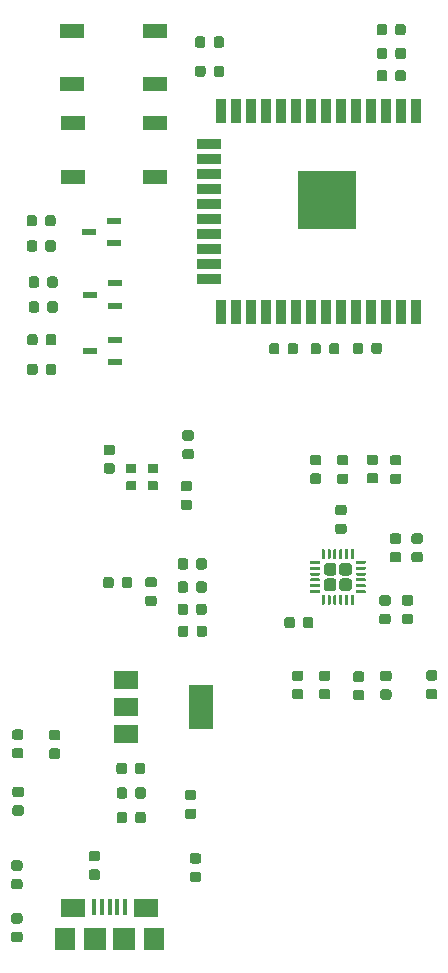
<source format=gbr>
G04 #@! TF.GenerationSoftware,KiCad,Pcbnew,(5.1.5)-3*
G04 #@! TF.CreationDate,2019-12-12T17:13:38-08:00*
G04 #@! TF.ProjectId,EsperDNS,45737065-7244-44e5-932e-6b696361645f,rev?*
G04 #@! TF.SameCoordinates,Original*
G04 #@! TF.FileFunction,Paste,Top*
G04 #@! TF.FilePolarity,Positive*
%FSLAX46Y46*%
G04 Gerber Fmt 4.6, Leading zero omitted, Abs format (unit mm)*
G04 Created by KiCad (PCBNEW (5.1.5)-3) date 2019-12-12 17:13:38*
%MOMM*%
%LPD*%
G04 APERTURE LIST*
%ADD10R,0.900000X2.000000*%
%ADD11R,2.000000X0.900000*%
%ADD12R,5.000000X5.000000*%
%ADD13C,0.100000*%
%ADD14R,2.000000X1.500000*%
%ADD15R,2.000000X3.800000*%
%ADD16R,2.000000X1.300000*%
%ADD17R,1.300000X0.600000*%
%ADD18R,1.800000X1.900000*%
%ADD19R,1.900000X1.900000*%
%ADD20R,2.100000X1.600000*%
%ADD21R,0.400000X1.350000*%
G04 APERTURE END LIST*
D10*
X153593800Y-84204700D03*
X152323800Y-84204700D03*
X151053800Y-84204700D03*
X149783800Y-84204700D03*
X148513800Y-84204700D03*
X147243800Y-84204700D03*
X145973800Y-84204700D03*
X144703800Y-84204700D03*
X143433800Y-84204700D03*
X142163800Y-84204700D03*
X140893800Y-84204700D03*
X139623800Y-84204700D03*
X138353800Y-84204700D03*
X137083800Y-84204700D03*
D11*
X136083800Y-81419700D03*
X136083800Y-80149700D03*
X136083800Y-78879700D03*
X136083800Y-77609700D03*
X136083800Y-76339700D03*
X136083800Y-75069700D03*
X136083800Y-73799700D03*
X136083800Y-72529700D03*
X136083800Y-71259700D03*
X136083800Y-69989700D03*
D10*
X137083800Y-67204700D03*
X138353800Y-67204700D03*
X139623800Y-67204700D03*
X140893800Y-67204700D03*
X142163800Y-67204700D03*
X143433800Y-67204700D03*
X144703800Y-67204700D03*
X145973800Y-67204700D03*
X147243800Y-67204700D03*
X148513800Y-67204700D03*
X149783800Y-67204700D03*
X151053800Y-67204700D03*
X152323800Y-67204700D03*
X153593800Y-67204700D03*
D12*
X146093800Y-74704700D03*
D13*
G36*
X145413291Y-96286653D02*
G01*
X145434526Y-96289803D01*
X145455350Y-96295019D01*
X145475562Y-96302251D01*
X145494968Y-96311430D01*
X145513381Y-96322466D01*
X145530624Y-96335254D01*
X145546530Y-96349670D01*
X145560946Y-96365576D01*
X145573734Y-96382819D01*
X145584770Y-96401232D01*
X145593949Y-96420638D01*
X145601181Y-96440850D01*
X145606397Y-96461674D01*
X145609547Y-96482909D01*
X145610600Y-96504350D01*
X145610600Y-96941850D01*
X145609547Y-96963291D01*
X145606397Y-96984526D01*
X145601181Y-97005350D01*
X145593949Y-97025562D01*
X145584770Y-97044968D01*
X145573734Y-97063381D01*
X145560946Y-97080624D01*
X145546530Y-97096530D01*
X145530624Y-97110946D01*
X145513381Y-97123734D01*
X145494968Y-97134770D01*
X145475562Y-97143949D01*
X145455350Y-97151181D01*
X145434526Y-97156397D01*
X145413291Y-97159547D01*
X145391850Y-97160600D01*
X144879350Y-97160600D01*
X144857909Y-97159547D01*
X144836674Y-97156397D01*
X144815850Y-97151181D01*
X144795638Y-97143949D01*
X144776232Y-97134770D01*
X144757819Y-97123734D01*
X144740576Y-97110946D01*
X144724670Y-97096530D01*
X144710254Y-97080624D01*
X144697466Y-97063381D01*
X144686430Y-97044968D01*
X144677251Y-97025562D01*
X144670019Y-97005350D01*
X144664803Y-96984526D01*
X144661653Y-96963291D01*
X144660600Y-96941850D01*
X144660600Y-96504350D01*
X144661653Y-96482909D01*
X144664803Y-96461674D01*
X144670019Y-96440850D01*
X144677251Y-96420638D01*
X144686430Y-96401232D01*
X144697466Y-96382819D01*
X144710254Y-96365576D01*
X144724670Y-96349670D01*
X144740576Y-96335254D01*
X144757819Y-96322466D01*
X144776232Y-96311430D01*
X144795638Y-96302251D01*
X144815850Y-96295019D01*
X144836674Y-96289803D01*
X144857909Y-96286653D01*
X144879350Y-96285600D01*
X145391850Y-96285600D01*
X145413291Y-96286653D01*
G37*
G36*
X145413291Y-97861653D02*
G01*
X145434526Y-97864803D01*
X145455350Y-97870019D01*
X145475562Y-97877251D01*
X145494968Y-97886430D01*
X145513381Y-97897466D01*
X145530624Y-97910254D01*
X145546530Y-97924670D01*
X145560946Y-97940576D01*
X145573734Y-97957819D01*
X145584770Y-97976232D01*
X145593949Y-97995638D01*
X145601181Y-98015850D01*
X145606397Y-98036674D01*
X145609547Y-98057909D01*
X145610600Y-98079350D01*
X145610600Y-98516850D01*
X145609547Y-98538291D01*
X145606397Y-98559526D01*
X145601181Y-98580350D01*
X145593949Y-98600562D01*
X145584770Y-98619968D01*
X145573734Y-98638381D01*
X145560946Y-98655624D01*
X145546530Y-98671530D01*
X145530624Y-98685946D01*
X145513381Y-98698734D01*
X145494968Y-98709770D01*
X145475562Y-98718949D01*
X145455350Y-98726181D01*
X145434526Y-98731397D01*
X145413291Y-98734547D01*
X145391850Y-98735600D01*
X144879350Y-98735600D01*
X144857909Y-98734547D01*
X144836674Y-98731397D01*
X144815850Y-98726181D01*
X144795638Y-98718949D01*
X144776232Y-98709770D01*
X144757819Y-98698734D01*
X144740576Y-98685946D01*
X144724670Y-98671530D01*
X144710254Y-98655624D01*
X144697466Y-98638381D01*
X144686430Y-98619968D01*
X144677251Y-98600562D01*
X144670019Y-98580350D01*
X144664803Y-98559526D01*
X144661653Y-98538291D01*
X144660600Y-98516850D01*
X144660600Y-98079350D01*
X144661653Y-98057909D01*
X144664803Y-98036674D01*
X144670019Y-98015850D01*
X144677251Y-97995638D01*
X144686430Y-97976232D01*
X144697466Y-97957819D01*
X144710254Y-97940576D01*
X144724670Y-97924670D01*
X144740576Y-97910254D01*
X144757819Y-97897466D01*
X144776232Y-97886430D01*
X144795638Y-97877251D01*
X144815850Y-97870019D01*
X144836674Y-97864803D01*
X144857909Y-97861653D01*
X144879350Y-97860600D01*
X145391850Y-97860600D01*
X145413291Y-97861653D01*
G37*
G36*
X131624703Y-97044863D02*
G01*
X131644118Y-97047743D01*
X131663157Y-97052512D01*
X131681637Y-97059124D01*
X131699379Y-97067516D01*
X131716214Y-97077606D01*
X131731979Y-97089298D01*
X131746521Y-97102479D01*
X131759702Y-97117021D01*
X131771394Y-97132786D01*
X131781484Y-97149621D01*
X131789876Y-97167363D01*
X131796488Y-97185843D01*
X131801257Y-97204882D01*
X131804137Y-97224297D01*
X131805100Y-97243900D01*
X131805100Y-97643900D01*
X131804137Y-97663503D01*
X131801257Y-97682918D01*
X131796488Y-97701957D01*
X131789876Y-97720437D01*
X131781484Y-97738179D01*
X131771394Y-97755014D01*
X131759702Y-97770779D01*
X131746521Y-97785321D01*
X131731979Y-97798502D01*
X131716214Y-97810194D01*
X131699379Y-97820284D01*
X131681637Y-97828676D01*
X131663157Y-97835288D01*
X131644118Y-97840057D01*
X131624703Y-97842937D01*
X131605100Y-97843900D01*
X131105100Y-97843900D01*
X131085497Y-97842937D01*
X131066082Y-97840057D01*
X131047043Y-97835288D01*
X131028563Y-97828676D01*
X131010821Y-97820284D01*
X130993986Y-97810194D01*
X130978221Y-97798502D01*
X130963679Y-97785321D01*
X130950498Y-97770779D01*
X130938806Y-97755014D01*
X130928716Y-97738179D01*
X130920324Y-97720437D01*
X130913712Y-97701957D01*
X130908943Y-97682918D01*
X130906063Y-97663503D01*
X130905100Y-97643900D01*
X130905100Y-97243900D01*
X130906063Y-97224297D01*
X130908943Y-97204882D01*
X130913712Y-97185843D01*
X130920324Y-97167363D01*
X130928716Y-97149621D01*
X130938806Y-97132786D01*
X130950498Y-97117021D01*
X130963679Y-97102479D01*
X130978221Y-97089298D01*
X130993986Y-97077606D01*
X131010821Y-97067516D01*
X131028563Y-97059124D01*
X131047043Y-97052512D01*
X131066082Y-97047743D01*
X131085497Y-97044863D01*
X131105100Y-97043900D01*
X131605100Y-97043900D01*
X131624703Y-97044863D01*
G37*
G36*
X131624703Y-98494863D02*
G01*
X131644118Y-98497743D01*
X131663157Y-98502512D01*
X131681637Y-98509124D01*
X131699379Y-98517516D01*
X131716214Y-98527606D01*
X131731979Y-98539298D01*
X131746521Y-98552479D01*
X131759702Y-98567021D01*
X131771394Y-98582786D01*
X131781484Y-98599621D01*
X131789876Y-98617363D01*
X131796488Y-98635843D01*
X131801257Y-98654882D01*
X131804137Y-98674297D01*
X131805100Y-98693900D01*
X131805100Y-99093900D01*
X131804137Y-99113503D01*
X131801257Y-99132918D01*
X131796488Y-99151957D01*
X131789876Y-99170437D01*
X131781484Y-99188179D01*
X131771394Y-99205014D01*
X131759702Y-99220779D01*
X131746521Y-99235321D01*
X131731979Y-99248502D01*
X131716214Y-99260194D01*
X131699379Y-99270284D01*
X131681637Y-99278676D01*
X131663157Y-99285288D01*
X131644118Y-99290057D01*
X131624703Y-99292937D01*
X131605100Y-99293900D01*
X131105100Y-99293900D01*
X131085497Y-99292937D01*
X131066082Y-99290057D01*
X131047043Y-99285288D01*
X131028563Y-99278676D01*
X131010821Y-99270284D01*
X130993986Y-99260194D01*
X130978221Y-99248502D01*
X130963679Y-99235321D01*
X130950498Y-99220779D01*
X130938806Y-99205014D01*
X130928716Y-99188179D01*
X130920324Y-99170437D01*
X130913712Y-99151957D01*
X130908943Y-99132918D01*
X130906063Y-99113503D01*
X130905100Y-99093900D01*
X130905100Y-98693900D01*
X130906063Y-98674297D01*
X130908943Y-98654882D01*
X130913712Y-98635843D01*
X130920324Y-98617363D01*
X130928716Y-98599621D01*
X130938806Y-98582786D01*
X130950498Y-98567021D01*
X130963679Y-98552479D01*
X130978221Y-98539298D01*
X130993986Y-98527606D01*
X131010821Y-98517516D01*
X131028563Y-98509124D01*
X131047043Y-98502512D01*
X131066082Y-98497743D01*
X131085497Y-98494863D01*
X131105100Y-98493900D01*
X131605100Y-98493900D01*
X131624703Y-98494863D01*
G37*
G36*
X129774703Y-97044863D02*
G01*
X129794118Y-97047743D01*
X129813157Y-97052512D01*
X129831637Y-97059124D01*
X129849379Y-97067516D01*
X129866214Y-97077606D01*
X129881979Y-97089298D01*
X129896521Y-97102479D01*
X129909702Y-97117021D01*
X129921394Y-97132786D01*
X129931484Y-97149621D01*
X129939876Y-97167363D01*
X129946488Y-97185843D01*
X129951257Y-97204882D01*
X129954137Y-97224297D01*
X129955100Y-97243900D01*
X129955100Y-97643900D01*
X129954137Y-97663503D01*
X129951257Y-97682918D01*
X129946488Y-97701957D01*
X129939876Y-97720437D01*
X129931484Y-97738179D01*
X129921394Y-97755014D01*
X129909702Y-97770779D01*
X129896521Y-97785321D01*
X129881979Y-97798502D01*
X129866214Y-97810194D01*
X129849379Y-97820284D01*
X129831637Y-97828676D01*
X129813157Y-97835288D01*
X129794118Y-97840057D01*
X129774703Y-97842937D01*
X129755100Y-97843900D01*
X129255100Y-97843900D01*
X129235497Y-97842937D01*
X129216082Y-97840057D01*
X129197043Y-97835288D01*
X129178563Y-97828676D01*
X129160821Y-97820284D01*
X129143986Y-97810194D01*
X129128221Y-97798502D01*
X129113679Y-97785321D01*
X129100498Y-97770779D01*
X129088806Y-97755014D01*
X129078716Y-97738179D01*
X129070324Y-97720437D01*
X129063712Y-97701957D01*
X129058943Y-97682918D01*
X129056063Y-97663503D01*
X129055100Y-97643900D01*
X129055100Y-97243900D01*
X129056063Y-97224297D01*
X129058943Y-97204882D01*
X129063712Y-97185843D01*
X129070324Y-97167363D01*
X129078716Y-97149621D01*
X129088806Y-97132786D01*
X129100498Y-97117021D01*
X129113679Y-97102479D01*
X129128221Y-97089298D01*
X129143986Y-97077606D01*
X129160821Y-97067516D01*
X129178563Y-97059124D01*
X129197043Y-97052512D01*
X129216082Y-97047743D01*
X129235497Y-97044863D01*
X129255100Y-97043900D01*
X129755100Y-97043900D01*
X129774703Y-97044863D01*
G37*
G36*
X129774703Y-98494863D02*
G01*
X129794118Y-98497743D01*
X129813157Y-98502512D01*
X129831637Y-98509124D01*
X129849379Y-98517516D01*
X129866214Y-98527606D01*
X129881979Y-98539298D01*
X129896521Y-98552479D01*
X129909702Y-98567021D01*
X129921394Y-98582786D01*
X129931484Y-98599621D01*
X129939876Y-98617363D01*
X129946488Y-98635843D01*
X129951257Y-98654882D01*
X129954137Y-98674297D01*
X129955100Y-98693900D01*
X129955100Y-99093900D01*
X129954137Y-99113503D01*
X129951257Y-99132918D01*
X129946488Y-99151957D01*
X129939876Y-99170437D01*
X129931484Y-99188179D01*
X129921394Y-99205014D01*
X129909702Y-99220779D01*
X129896521Y-99235321D01*
X129881979Y-99248502D01*
X129866214Y-99260194D01*
X129849379Y-99270284D01*
X129831637Y-99278676D01*
X129813157Y-99285288D01*
X129794118Y-99290057D01*
X129774703Y-99292937D01*
X129755100Y-99293900D01*
X129255100Y-99293900D01*
X129235497Y-99292937D01*
X129216082Y-99290057D01*
X129197043Y-99285288D01*
X129178563Y-99278676D01*
X129160821Y-99270284D01*
X129143986Y-99260194D01*
X129128221Y-99248502D01*
X129113679Y-99235321D01*
X129100498Y-99220779D01*
X129088806Y-99205014D01*
X129078716Y-99188179D01*
X129070324Y-99170437D01*
X129063712Y-99151957D01*
X129058943Y-99132918D01*
X129056063Y-99113503D01*
X129055100Y-99093900D01*
X129055100Y-98693900D01*
X129056063Y-98674297D01*
X129058943Y-98654882D01*
X129063712Y-98635843D01*
X129070324Y-98617363D01*
X129078716Y-98599621D01*
X129088806Y-98582786D01*
X129100498Y-98567021D01*
X129113679Y-98552479D01*
X129128221Y-98539298D01*
X129143986Y-98527606D01*
X129160821Y-98517516D01*
X129178563Y-98509124D01*
X129197043Y-98502512D01*
X129216082Y-98497743D01*
X129235497Y-98494863D01*
X129255100Y-98493900D01*
X129755100Y-98493900D01*
X129774703Y-98494863D01*
G37*
G36*
X148333826Y-108154501D02*
G01*
X148339893Y-108155401D01*
X148345843Y-108156891D01*
X148351618Y-108158958D01*
X148357162Y-108161580D01*
X148362423Y-108164733D01*
X148367350Y-108168387D01*
X148371894Y-108172506D01*
X148376013Y-108177050D01*
X148379667Y-108181977D01*
X148382820Y-108187238D01*
X148385442Y-108192782D01*
X148387509Y-108198557D01*
X148388999Y-108204507D01*
X148389899Y-108210574D01*
X148390200Y-108216700D01*
X148390200Y-108916700D01*
X148389899Y-108922826D01*
X148388999Y-108928893D01*
X148387509Y-108934843D01*
X148385442Y-108940618D01*
X148382820Y-108946162D01*
X148379667Y-108951423D01*
X148376013Y-108956350D01*
X148371894Y-108960894D01*
X148367350Y-108965013D01*
X148362423Y-108968667D01*
X148357162Y-108971820D01*
X148351618Y-108974442D01*
X148345843Y-108976509D01*
X148339893Y-108977999D01*
X148333826Y-108978899D01*
X148327700Y-108979200D01*
X148202700Y-108979200D01*
X148196574Y-108978899D01*
X148190507Y-108977999D01*
X148184557Y-108976509D01*
X148178782Y-108974442D01*
X148173238Y-108971820D01*
X148167977Y-108968667D01*
X148163050Y-108965013D01*
X148158506Y-108960894D01*
X148154387Y-108956350D01*
X148150733Y-108951423D01*
X148147580Y-108946162D01*
X148144958Y-108940618D01*
X148142891Y-108934843D01*
X148141401Y-108928893D01*
X148140501Y-108922826D01*
X148140200Y-108916700D01*
X148140200Y-108216700D01*
X148140501Y-108210574D01*
X148141401Y-108204507D01*
X148142891Y-108198557D01*
X148144958Y-108192782D01*
X148147580Y-108187238D01*
X148150733Y-108181977D01*
X148154387Y-108177050D01*
X148158506Y-108172506D01*
X148163050Y-108168387D01*
X148167977Y-108164733D01*
X148173238Y-108161580D01*
X148178782Y-108158958D01*
X148184557Y-108156891D01*
X148190507Y-108155401D01*
X148196574Y-108154501D01*
X148202700Y-108154200D01*
X148327700Y-108154200D01*
X148333826Y-108154501D01*
G37*
G36*
X147833826Y-108154501D02*
G01*
X147839893Y-108155401D01*
X147845843Y-108156891D01*
X147851618Y-108158958D01*
X147857162Y-108161580D01*
X147862423Y-108164733D01*
X147867350Y-108168387D01*
X147871894Y-108172506D01*
X147876013Y-108177050D01*
X147879667Y-108181977D01*
X147882820Y-108187238D01*
X147885442Y-108192782D01*
X147887509Y-108198557D01*
X147888999Y-108204507D01*
X147889899Y-108210574D01*
X147890200Y-108216700D01*
X147890200Y-108916700D01*
X147889899Y-108922826D01*
X147888999Y-108928893D01*
X147887509Y-108934843D01*
X147885442Y-108940618D01*
X147882820Y-108946162D01*
X147879667Y-108951423D01*
X147876013Y-108956350D01*
X147871894Y-108960894D01*
X147867350Y-108965013D01*
X147862423Y-108968667D01*
X147857162Y-108971820D01*
X147851618Y-108974442D01*
X147845843Y-108976509D01*
X147839893Y-108977999D01*
X147833826Y-108978899D01*
X147827700Y-108979200D01*
X147702700Y-108979200D01*
X147696574Y-108978899D01*
X147690507Y-108977999D01*
X147684557Y-108976509D01*
X147678782Y-108974442D01*
X147673238Y-108971820D01*
X147667977Y-108968667D01*
X147663050Y-108965013D01*
X147658506Y-108960894D01*
X147654387Y-108956350D01*
X147650733Y-108951423D01*
X147647580Y-108946162D01*
X147644958Y-108940618D01*
X147642891Y-108934843D01*
X147641401Y-108928893D01*
X147640501Y-108922826D01*
X147640200Y-108916700D01*
X147640200Y-108216700D01*
X147640501Y-108210574D01*
X147641401Y-108204507D01*
X147642891Y-108198557D01*
X147644958Y-108192782D01*
X147647580Y-108187238D01*
X147650733Y-108181977D01*
X147654387Y-108177050D01*
X147658506Y-108172506D01*
X147663050Y-108168387D01*
X147667977Y-108164733D01*
X147673238Y-108161580D01*
X147678782Y-108158958D01*
X147684557Y-108156891D01*
X147690507Y-108155401D01*
X147696574Y-108154501D01*
X147702700Y-108154200D01*
X147827700Y-108154200D01*
X147833826Y-108154501D01*
G37*
G36*
X147333826Y-108154501D02*
G01*
X147339893Y-108155401D01*
X147345843Y-108156891D01*
X147351618Y-108158958D01*
X147357162Y-108161580D01*
X147362423Y-108164733D01*
X147367350Y-108168387D01*
X147371894Y-108172506D01*
X147376013Y-108177050D01*
X147379667Y-108181977D01*
X147382820Y-108187238D01*
X147385442Y-108192782D01*
X147387509Y-108198557D01*
X147388999Y-108204507D01*
X147389899Y-108210574D01*
X147390200Y-108216700D01*
X147390200Y-108916700D01*
X147389899Y-108922826D01*
X147388999Y-108928893D01*
X147387509Y-108934843D01*
X147385442Y-108940618D01*
X147382820Y-108946162D01*
X147379667Y-108951423D01*
X147376013Y-108956350D01*
X147371894Y-108960894D01*
X147367350Y-108965013D01*
X147362423Y-108968667D01*
X147357162Y-108971820D01*
X147351618Y-108974442D01*
X147345843Y-108976509D01*
X147339893Y-108977999D01*
X147333826Y-108978899D01*
X147327700Y-108979200D01*
X147202700Y-108979200D01*
X147196574Y-108978899D01*
X147190507Y-108977999D01*
X147184557Y-108976509D01*
X147178782Y-108974442D01*
X147173238Y-108971820D01*
X147167977Y-108968667D01*
X147163050Y-108965013D01*
X147158506Y-108960894D01*
X147154387Y-108956350D01*
X147150733Y-108951423D01*
X147147580Y-108946162D01*
X147144958Y-108940618D01*
X147142891Y-108934843D01*
X147141401Y-108928893D01*
X147140501Y-108922826D01*
X147140200Y-108916700D01*
X147140200Y-108216700D01*
X147140501Y-108210574D01*
X147141401Y-108204507D01*
X147142891Y-108198557D01*
X147144958Y-108192782D01*
X147147580Y-108187238D01*
X147150733Y-108181977D01*
X147154387Y-108177050D01*
X147158506Y-108172506D01*
X147163050Y-108168387D01*
X147167977Y-108164733D01*
X147173238Y-108161580D01*
X147178782Y-108158958D01*
X147184557Y-108156891D01*
X147190507Y-108155401D01*
X147196574Y-108154501D01*
X147202700Y-108154200D01*
X147327700Y-108154200D01*
X147333826Y-108154501D01*
G37*
G36*
X146833826Y-108154501D02*
G01*
X146839893Y-108155401D01*
X146845843Y-108156891D01*
X146851618Y-108158958D01*
X146857162Y-108161580D01*
X146862423Y-108164733D01*
X146867350Y-108168387D01*
X146871894Y-108172506D01*
X146876013Y-108177050D01*
X146879667Y-108181977D01*
X146882820Y-108187238D01*
X146885442Y-108192782D01*
X146887509Y-108198557D01*
X146888999Y-108204507D01*
X146889899Y-108210574D01*
X146890200Y-108216700D01*
X146890200Y-108916700D01*
X146889899Y-108922826D01*
X146888999Y-108928893D01*
X146887509Y-108934843D01*
X146885442Y-108940618D01*
X146882820Y-108946162D01*
X146879667Y-108951423D01*
X146876013Y-108956350D01*
X146871894Y-108960894D01*
X146867350Y-108965013D01*
X146862423Y-108968667D01*
X146857162Y-108971820D01*
X146851618Y-108974442D01*
X146845843Y-108976509D01*
X146839893Y-108977999D01*
X146833826Y-108978899D01*
X146827700Y-108979200D01*
X146702700Y-108979200D01*
X146696574Y-108978899D01*
X146690507Y-108977999D01*
X146684557Y-108976509D01*
X146678782Y-108974442D01*
X146673238Y-108971820D01*
X146667977Y-108968667D01*
X146663050Y-108965013D01*
X146658506Y-108960894D01*
X146654387Y-108956350D01*
X146650733Y-108951423D01*
X146647580Y-108946162D01*
X146644958Y-108940618D01*
X146642891Y-108934843D01*
X146641401Y-108928893D01*
X146640501Y-108922826D01*
X146640200Y-108916700D01*
X146640200Y-108216700D01*
X146640501Y-108210574D01*
X146641401Y-108204507D01*
X146642891Y-108198557D01*
X146644958Y-108192782D01*
X146647580Y-108187238D01*
X146650733Y-108181977D01*
X146654387Y-108177050D01*
X146658506Y-108172506D01*
X146663050Y-108168387D01*
X146667977Y-108164733D01*
X146673238Y-108161580D01*
X146678782Y-108158958D01*
X146684557Y-108156891D01*
X146690507Y-108155401D01*
X146696574Y-108154501D01*
X146702700Y-108154200D01*
X146827700Y-108154200D01*
X146833826Y-108154501D01*
G37*
G36*
X146333826Y-108154501D02*
G01*
X146339893Y-108155401D01*
X146345843Y-108156891D01*
X146351618Y-108158958D01*
X146357162Y-108161580D01*
X146362423Y-108164733D01*
X146367350Y-108168387D01*
X146371894Y-108172506D01*
X146376013Y-108177050D01*
X146379667Y-108181977D01*
X146382820Y-108187238D01*
X146385442Y-108192782D01*
X146387509Y-108198557D01*
X146388999Y-108204507D01*
X146389899Y-108210574D01*
X146390200Y-108216700D01*
X146390200Y-108916700D01*
X146389899Y-108922826D01*
X146388999Y-108928893D01*
X146387509Y-108934843D01*
X146385442Y-108940618D01*
X146382820Y-108946162D01*
X146379667Y-108951423D01*
X146376013Y-108956350D01*
X146371894Y-108960894D01*
X146367350Y-108965013D01*
X146362423Y-108968667D01*
X146357162Y-108971820D01*
X146351618Y-108974442D01*
X146345843Y-108976509D01*
X146339893Y-108977999D01*
X146333826Y-108978899D01*
X146327700Y-108979200D01*
X146202700Y-108979200D01*
X146196574Y-108978899D01*
X146190507Y-108977999D01*
X146184557Y-108976509D01*
X146178782Y-108974442D01*
X146173238Y-108971820D01*
X146167977Y-108968667D01*
X146163050Y-108965013D01*
X146158506Y-108960894D01*
X146154387Y-108956350D01*
X146150733Y-108951423D01*
X146147580Y-108946162D01*
X146144958Y-108940618D01*
X146142891Y-108934843D01*
X146141401Y-108928893D01*
X146140501Y-108922826D01*
X146140200Y-108916700D01*
X146140200Y-108216700D01*
X146140501Y-108210574D01*
X146141401Y-108204507D01*
X146142891Y-108198557D01*
X146144958Y-108192782D01*
X146147580Y-108187238D01*
X146150733Y-108181977D01*
X146154387Y-108177050D01*
X146158506Y-108172506D01*
X146163050Y-108168387D01*
X146167977Y-108164733D01*
X146173238Y-108161580D01*
X146178782Y-108158958D01*
X146184557Y-108156891D01*
X146190507Y-108155401D01*
X146196574Y-108154501D01*
X146202700Y-108154200D01*
X146327700Y-108154200D01*
X146333826Y-108154501D01*
G37*
G36*
X145833826Y-108154501D02*
G01*
X145839893Y-108155401D01*
X145845843Y-108156891D01*
X145851618Y-108158958D01*
X145857162Y-108161580D01*
X145862423Y-108164733D01*
X145867350Y-108168387D01*
X145871894Y-108172506D01*
X145876013Y-108177050D01*
X145879667Y-108181977D01*
X145882820Y-108187238D01*
X145885442Y-108192782D01*
X145887509Y-108198557D01*
X145888999Y-108204507D01*
X145889899Y-108210574D01*
X145890200Y-108216700D01*
X145890200Y-108916700D01*
X145889899Y-108922826D01*
X145888999Y-108928893D01*
X145887509Y-108934843D01*
X145885442Y-108940618D01*
X145882820Y-108946162D01*
X145879667Y-108951423D01*
X145876013Y-108956350D01*
X145871894Y-108960894D01*
X145867350Y-108965013D01*
X145862423Y-108968667D01*
X145857162Y-108971820D01*
X145851618Y-108974442D01*
X145845843Y-108976509D01*
X145839893Y-108977999D01*
X145833826Y-108978899D01*
X145827700Y-108979200D01*
X145702700Y-108979200D01*
X145696574Y-108978899D01*
X145690507Y-108977999D01*
X145684557Y-108976509D01*
X145678782Y-108974442D01*
X145673238Y-108971820D01*
X145667977Y-108968667D01*
X145663050Y-108965013D01*
X145658506Y-108960894D01*
X145654387Y-108956350D01*
X145650733Y-108951423D01*
X145647580Y-108946162D01*
X145644958Y-108940618D01*
X145642891Y-108934843D01*
X145641401Y-108928893D01*
X145640501Y-108922826D01*
X145640200Y-108916700D01*
X145640200Y-108216700D01*
X145640501Y-108210574D01*
X145641401Y-108204507D01*
X145642891Y-108198557D01*
X145644958Y-108192782D01*
X145647580Y-108187238D01*
X145650733Y-108181977D01*
X145654387Y-108177050D01*
X145658506Y-108172506D01*
X145663050Y-108168387D01*
X145667977Y-108164733D01*
X145673238Y-108161580D01*
X145678782Y-108158958D01*
X145684557Y-108156891D01*
X145690507Y-108155401D01*
X145696574Y-108154501D01*
X145702700Y-108154200D01*
X145827700Y-108154200D01*
X145833826Y-108154501D01*
G37*
G36*
X145433826Y-107754501D02*
G01*
X145439893Y-107755401D01*
X145445843Y-107756891D01*
X145451618Y-107758958D01*
X145457162Y-107761580D01*
X145462423Y-107764733D01*
X145467350Y-107768387D01*
X145471894Y-107772506D01*
X145476013Y-107777050D01*
X145479667Y-107781977D01*
X145482820Y-107787238D01*
X145485442Y-107792782D01*
X145487509Y-107798557D01*
X145488999Y-107804507D01*
X145489899Y-107810574D01*
X145490200Y-107816700D01*
X145490200Y-107941700D01*
X145489899Y-107947826D01*
X145488999Y-107953893D01*
X145487509Y-107959843D01*
X145485442Y-107965618D01*
X145482820Y-107971162D01*
X145479667Y-107976423D01*
X145476013Y-107981350D01*
X145471894Y-107985894D01*
X145467350Y-107990013D01*
X145462423Y-107993667D01*
X145457162Y-107996820D01*
X145451618Y-107999442D01*
X145445843Y-108001509D01*
X145439893Y-108002999D01*
X145433826Y-108003899D01*
X145427700Y-108004200D01*
X144727700Y-108004200D01*
X144721574Y-108003899D01*
X144715507Y-108002999D01*
X144709557Y-108001509D01*
X144703782Y-107999442D01*
X144698238Y-107996820D01*
X144692977Y-107993667D01*
X144688050Y-107990013D01*
X144683506Y-107985894D01*
X144679387Y-107981350D01*
X144675733Y-107976423D01*
X144672580Y-107971162D01*
X144669958Y-107965618D01*
X144667891Y-107959843D01*
X144666401Y-107953893D01*
X144665501Y-107947826D01*
X144665200Y-107941700D01*
X144665200Y-107816700D01*
X144665501Y-107810574D01*
X144666401Y-107804507D01*
X144667891Y-107798557D01*
X144669958Y-107792782D01*
X144672580Y-107787238D01*
X144675733Y-107781977D01*
X144679387Y-107777050D01*
X144683506Y-107772506D01*
X144688050Y-107768387D01*
X144692977Y-107764733D01*
X144698238Y-107761580D01*
X144703782Y-107758958D01*
X144709557Y-107756891D01*
X144715507Y-107755401D01*
X144721574Y-107754501D01*
X144727700Y-107754200D01*
X145427700Y-107754200D01*
X145433826Y-107754501D01*
G37*
G36*
X145433826Y-107254501D02*
G01*
X145439893Y-107255401D01*
X145445843Y-107256891D01*
X145451618Y-107258958D01*
X145457162Y-107261580D01*
X145462423Y-107264733D01*
X145467350Y-107268387D01*
X145471894Y-107272506D01*
X145476013Y-107277050D01*
X145479667Y-107281977D01*
X145482820Y-107287238D01*
X145485442Y-107292782D01*
X145487509Y-107298557D01*
X145488999Y-107304507D01*
X145489899Y-107310574D01*
X145490200Y-107316700D01*
X145490200Y-107441700D01*
X145489899Y-107447826D01*
X145488999Y-107453893D01*
X145487509Y-107459843D01*
X145485442Y-107465618D01*
X145482820Y-107471162D01*
X145479667Y-107476423D01*
X145476013Y-107481350D01*
X145471894Y-107485894D01*
X145467350Y-107490013D01*
X145462423Y-107493667D01*
X145457162Y-107496820D01*
X145451618Y-107499442D01*
X145445843Y-107501509D01*
X145439893Y-107502999D01*
X145433826Y-107503899D01*
X145427700Y-107504200D01*
X144727700Y-107504200D01*
X144721574Y-107503899D01*
X144715507Y-107502999D01*
X144709557Y-107501509D01*
X144703782Y-107499442D01*
X144698238Y-107496820D01*
X144692977Y-107493667D01*
X144688050Y-107490013D01*
X144683506Y-107485894D01*
X144679387Y-107481350D01*
X144675733Y-107476423D01*
X144672580Y-107471162D01*
X144669958Y-107465618D01*
X144667891Y-107459843D01*
X144666401Y-107453893D01*
X144665501Y-107447826D01*
X144665200Y-107441700D01*
X144665200Y-107316700D01*
X144665501Y-107310574D01*
X144666401Y-107304507D01*
X144667891Y-107298557D01*
X144669958Y-107292782D01*
X144672580Y-107287238D01*
X144675733Y-107281977D01*
X144679387Y-107277050D01*
X144683506Y-107272506D01*
X144688050Y-107268387D01*
X144692977Y-107264733D01*
X144698238Y-107261580D01*
X144703782Y-107258958D01*
X144709557Y-107256891D01*
X144715507Y-107255401D01*
X144721574Y-107254501D01*
X144727700Y-107254200D01*
X145427700Y-107254200D01*
X145433826Y-107254501D01*
G37*
G36*
X145433826Y-106754501D02*
G01*
X145439893Y-106755401D01*
X145445843Y-106756891D01*
X145451618Y-106758958D01*
X145457162Y-106761580D01*
X145462423Y-106764733D01*
X145467350Y-106768387D01*
X145471894Y-106772506D01*
X145476013Y-106777050D01*
X145479667Y-106781977D01*
X145482820Y-106787238D01*
X145485442Y-106792782D01*
X145487509Y-106798557D01*
X145488999Y-106804507D01*
X145489899Y-106810574D01*
X145490200Y-106816700D01*
X145490200Y-106941700D01*
X145489899Y-106947826D01*
X145488999Y-106953893D01*
X145487509Y-106959843D01*
X145485442Y-106965618D01*
X145482820Y-106971162D01*
X145479667Y-106976423D01*
X145476013Y-106981350D01*
X145471894Y-106985894D01*
X145467350Y-106990013D01*
X145462423Y-106993667D01*
X145457162Y-106996820D01*
X145451618Y-106999442D01*
X145445843Y-107001509D01*
X145439893Y-107002999D01*
X145433826Y-107003899D01*
X145427700Y-107004200D01*
X144727700Y-107004200D01*
X144721574Y-107003899D01*
X144715507Y-107002999D01*
X144709557Y-107001509D01*
X144703782Y-106999442D01*
X144698238Y-106996820D01*
X144692977Y-106993667D01*
X144688050Y-106990013D01*
X144683506Y-106985894D01*
X144679387Y-106981350D01*
X144675733Y-106976423D01*
X144672580Y-106971162D01*
X144669958Y-106965618D01*
X144667891Y-106959843D01*
X144666401Y-106953893D01*
X144665501Y-106947826D01*
X144665200Y-106941700D01*
X144665200Y-106816700D01*
X144665501Y-106810574D01*
X144666401Y-106804507D01*
X144667891Y-106798557D01*
X144669958Y-106792782D01*
X144672580Y-106787238D01*
X144675733Y-106781977D01*
X144679387Y-106777050D01*
X144683506Y-106772506D01*
X144688050Y-106768387D01*
X144692977Y-106764733D01*
X144698238Y-106761580D01*
X144703782Y-106758958D01*
X144709557Y-106756891D01*
X144715507Y-106755401D01*
X144721574Y-106754501D01*
X144727700Y-106754200D01*
X145427700Y-106754200D01*
X145433826Y-106754501D01*
G37*
G36*
X145433826Y-106254501D02*
G01*
X145439893Y-106255401D01*
X145445843Y-106256891D01*
X145451618Y-106258958D01*
X145457162Y-106261580D01*
X145462423Y-106264733D01*
X145467350Y-106268387D01*
X145471894Y-106272506D01*
X145476013Y-106277050D01*
X145479667Y-106281977D01*
X145482820Y-106287238D01*
X145485442Y-106292782D01*
X145487509Y-106298557D01*
X145488999Y-106304507D01*
X145489899Y-106310574D01*
X145490200Y-106316700D01*
X145490200Y-106441700D01*
X145489899Y-106447826D01*
X145488999Y-106453893D01*
X145487509Y-106459843D01*
X145485442Y-106465618D01*
X145482820Y-106471162D01*
X145479667Y-106476423D01*
X145476013Y-106481350D01*
X145471894Y-106485894D01*
X145467350Y-106490013D01*
X145462423Y-106493667D01*
X145457162Y-106496820D01*
X145451618Y-106499442D01*
X145445843Y-106501509D01*
X145439893Y-106502999D01*
X145433826Y-106503899D01*
X145427700Y-106504200D01*
X144727700Y-106504200D01*
X144721574Y-106503899D01*
X144715507Y-106502999D01*
X144709557Y-106501509D01*
X144703782Y-106499442D01*
X144698238Y-106496820D01*
X144692977Y-106493667D01*
X144688050Y-106490013D01*
X144683506Y-106485894D01*
X144679387Y-106481350D01*
X144675733Y-106476423D01*
X144672580Y-106471162D01*
X144669958Y-106465618D01*
X144667891Y-106459843D01*
X144666401Y-106453893D01*
X144665501Y-106447826D01*
X144665200Y-106441700D01*
X144665200Y-106316700D01*
X144665501Y-106310574D01*
X144666401Y-106304507D01*
X144667891Y-106298557D01*
X144669958Y-106292782D01*
X144672580Y-106287238D01*
X144675733Y-106281977D01*
X144679387Y-106277050D01*
X144683506Y-106272506D01*
X144688050Y-106268387D01*
X144692977Y-106264733D01*
X144698238Y-106261580D01*
X144703782Y-106258958D01*
X144709557Y-106256891D01*
X144715507Y-106255401D01*
X144721574Y-106254501D01*
X144727700Y-106254200D01*
X145427700Y-106254200D01*
X145433826Y-106254501D01*
G37*
G36*
X145433826Y-105754501D02*
G01*
X145439893Y-105755401D01*
X145445843Y-105756891D01*
X145451618Y-105758958D01*
X145457162Y-105761580D01*
X145462423Y-105764733D01*
X145467350Y-105768387D01*
X145471894Y-105772506D01*
X145476013Y-105777050D01*
X145479667Y-105781977D01*
X145482820Y-105787238D01*
X145485442Y-105792782D01*
X145487509Y-105798557D01*
X145488999Y-105804507D01*
X145489899Y-105810574D01*
X145490200Y-105816700D01*
X145490200Y-105941700D01*
X145489899Y-105947826D01*
X145488999Y-105953893D01*
X145487509Y-105959843D01*
X145485442Y-105965618D01*
X145482820Y-105971162D01*
X145479667Y-105976423D01*
X145476013Y-105981350D01*
X145471894Y-105985894D01*
X145467350Y-105990013D01*
X145462423Y-105993667D01*
X145457162Y-105996820D01*
X145451618Y-105999442D01*
X145445843Y-106001509D01*
X145439893Y-106002999D01*
X145433826Y-106003899D01*
X145427700Y-106004200D01*
X144727700Y-106004200D01*
X144721574Y-106003899D01*
X144715507Y-106002999D01*
X144709557Y-106001509D01*
X144703782Y-105999442D01*
X144698238Y-105996820D01*
X144692977Y-105993667D01*
X144688050Y-105990013D01*
X144683506Y-105985894D01*
X144679387Y-105981350D01*
X144675733Y-105976423D01*
X144672580Y-105971162D01*
X144669958Y-105965618D01*
X144667891Y-105959843D01*
X144666401Y-105953893D01*
X144665501Y-105947826D01*
X144665200Y-105941700D01*
X144665200Y-105816700D01*
X144665501Y-105810574D01*
X144666401Y-105804507D01*
X144667891Y-105798557D01*
X144669958Y-105792782D01*
X144672580Y-105787238D01*
X144675733Y-105781977D01*
X144679387Y-105777050D01*
X144683506Y-105772506D01*
X144688050Y-105768387D01*
X144692977Y-105764733D01*
X144698238Y-105761580D01*
X144703782Y-105758958D01*
X144709557Y-105756891D01*
X144715507Y-105755401D01*
X144721574Y-105754501D01*
X144727700Y-105754200D01*
X145427700Y-105754200D01*
X145433826Y-105754501D01*
G37*
G36*
X145433826Y-105254501D02*
G01*
X145439893Y-105255401D01*
X145445843Y-105256891D01*
X145451618Y-105258958D01*
X145457162Y-105261580D01*
X145462423Y-105264733D01*
X145467350Y-105268387D01*
X145471894Y-105272506D01*
X145476013Y-105277050D01*
X145479667Y-105281977D01*
X145482820Y-105287238D01*
X145485442Y-105292782D01*
X145487509Y-105298557D01*
X145488999Y-105304507D01*
X145489899Y-105310574D01*
X145490200Y-105316700D01*
X145490200Y-105441700D01*
X145489899Y-105447826D01*
X145488999Y-105453893D01*
X145487509Y-105459843D01*
X145485442Y-105465618D01*
X145482820Y-105471162D01*
X145479667Y-105476423D01*
X145476013Y-105481350D01*
X145471894Y-105485894D01*
X145467350Y-105490013D01*
X145462423Y-105493667D01*
X145457162Y-105496820D01*
X145451618Y-105499442D01*
X145445843Y-105501509D01*
X145439893Y-105502999D01*
X145433826Y-105503899D01*
X145427700Y-105504200D01*
X144727700Y-105504200D01*
X144721574Y-105503899D01*
X144715507Y-105502999D01*
X144709557Y-105501509D01*
X144703782Y-105499442D01*
X144698238Y-105496820D01*
X144692977Y-105493667D01*
X144688050Y-105490013D01*
X144683506Y-105485894D01*
X144679387Y-105481350D01*
X144675733Y-105476423D01*
X144672580Y-105471162D01*
X144669958Y-105465618D01*
X144667891Y-105459843D01*
X144666401Y-105453893D01*
X144665501Y-105447826D01*
X144665200Y-105441700D01*
X144665200Y-105316700D01*
X144665501Y-105310574D01*
X144666401Y-105304507D01*
X144667891Y-105298557D01*
X144669958Y-105292782D01*
X144672580Y-105287238D01*
X144675733Y-105281977D01*
X144679387Y-105277050D01*
X144683506Y-105272506D01*
X144688050Y-105268387D01*
X144692977Y-105264733D01*
X144698238Y-105261580D01*
X144703782Y-105258958D01*
X144709557Y-105256891D01*
X144715507Y-105255401D01*
X144721574Y-105254501D01*
X144727700Y-105254200D01*
X145427700Y-105254200D01*
X145433826Y-105254501D01*
G37*
G36*
X145833826Y-104279501D02*
G01*
X145839893Y-104280401D01*
X145845843Y-104281891D01*
X145851618Y-104283958D01*
X145857162Y-104286580D01*
X145862423Y-104289733D01*
X145867350Y-104293387D01*
X145871894Y-104297506D01*
X145876013Y-104302050D01*
X145879667Y-104306977D01*
X145882820Y-104312238D01*
X145885442Y-104317782D01*
X145887509Y-104323557D01*
X145888999Y-104329507D01*
X145889899Y-104335574D01*
X145890200Y-104341700D01*
X145890200Y-105041700D01*
X145889899Y-105047826D01*
X145888999Y-105053893D01*
X145887509Y-105059843D01*
X145885442Y-105065618D01*
X145882820Y-105071162D01*
X145879667Y-105076423D01*
X145876013Y-105081350D01*
X145871894Y-105085894D01*
X145867350Y-105090013D01*
X145862423Y-105093667D01*
X145857162Y-105096820D01*
X145851618Y-105099442D01*
X145845843Y-105101509D01*
X145839893Y-105102999D01*
X145833826Y-105103899D01*
X145827700Y-105104200D01*
X145702700Y-105104200D01*
X145696574Y-105103899D01*
X145690507Y-105102999D01*
X145684557Y-105101509D01*
X145678782Y-105099442D01*
X145673238Y-105096820D01*
X145667977Y-105093667D01*
X145663050Y-105090013D01*
X145658506Y-105085894D01*
X145654387Y-105081350D01*
X145650733Y-105076423D01*
X145647580Y-105071162D01*
X145644958Y-105065618D01*
X145642891Y-105059843D01*
X145641401Y-105053893D01*
X145640501Y-105047826D01*
X145640200Y-105041700D01*
X145640200Y-104341700D01*
X145640501Y-104335574D01*
X145641401Y-104329507D01*
X145642891Y-104323557D01*
X145644958Y-104317782D01*
X145647580Y-104312238D01*
X145650733Y-104306977D01*
X145654387Y-104302050D01*
X145658506Y-104297506D01*
X145663050Y-104293387D01*
X145667977Y-104289733D01*
X145673238Y-104286580D01*
X145678782Y-104283958D01*
X145684557Y-104281891D01*
X145690507Y-104280401D01*
X145696574Y-104279501D01*
X145702700Y-104279200D01*
X145827700Y-104279200D01*
X145833826Y-104279501D01*
G37*
G36*
X146333826Y-104279501D02*
G01*
X146339893Y-104280401D01*
X146345843Y-104281891D01*
X146351618Y-104283958D01*
X146357162Y-104286580D01*
X146362423Y-104289733D01*
X146367350Y-104293387D01*
X146371894Y-104297506D01*
X146376013Y-104302050D01*
X146379667Y-104306977D01*
X146382820Y-104312238D01*
X146385442Y-104317782D01*
X146387509Y-104323557D01*
X146388999Y-104329507D01*
X146389899Y-104335574D01*
X146390200Y-104341700D01*
X146390200Y-105041700D01*
X146389899Y-105047826D01*
X146388999Y-105053893D01*
X146387509Y-105059843D01*
X146385442Y-105065618D01*
X146382820Y-105071162D01*
X146379667Y-105076423D01*
X146376013Y-105081350D01*
X146371894Y-105085894D01*
X146367350Y-105090013D01*
X146362423Y-105093667D01*
X146357162Y-105096820D01*
X146351618Y-105099442D01*
X146345843Y-105101509D01*
X146339893Y-105102999D01*
X146333826Y-105103899D01*
X146327700Y-105104200D01*
X146202700Y-105104200D01*
X146196574Y-105103899D01*
X146190507Y-105102999D01*
X146184557Y-105101509D01*
X146178782Y-105099442D01*
X146173238Y-105096820D01*
X146167977Y-105093667D01*
X146163050Y-105090013D01*
X146158506Y-105085894D01*
X146154387Y-105081350D01*
X146150733Y-105076423D01*
X146147580Y-105071162D01*
X146144958Y-105065618D01*
X146142891Y-105059843D01*
X146141401Y-105053893D01*
X146140501Y-105047826D01*
X146140200Y-105041700D01*
X146140200Y-104341700D01*
X146140501Y-104335574D01*
X146141401Y-104329507D01*
X146142891Y-104323557D01*
X146144958Y-104317782D01*
X146147580Y-104312238D01*
X146150733Y-104306977D01*
X146154387Y-104302050D01*
X146158506Y-104297506D01*
X146163050Y-104293387D01*
X146167977Y-104289733D01*
X146173238Y-104286580D01*
X146178782Y-104283958D01*
X146184557Y-104281891D01*
X146190507Y-104280401D01*
X146196574Y-104279501D01*
X146202700Y-104279200D01*
X146327700Y-104279200D01*
X146333826Y-104279501D01*
G37*
G36*
X146833826Y-104279501D02*
G01*
X146839893Y-104280401D01*
X146845843Y-104281891D01*
X146851618Y-104283958D01*
X146857162Y-104286580D01*
X146862423Y-104289733D01*
X146867350Y-104293387D01*
X146871894Y-104297506D01*
X146876013Y-104302050D01*
X146879667Y-104306977D01*
X146882820Y-104312238D01*
X146885442Y-104317782D01*
X146887509Y-104323557D01*
X146888999Y-104329507D01*
X146889899Y-104335574D01*
X146890200Y-104341700D01*
X146890200Y-105041700D01*
X146889899Y-105047826D01*
X146888999Y-105053893D01*
X146887509Y-105059843D01*
X146885442Y-105065618D01*
X146882820Y-105071162D01*
X146879667Y-105076423D01*
X146876013Y-105081350D01*
X146871894Y-105085894D01*
X146867350Y-105090013D01*
X146862423Y-105093667D01*
X146857162Y-105096820D01*
X146851618Y-105099442D01*
X146845843Y-105101509D01*
X146839893Y-105102999D01*
X146833826Y-105103899D01*
X146827700Y-105104200D01*
X146702700Y-105104200D01*
X146696574Y-105103899D01*
X146690507Y-105102999D01*
X146684557Y-105101509D01*
X146678782Y-105099442D01*
X146673238Y-105096820D01*
X146667977Y-105093667D01*
X146663050Y-105090013D01*
X146658506Y-105085894D01*
X146654387Y-105081350D01*
X146650733Y-105076423D01*
X146647580Y-105071162D01*
X146644958Y-105065618D01*
X146642891Y-105059843D01*
X146641401Y-105053893D01*
X146640501Y-105047826D01*
X146640200Y-105041700D01*
X146640200Y-104341700D01*
X146640501Y-104335574D01*
X146641401Y-104329507D01*
X146642891Y-104323557D01*
X146644958Y-104317782D01*
X146647580Y-104312238D01*
X146650733Y-104306977D01*
X146654387Y-104302050D01*
X146658506Y-104297506D01*
X146663050Y-104293387D01*
X146667977Y-104289733D01*
X146673238Y-104286580D01*
X146678782Y-104283958D01*
X146684557Y-104281891D01*
X146690507Y-104280401D01*
X146696574Y-104279501D01*
X146702700Y-104279200D01*
X146827700Y-104279200D01*
X146833826Y-104279501D01*
G37*
G36*
X147333826Y-104279501D02*
G01*
X147339893Y-104280401D01*
X147345843Y-104281891D01*
X147351618Y-104283958D01*
X147357162Y-104286580D01*
X147362423Y-104289733D01*
X147367350Y-104293387D01*
X147371894Y-104297506D01*
X147376013Y-104302050D01*
X147379667Y-104306977D01*
X147382820Y-104312238D01*
X147385442Y-104317782D01*
X147387509Y-104323557D01*
X147388999Y-104329507D01*
X147389899Y-104335574D01*
X147390200Y-104341700D01*
X147390200Y-105041700D01*
X147389899Y-105047826D01*
X147388999Y-105053893D01*
X147387509Y-105059843D01*
X147385442Y-105065618D01*
X147382820Y-105071162D01*
X147379667Y-105076423D01*
X147376013Y-105081350D01*
X147371894Y-105085894D01*
X147367350Y-105090013D01*
X147362423Y-105093667D01*
X147357162Y-105096820D01*
X147351618Y-105099442D01*
X147345843Y-105101509D01*
X147339893Y-105102999D01*
X147333826Y-105103899D01*
X147327700Y-105104200D01*
X147202700Y-105104200D01*
X147196574Y-105103899D01*
X147190507Y-105102999D01*
X147184557Y-105101509D01*
X147178782Y-105099442D01*
X147173238Y-105096820D01*
X147167977Y-105093667D01*
X147163050Y-105090013D01*
X147158506Y-105085894D01*
X147154387Y-105081350D01*
X147150733Y-105076423D01*
X147147580Y-105071162D01*
X147144958Y-105065618D01*
X147142891Y-105059843D01*
X147141401Y-105053893D01*
X147140501Y-105047826D01*
X147140200Y-105041700D01*
X147140200Y-104341700D01*
X147140501Y-104335574D01*
X147141401Y-104329507D01*
X147142891Y-104323557D01*
X147144958Y-104317782D01*
X147147580Y-104312238D01*
X147150733Y-104306977D01*
X147154387Y-104302050D01*
X147158506Y-104297506D01*
X147163050Y-104293387D01*
X147167977Y-104289733D01*
X147173238Y-104286580D01*
X147178782Y-104283958D01*
X147184557Y-104281891D01*
X147190507Y-104280401D01*
X147196574Y-104279501D01*
X147202700Y-104279200D01*
X147327700Y-104279200D01*
X147333826Y-104279501D01*
G37*
G36*
X147833826Y-104279501D02*
G01*
X147839893Y-104280401D01*
X147845843Y-104281891D01*
X147851618Y-104283958D01*
X147857162Y-104286580D01*
X147862423Y-104289733D01*
X147867350Y-104293387D01*
X147871894Y-104297506D01*
X147876013Y-104302050D01*
X147879667Y-104306977D01*
X147882820Y-104312238D01*
X147885442Y-104317782D01*
X147887509Y-104323557D01*
X147888999Y-104329507D01*
X147889899Y-104335574D01*
X147890200Y-104341700D01*
X147890200Y-105041700D01*
X147889899Y-105047826D01*
X147888999Y-105053893D01*
X147887509Y-105059843D01*
X147885442Y-105065618D01*
X147882820Y-105071162D01*
X147879667Y-105076423D01*
X147876013Y-105081350D01*
X147871894Y-105085894D01*
X147867350Y-105090013D01*
X147862423Y-105093667D01*
X147857162Y-105096820D01*
X147851618Y-105099442D01*
X147845843Y-105101509D01*
X147839893Y-105102999D01*
X147833826Y-105103899D01*
X147827700Y-105104200D01*
X147702700Y-105104200D01*
X147696574Y-105103899D01*
X147690507Y-105102999D01*
X147684557Y-105101509D01*
X147678782Y-105099442D01*
X147673238Y-105096820D01*
X147667977Y-105093667D01*
X147663050Y-105090013D01*
X147658506Y-105085894D01*
X147654387Y-105081350D01*
X147650733Y-105076423D01*
X147647580Y-105071162D01*
X147644958Y-105065618D01*
X147642891Y-105059843D01*
X147641401Y-105053893D01*
X147640501Y-105047826D01*
X147640200Y-105041700D01*
X147640200Y-104341700D01*
X147640501Y-104335574D01*
X147641401Y-104329507D01*
X147642891Y-104323557D01*
X147644958Y-104317782D01*
X147647580Y-104312238D01*
X147650733Y-104306977D01*
X147654387Y-104302050D01*
X147658506Y-104297506D01*
X147663050Y-104293387D01*
X147667977Y-104289733D01*
X147673238Y-104286580D01*
X147678782Y-104283958D01*
X147684557Y-104281891D01*
X147690507Y-104280401D01*
X147696574Y-104279501D01*
X147702700Y-104279200D01*
X147827700Y-104279200D01*
X147833826Y-104279501D01*
G37*
G36*
X148333826Y-104279501D02*
G01*
X148339893Y-104280401D01*
X148345843Y-104281891D01*
X148351618Y-104283958D01*
X148357162Y-104286580D01*
X148362423Y-104289733D01*
X148367350Y-104293387D01*
X148371894Y-104297506D01*
X148376013Y-104302050D01*
X148379667Y-104306977D01*
X148382820Y-104312238D01*
X148385442Y-104317782D01*
X148387509Y-104323557D01*
X148388999Y-104329507D01*
X148389899Y-104335574D01*
X148390200Y-104341700D01*
X148390200Y-105041700D01*
X148389899Y-105047826D01*
X148388999Y-105053893D01*
X148387509Y-105059843D01*
X148385442Y-105065618D01*
X148382820Y-105071162D01*
X148379667Y-105076423D01*
X148376013Y-105081350D01*
X148371894Y-105085894D01*
X148367350Y-105090013D01*
X148362423Y-105093667D01*
X148357162Y-105096820D01*
X148351618Y-105099442D01*
X148345843Y-105101509D01*
X148339893Y-105102999D01*
X148333826Y-105103899D01*
X148327700Y-105104200D01*
X148202700Y-105104200D01*
X148196574Y-105103899D01*
X148190507Y-105102999D01*
X148184557Y-105101509D01*
X148178782Y-105099442D01*
X148173238Y-105096820D01*
X148167977Y-105093667D01*
X148163050Y-105090013D01*
X148158506Y-105085894D01*
X148154387Y-105081350D01*
X148150733Y-105076423D01*
X148147580Y-105071162D01*
X148144958Y-105065618D01*
X148142891Y-105059843D01*
X148141401Y-105053893D01*
X148140501Y-105047826D01*
X148140200Y-105041700D01*
X148140200Y-104341700D01*
X148140501Y-104335574D01*
X148141401Y-104329507D01*
X148142891Y-104323557D01*
X148144958Y-104317782D01*
X148147580Y-104312238D01*
X148150733Y-104306977D01*
X148154387Y-104302050D01*
X148158506Y-104297506D01*
X148163050Y-104293387D01*
X148167977Y-104289733D01*
X148173238Y-104286580D01*
X148178782Y-104283958D01*
X148184557Y-104281891D01*
X148190507Y-104280401D01*
X148196574Y-104279501D01*
X148202700Y-104279200D01*
X148327700Y-104279200D01*
X148333826Y-104279501D01*
G37*
G36*
X149308826Y-105254501D02*
G01*
X149314893Y-105255401D01*
X149320843Y-105256891D01*
X149326618Y-105258958D01*
X149332162Y-105261580D01*
X149337423Y-105264733D01*
X149342350Y-105268387D01*
X149346894Y-105272506D01*
X149351013Y-105277050D01*
X149354667Y-105281977D01*
X149357820Y-105287238D01*
X149360442Y-105292782D01*
X149362509Y-105298557D01*
X149363999Y-105304507D01*
X149364899Y-105310574D01*
X149365200Y-105316700D01*
X149365200Y-105441700D01*
X149364899Y-105447826D01*
X149363999Y-105453893D01*
X149362509Y-105459843D01*
X149360442Y-105465618D01*
X149357820Y-105471162D01*
X149354667Y-105476423D01*
X149351013Y-105481350D01*
X149346894Y-105485894D01*
X149342350Y-105490013D01*
X149337423Y-105493667D01*
X149332162Y-105496820D01*
X149326618Y-105499442D01*
X149320843Y-105501509D01*
X149314893Y-105502999D01*
X149308826Y-105503899D01*
X149302700Y-105504200D01*
X148602700Y-105504200D01*
X148596574Y-105503899D01*
X148590507Y-105502999D01*
X148584557Y-105501509D01*
X148578782Y-105499442D01*
X148573238Y-105496820D01*
X148567977Y-105493667D01*
X148563050Y-105490013D01*
X148558506Y-105485894D01*
X148554387Y-105481350D01*
X148550733Y-105476423D01*
X148547580Y-105471162D01*
X148544958Y-105465618D01*
X148542891Y-105459843D01*
X148541401Y-105453893D01*
X148540501Y-105447826D01*
X148540200Y-105441700D01*
X148540200Y-105316700D01*
X148540501Y-105310574D01*
X148541401Y-105304507D01*
X148542891Y-105298557D01*
X148544958Y-105292782D01*
X148547580Y-105287238D01*
X148550733Y-105281977D01*
X148554387Y-105277050D01*
X148558506Y-105272506D01*
X148563050Y-105268387D01*
X148567977Y-105264733D01*
X148573238Y-105261580D01*
X148578782Y-105258958D01*
X148584557Y-105256891D01*
X148590507Y-105255401D01*
X148596574Y-105254501D01*
X148602700Y-105254200D01*
X149302700Y-105254200D01*
X149308826Y-105254501D01*
G37*
G36*
X149308826Y-105754501D02*
G01*
X149314893Y-105755401D01*
X149320843Y-105756891D01*
X149326618Y-105758958D01*
X149332162Y-105761580D01*
X149337423Y-105764733D01*
X149342350Y-105768387D01*
X149346894Y-105772506D01*
X149351013Y-105777050D01*
X149354667Y-105781977D01*
X149357820Y-105787238D01*
X149360442Y-105792782D01*
X149362509Y-105798557D01*
X149363999Y-105804507D01*
X149364899Y-105810574D01*
X149365200Y-105816700D01*
X149365200Y-105941700D01*
X149364899Y-105947826D01*
X149363999Y-105953893D01*
X149362509Y-105959843D01*
X149360442Y-105965618D01*
X149357820Y-105971162D01*
X149354667Y-105976423D01*
X149351013Y-105981350D01*
X149346894Y-105985894D01*
X149342350Y-105990013D01*
X149337423Y-105993667D01*
X149332162Y-105996820D01*
X149326618Y-105999442D01*
X149320843Y-106001509D01*
X149314893Y-106002999D01*
X149308826Y-106003899D01*
X149302700Y-106004200D01*
X148602700Y-106004200D01*
X148596574Y-106003899D01*
X148590507Y-106002999D01*
X148584557Y-106001509D01*
X148578782Y-105999442D01*
X148573238Y-105996820D01*
X148567977Y-105993667D01*
X148563050Y-105990013D01*
X148558506Y-105985894D01*
X148554387Y-105981350D01*
X148550733Y-105976423D01*
X148547580Y-105971162D01*
X148544958Y-105965618D01*
X148542891Y-105959843D01*
X148541401Y-105953893D01*
X148540501Y-105947826D01*
X148540200Y-105941700D01*
X148540200Y-105816700D01*
X148540501Y-105810574D01*
X148541401Y-105804507D01*
X148542891Y-105798557D01*
X148544958Y-105792782D01*
X148547580Y-105787238D01*
X148550733Y-105781977D01*
X148554387Y-105777050D01*
X148558506Y-105772506D01*
X148563050Y-105768387D01*
X148567977Y-105764733D01*
X148573238Y-105761580D01*
X148578782Y-105758958D01*
X148584557Y-105756891D01*
X148590507Y-105755401D01*
X148596574Y-105754501D01*
X148602700Y-105754200D01*
X149302700Y-105754200D01*
X149308826Y-105754501D01*
G37*
G36*
X149308826Y-106254501D02*
G01*
X149314893Y-106255401D01*
X149320843Y-106256891D01*
X149326618Y-106258958D01*
X149332162Y-106261580D01*
X149337423Y-106264733D01*
X149342350Y-106268387D01*
X149346894Y-106272506D01*
X149351013Y-106277050D01*
X149354667Y-106281977D01*
X149357820Y-106287238D01*
X149360442Y-106292782D01*
X149362509Y-106298557D01*
X149363999Y-106304507D01*
X149364899Y-106310574D01*
X149365200Y-106316700D01*
X149365200Y-106441700D01*
X149364899Y-106447826D01*
X149363999Y-106453893D01*
X149362509Y-106459843D01*
X149360442Y-106465618D01*
X149357820Y-106471162D01*
X149354667Y-106476423D01*
X149351013Y-106481350D01*
X149346894Y-106485894D01*
X149342350Y-106490013D01*
X149337423Y-106493667D01*
X149332162Y-106496820D01*
X149326618Y-106499442D01*
X149320843Y-106501509D01*
X149314893Y-106502999D01*
X149308826Y-106503899D01*
X149302700Y-106504200D01*
X148602700Y-106504200D01*
X148596574Y-106503899D01*
X148590507Y-106502999D01*
X148584557Y-106501509D01*
X148578782Y-106499442D01*
X148573238Y-106496820D01*
X148567977Y-106493667D01*
X148563050Y-106490013D01*
X148558506Y-106485894D01*
X148554387Y-106481350D01*
X148550733Y-106476423D01*
X148547580Y-106471162D01*
X148544958Y-106465618D01*
X148542891Y-106459843D01*
X148541401Y-106453893D01*
X148540501Y-106447826D01*
X148540200Y-106441700D01*
X148540200Y-106316700D01*
X148540501Y-106310574D01*
X148541401Y-106304507D01*
X148542891Y-106298557D01*
X148544958Y-106292782D01*
X148547580Y-106287238D01*
X148550733Y-106281977D01*
X148554387Y-106277050D01*
X148558506Y-106272506D01*
X148563050Y-106268387D01*
X148567977Y-106264733D01*
X148573238Y-106261580D01*
X148578782Y-106258958D01*
X148584557Y-106256891D01*
X148590507Y-106255401D01*
X148596574Y-106254501D01*
X148602700Y-106254200D01*
X149302700Y-106254200D01*
X149308826Y-106254501D01*
G37*
G36*
X149308826Y-106754501D02*
G01*
X149314893Y-106755401D01*
X149320843Y-106756891D01*
X149326618Y-106758958D01*
X149332162Y-106761580D01*
X149337423Y-106764733D01*
X149342350Y-106768387D01*
X149346894Y-106772506D01*
X149351013Y-106777050D01*
X149354667Y-106781977D01*
X149357820Y-106787238D01*
X149360442Y-106792782D01*
X149362509Y-106798557D01*
X149363999Y-106804507D01*
X149364899Y-106810574D01*
X149365200Y-106816700D01*
X149365200Y-106941700D01*
X149364899Y-106947826D01*
X149363999Y-106953893D01*
X149362509Y-106959843D01*
X149360442Y-106965618D01*
X149357820Y-106971162D01*
X149354667Y-106976423D01*
X149351013Y-106981350D01*
X149346894Y-106985894D01*
X149342350Y-106990013D01*
X149337423Y-106993667D01*
X149332162Y-106996820D01*
X149326618Y-106999442D01*
X149320843Y-107001509D01*
X149314893Y-107002999D01*
X149308826Y-107003899D01*
X149302700Y-107004200D01*
X148602700Y-107004200D01*
X148596574Y-107003899D01*
X148590507Y-107002999D01*
X148584557Y-107001509D01*
X148578782Y-106999442D01*
X148573238Y-106996820D01*
X148567977Y-106993667D01*
X148563050Y-106990013D01*
X148558506Y-106985894D01*
X148554387Y-106981350D01*
X148550733Y-106976423D01*
X148547580Y-106971162D01*
X148544958Y-106965618D01*
X148542891Y-106959843D01*
X148541401Y-106953893D01*
X148540501Y-106947826D01*
X148540200Y-106941700D01*
X148540200Y-106816700D01*
X148540501Y-106810574D01*
X148541401Y-106804507D01*
X148542891Y-106798557D01*
X148544958Y-106792782D01*
X148547580Y-106787238D01*
X148550733Y-106781977D01*
X148554387Y-106777050D01*
X148558506Y-106772506D01*
X148563050Y-106768387D01*
X148567977Y-106764733D01*
X148573238Y-106761580D01*
X148578782Y-106758958D01*
X148584557Y-106756891D01*
X148590507Y-106755401D01*
X148596574Y-106754501D01*
X148602700Y-106754200D01*
X149302700Y-106754200D01*
X149308826Y-106754501D01*
G37*
G36*
X149308826Y-107254501D02*
G01*
X149314893Y-107255401D01*
X149320843Y-107256891D01*
X149326618Y-107258958D01*
X149332162Y-107261580D01*
X149337423Y-107264733D01*
X149342350Y-107268387D01*
X149346894Y-107272506D01*
X149351013Y-107277050D01*
X149354667Y-107281977D01*
X149357820Y-107287238D01*
X149360442Y-107292782D01*
X149362509Y-107298557D01*
X149363999Y-107304507D01*
X149364899Y-107310574D01*
X149365200Y-107316700D01*
X149365200Y-107441700D01*
X149364899Y-107447826D01*
X149363999Y-107453893D01*
X149362509Y-107459843D01*
X149360442Y-107465618D01*
X149357820Y-107471162D01*
X149354667Y-107476423D01*
X149351013Y-107481350D01*
X149346894Y-107485894D01*
X149342350Y-107490013D01*
X149337423Y-107493667D01*
X149332162Y-107496820D01*
X149326618Y-107499442D01*
X149320843Y-107501509D01*
X149314893Y-107502999D01*
X149308826Y-107503899D01*
X149302700Y-107504200D01*
X148602700Y-107504200D01*
X148596574Y-107503899D01*
X148590507Y-107502999D01*
X148584557Y-107501509D01*
X148578782Y-107499442D01*
X148573238Y-107496820D01*
X148567977Y-107493667D01*
X148563050Y-107490013D01*
X148558506Y-107485894D01*
X148554387Y-107481350D01*
X148550733Y-107476423D01*
X148547580Y-107471162D01*
X148544958Y-107465618D01*
X148542891Y-107459843D01*
X148541401Y-107453893D01*
X148540501Y-107447826D01*
X148540200Y-107441700D01*
X148540200Y-107316700D01*
X148540501Y-107310574D01*
X148541401Y-107304507D01*
X148542891Y-107298557D01*
X148544958Y-107292782D01*
X148547580Y-107287238D01*
X148550733Y-107281977D01*
X148554387Y-107277050D01*
X148558506Y-107272506D01*
X148563050Y-107268387D01*
X148567977Y-107264733D01*
X148573238Y-107261580D01*
X148578782Y-107258958D01*
X148584557Y-107256891D01*
X148590507Y-107255401D01*
X148596574Y-107254501D01*
X148602700Y-107254200D01*
X149302700Y-107254200D01*
X149308826Y-107254501D01*
G37*
G36*
X149308826Y-107754501D02*
G01*
X149314893Y-107755401D01*
X149320843Y-107756891D01*
X149326618Y-107758958D01*
X149332162Y-107761580D01*
X149337423Y-107764733D01*
X149342350Y-107768387D01*
X149346894Y-107772506D01*
X149351013Y-107777050D01*
X149354667Y-107781977D01*
X149357820Y-107787238D01*
X149360442Y-107792782D01*
X149362509Y-107798557D01*
X149363999Y-107804507D01*
X149364899Y-107810574D01*
X149365200Y-107816700D01*
X149365200Y-107941700D01*
X149364899Y-107947826D01*
X149363999Y-107953893D01*
X149362509Y-107959843D01*
X149360442Y-107965618D01*
X149357820Y-107971162D01*
X149354667Y-107976423D01*
X149351013Y-107981350D01*
X149346894Y-107985894D01*
X149342350Y-107990013D01*
X149337423Y-107993667D01*
X149332162Y-107996820D01*
X149326618Y-107999442D01*
X149320843Y-108001509D01*
X149314893Y-108002999D01*
X149308826Y-108003899D01*
X149302700Y-108004200D01*
X148602700Y-108004200D01*
X148596574Y-108003899D01*
X148590507Y-108002999D01*
X148584557Y-108001509D01*
X148578782Y-107999442D01*
X148573238Y-107996820D01*
X148567977Y-107993667D01*
X148563050Y-107990013D01*
X148558506Y-107985894D01*
X148554387Y-107981350D01*
X148550733Y-107976423D01*
X148547580Y-107971162D01*
X148544958Y-107965618D01*
X148542891Y-107959843D01*
X148541401Y-107953893D01*
X148540501Y-107947826D01*
X148540200Y-107941700D01*
X148540200Y-107816700D01*
X148540501Y-107810574D01*
X148541401Y-107804507D01*
X148542891Y-107798557D01*
X148544958Y-107792782D01*
X148547580Y-107787238D01*
X148550733Y-107781977D01*
X148554387Y-107777050D01*
X148558506Y-107772506D01*
X148563050Y-107768387D01*
X148567977Y-107764733D01*
X148573238Y-107761580D01*
X148578782Y-107758958D01*
X148584557Y-107756891D01*
X148590507Y-107755401D01*
X148596574Y-107754501D01*
X148602700Y-107754200D01*
X149302700Y-107754200D01*
X149308826Y-107754501D01*
G37*
G36*
X146664705Y-105455404D02*
G01*
X146688973Y-105459004D01*
X146712772Y-105464965D01*
X146735871Y-105473230D01*
X146758050Y-105483720D01*
X146779093Y-105496332D01*
X146798799Y-105510947D01*
X146816977Y-105527423D01*
X146833453Y-105545601D01*
X146848068Y-105565307D01*
X146860680Y-105586350D01*
X146871170Y-105608529D01*
X146879435Y-105631628D01*
X146885396Y-105655427D01*
X146888996Y-105679695D01*
X146890200Y-105704199D01*
X146890200Y-106254201D01*
X146888996Y-106278705D01*
X146885396Y-106302973D01*
X146879435Y-106326772D01*
X146871170Y-106349871D01*
X146860680Y-106372050D01*
X146848068Y-106393093D01*
X146833453Y-106412799D01*
X146816977Y-106430977D01*
X146798799Y-106447453D01*
X146779093Y-106462068D01*
X146758050Y-106474680D01*
X146735871Y-106485170D01*
X146712772Y-106493435D01*
X146688973Y-106499396D01*
X146664705Y-106502996D01*
X146640201Y-106504200D01*
X146090199Y-106504200D01*
X146065695Y-106502996D01*
X146041427Y-106499396D01*
X146017628Y-106493435D01*
X145994529Y-106485170D01*
X145972350Y-106474680D01*
X145951307Y-106462068D01*
X145931601Y-106447453D01*
X145913423Y-106430977D01*
X145896947Y-106412799D01*
X145882332Y-106393093D01*
X145869720Y-106372050D01*
X145859230Y-106349871D01*
X145850965Y-106326772D01*
X145845004Y-106302973D01*
X145841404Y-106278705D01*
X145840200Y-106254201D01*
X145840200Y-105704199D01*
X145841404Y-105679695D01*
X145845004Y-105655427D01*
X145850965Y-105631628D01*
X145859230Y-105608529D01*
X145869720Y-105586350D01*
X145882332Y-105565307D01*
X145896947Y-105545601D01*
X145913423Y-105527423D01*
X145931601Y-105510947D01*
X145951307Y-105496332D01*
X145972350Y-105483720D01*
X145994529Y-105473230D01*
X146017628Y-105464965D01*
X146041427Y-105459004D01*
X146065695Y-105455404D01*
X146090199Y-105454200D01*
X146640201Y-105454200D01*
X146664705Y-105455404D01*
G37*
G36*
X146664705Y-106755404D02*
G01*
X146688973Y-106759004D01*
X146712772Y-106764965D01*
X146735871Y-106773230D01*
X146758050Y-106783720D01*
X146779093Y-106796332D01*
X146798799Y-106810947D01*
X146816977Y-106827423D01*
X146833453Y-106845601D01*
X146848068Y-106865307D01*
X146860680Y-106886350D01*
X146871170Y-106908529D01*
X146879435Y-106931628D01*
X146885396Y-106955427D01*
X146888996Y-106979695D01*
X146890200Y-107004199D01*
X146890200Y-107554201D01*
X146888996Y-107578705D01*
X146885396Y-107602973D01*
X146879435Y-107626772D01*
X146871170Y-107649871D01*
X146860680Y-107672050D01*
X146848068Y-107693093D01*
X146833453Y-107712799D01*
X146816977Y-107730977D01*
X146798799Y-107747453D01*
X146779093Y-107762068D01*
X146758050Y-107774680D01*
X146735871Y-107785170D01*
X146712772Y-107793435D01*
X146688973Y-107799396D01*
X146664705Y-107802996D01*
X146640201Y-107804200D01*
X146090199Y-107804200D01*
X146065695Y-107802996D01*
X146041427Y-107799396D01*
X146017628Y-107793435D01*
X145994529Y-107785170D01*
X145972350Y-107774680D01*
X145951307Y-107762068D01*
X145931601Y-107747453D01*
X145913423Y-107730977D01*
X145896947Y-107712799D01*
X145882332Y-107693093D01*
X145869720Y-107672050D01*
X145859230Y-107649871D01*
X145850965Y-107626772D01*
X145845004Y-107602973D01*
X145841404Y-107578705D01*
X145840200Y-107554201D01*
X145840200Y-107004199D01*
X145841404Y-106979695D01*
X145845004Y-106955427D01*
X145850965Y-106931628D01*
X145859230Y-106908529D01*
X145869720Y-106886350D01*
X145882332Y-106865307D01*
X145896947Y-106845601D01*
X145913423Y-106827423D01*
X145931601Y-106810947D01*
X145951307Y-106796332D01*
X145972350Y-106783720D01*
X145994529Y-106773230D01*
X146017628Y-106764965D01*
X146041427Y-106759004D01*
X146065695Y-106755404D01*
X146090199Y-106754200D01*
X146640201Y-106754200D01*
X146664705Y-106755404D01*
G37*
G36*
X147964705Y-105455404D02*
G01*
X147988973Y-105459004D01*
X148012772Y-105464965D01*
X148035871Y-105473230D01*
X148058050Y-105483720D01*
X148079093Y-105496332D01*
X148098799Y-105510947D01*
X148116977Y-105527423D01*
X148133453Y-105545601D01*
X148148068Y-105565307D01*
X148160680Y-105586350D01*
X148171170Y-105608529D01*
X148179435Y-105631628D01*
X148185396Y-105655427D01*
X148188996Y-105679695D01*
X148190200Y-105704199D01*
X148190200Y-106254201D01*
X148188996Y-106278705D01*
X148185396Y-106302973D01*
X148179435Y-106326772D01*
X148171170Y-106349871D01*
X148160680Y-106372050D01*
X148148068Y-106393093D01*
X148133453Y-106412799D01*
X148116977Y-106430977D01*
X148098799Y-106447453D01*
X148079093Y-106462068D01*
X148058050Y-106474680D01*
X148035871Y-106485170D01*
X148012772Y-106493435D01*
X147988973Y-106499396D01*
X147964705Y-106502996D01*
X147940201Y-106504200D01*
X147390199Y-106504200D01*
X147365695Y-106502996D01*
X147341427Y-106499396D01*
X147317628Y-106493435D01*
X147294529Y-106485170D01*
X147272350Y-106474680D01*
X147251307Y-106462068D01*
X147231601Y-106447453D01*
X147213423Y-106430977D01*
X147196947Y-106412799D01*
X147182332Y-106393093D01*
X147169720Y-106372050D01*
X147159230Y-106349871D01*
X147150965Y-106326772D01*
X147145004Y-106302973D01*
X147141404Y-106278705D01*
X147140200Y-106254201D01*
X147140200Y-105704199D01*
X147141404Y-105679695D01*
X147145004Y-105655427D01*
X147150965Y-105631628D01*
X147159230Y-105608529D01*
X147169720Y-105586350D01*
X147182332Y-105565307D01*
X147196947Y-105545601D01*
X147213423Y-105527423D01*
X147231601Y-105510947D01*
X147251307Y-105496332D01*
X147272350Y-105483720D01*
X147294529Y-105473230D01*
X147317628Y-105464965D01*
X147341427Y-105459004D01*
X147365695Y-105455404D01*
X147390199Y-105454200D01*
X147940201Y-105454200D01*
X147964705Y-105455404D01*
G37*
G36*
X147964705Y-106755404D02*
G01*
X147988973Y-106759004D01*
X148012772Y-106764965D01*
X148035871Y-106773230D01*
X148058050Y-106783720D01*
X148079093Y-106796332D01*
X148098799Y-106810947D01*
X148116977Y-106827423D01*
X148133453Y-106845601D01*
X148148068Y-106865307D01*
X148160680Y-106886350D01*
X148171170Y-106908529D01*
X148179435Y-106931628D01*
X148185396Y-106955427D01*
X148188996Y-106979695D01*
X148190200Y-107004199D01*
X148190200Y-107554201D01*
X148188996Y-107578705D01*
X148185396Y-107602973D01*
X148179435Y-107626772D01*
X148171170Y-107649871D01*
X148160680Y-107672050D01*
X148148068Y-107693093D01*
X148133453Y-107712799D01*
X148116977Y-107730977D01*
X148098799Y-107747453D01*
X148079093Y-107762068D01*
X148058050Y-107774680D01*
X148035871Y-107785170D01*
X148012772Y-107793435D01*
X147988973Y-107799396D01*
X147964705Y-107802996D01*
X147940201Y-107804200D01*
X147390199Y-107804200D01*
X147365695Y-107802996D01*
X147341427Y-107799396D01*
X147317628Y-107793435D01*
X147294529Y-107785170D01*
X147272350Y-107774680D01*
X147251307Y-107762068D01*
X147231601Y-107747453D01*
X147213423Y-107730977D01*
X147196947Y-107712799D01*
X147182332Y-107693093D01*
X147169720Y-107672050D01*
X147159230Y-107649871D01*
X147150965Y-107626772D01*
X147145004Y-107602973D01*
X147141404Y-107578705D01*
X147140200Y-107554201D01*
X147140200Y-107004199D01*
X147141404Y-106979695D01*
X147145004Y-106955427D01*
X147150965Y-106931628D01*
X147159230Y-106908529D01*
X147169720Y-106886350D01*
X147182332Y-106865307D01*
X147196947Y-106845601D01*
X147213423Y-106827423D01*
X147231601Y-106810947D01*
X147251307Y-106796332D01*
X147272350Y-106783720D01*
X147294529Y-106773230D01*
X147317628Y-106764965D01*
X147341427Y-106759004D01*
X147365695Y-106755404D01*
X147390199Y-106754200D01*
X147940201Y-106754200D01*
X147964705Y-106755404D01*
G37*
D14*
X129108200Y-115364200D03*
X129108200Y-119964200D03*
X129108200Y-117664200D03*
D15*
X135408200Y-117664200D03*
D16*
X131536200Y-64863100D03*
X124536200Y-64863100D03*
X124536200Y-60363100D03*
X131536200Y-60363100D03*
X131559300Y-72724400D03*
X124559300Y-72724400D03*
X124559300Y-68224400D03*
X131559300Y-68224400D03*
D13*
G36*
X134605591Y-94216653D02*
G01*
X134626826Y-94219803D01*
X134647650Y-94225019D01*
X134667862Y-94232251D01*
X134687268Y-94241430D01*
X134705681Y-94252466D01*
X134722924Y-94265254D01*
X134738830Y-94279670D01*
X134753246Y-94295576D01*
X134766034Y-94312819D01*
X134777070Y-94331232D01*
X134786249Y-94350638D01*
X134793481Y-94370850D01*
X134798697Y-94391674D01*
X134801847Y-94412909D01*
X134802900Y-94434350D01*
X134802900Y-94871850D01*
X134801847Y-94893291D01*
X134798697Y-94914526D01*
X134793481Y-94935350D01*
X134786249Y-94955562D01*
X134777070Y-94974968D01*
X134766034Y-94993381D01*
X134753246Y-95010624D01*
X134738830Y-95026530D01*
X134722924Y-95040946D01*
X134705681Y-95053734D01*
X134687268Y-95064770D01*
X134667862Y-95073949D01*
X134647650Y-95081181D01*
X134626826Y-95086397D01*
X134605591Y-95089547D01*
X134584150Y-95090600D01*
X134071650Y-95090600D01*
X134050209Y-95089547D01*
X134028974Y-95086397D01*
X134008150Y-95081181D01*
X133987938Y-95073949D01*
X133968532Y-95064770D01*
X133950119Y-95053734D01*
X133932876Y-95040946D01*
X133916970Y-95026530D01*
X133902554Y-95010624D01*
X133889766Y-94993381D01*
X133878730Y-94974968D01*
X133869551Y-94955562D01*
X133862319Y-94935350D01*
X133857103Y-94914526D01*
X133853953Y-94893291D01*
X133852900Y-94871850D01*
X133852900Y-94434350D01*
X133853953Y-94412909D01*
X133857103Y-94391674D01*
X133862319Y-94370850D01*
X133869551Y-94350638D01*
X133878730Y-94331232D01*
X133889766Y-94312819D01*
X133902554Y-94295576D01*
X133916970Y-94279670D01*
X133932876Y-94265254D01*
X133950119Y-94252466D01*
X133968532Y-94241430D01*
X133987938Y-94232251D01*
X134008150Y-94225019D01*
X134028974Y-94219803D01*
X134050209Y-94216653D01*
X134071650Y-94215600D01*
X134584150Y-94215600D01*
X134605591Y-94216653D01*
G37*
G36*
X134605591Y-95791653D02*
G01*
X134626826Y-95794803D01*
X134647650Y-95800019D01*
X134667862Y-95807251D01*
X134687268Y-95816430D01*
X134705681Y-95827466D01*
X134722924Y-95840254D01*
X134738830Y-95854670D01*
X134753246Y-95870576D01*
X134766034Y-95887819D01*
X134777070Y-95906232D01*
X134786249Y-95925638D01*
X134793481Y-95945850D01*
X134798697Y-95966674D01*
X134801847Y-95987909D01*
X134802900Y-96009350D01*
X134802900Y-96446850D01*
X134801847Y-96468291D01*
X134798697Y-96489526D01*
X134793481Y-96510350D01*
X134786249Y-96530562D01*
X134777070Y-96549968D01*
X134766034Y-96568381D01*
X134753246Y-96585624D01*
X134738830Y-96601530D01*
X134722924Y-96615946D01*
X134705681Y-96628734D01*
X134687268Y-96639770D01*
X134667862Y-96648949D01*
X134647650Y-96656181D01*
X134626826Y-96661397D01*
X134605591Y-96664547D01*
X134584150Y-96665600D01*
X134071650Y-96665600D01*
X134050209Y-96664547D01*
X134028974Y-96661397D01*
X134008150Y-96656181D01*
X133987938Y-96648949D01*
X133968532Y-96639770D01*
X133950119Y-96628734D01*
X133932876Y-96615946D01*
X133916970Y-96601530D01*
X133902554Y-96585624D01*
X133889766Y-96568381D01*
X133878730Y-96549968D01*
X133869551Y-96530562D01*
X133862319Y-96510350D01*
X133857103Y-96489526D01*
X133853953Y-96468291D01*
X133852900Y-96446850D01*
X133852900Y-96009350D01*
X133853953Y-95987909D01*
X133857103Y-95966674D01*
X133862319Y-95945850D01*
X133869551Y-95925638D01*
X133878730Y-95906232D01*
X133889766Y-95887819D01*
X133902554Y-95870576D01*
X133916970Y-95854670D01*
X133932876Y-95840254D01*
X133950119Y-95827466D01*
X133968532Y-95816430D01*
X133987938Y-95807251D01*
X134008150Y-95800019D01*
X134028974Y-95794803D01*
X134050209Y-95791653D01*
X134071650Y-95790600D01*
X134584150Y-95790600D01*
X134605591Y-95791653D01*
G37*
G36*
X134453091Y-100071453D02*
G01*
X134474326Y-100074603D01*
X134495150Y-100079819D01*
X134515362Y-100087051D01*
X134534768Y-100096230D01*
X134553181Y-100107266D01*
X134570424Y-100120054D01*
X134586330Y-100134470D01*
X134600746Y-100150376D01*
X134613534Y-100167619D01*
X134624570Y-100186032D01*
X134633749Y-100205438D01*
X134640981Y-100225650D01*
X134646197Y-100246474D01*
X134649347Y-100267709D01*
X134650400Y-100289150D01*
X134650400Y-100726650D01*
X134649347Y-100748091D01*
X134646197Y-100769326D01*
X134640981Y-100790150D01*
X134633749Y-100810362D01*
X134624570Y-100829768D01*
X134613534Y-100848181D01*
X134600746Y-100865424D01*
X134586330Y-100881330D01*
X134570424Y-100895746D01*
X134553181Y-100908534D01*
X134534768Y-100919570D01*
X134515362Y-100928749D01*
X134495150Y-100935981D01*
X134474326Y-100941197D01*
X134453091Y-100944347D01*
X134431650Y-100945400D01*
X133919150Y-100945400D01*
X133897709Y-100944347D01*
X133876474Y-100941197D01*
X133855650Y-100935981D01*
X133835438Y-100928749D01*
X133816032Y-100919570D01*
X133797619Y-100908534D01*
X133780376Y-100895746D01*
X133764470Y-100881330D01*
X133750054Y-100865424D01*
X133737266Y-100848181D01*
X133726230Y-100829768D01*
X133717051Y-100810362D01*
X133709819Y-100790150D01*
X133704603Y-100769326D01*
X133701453Y-100748091D01*
X133700400Y-100726650D01*
X133700400Y-100289150D01*
X133701453Y-100267709D01*
X133704603Y-100246474D01*
X133709819Y-100225650D01*
X133717051Y-100205438D01*
X133726230Y-100186032D01*
X133737266Y-100167619D01*
X133750054Y-100150376D01*
X133764470Y-100134470D01*
X133780376Y-100120054D01*
X133797619Y-100107266D01*
X133816032Y-100096230D01*
X133835438Y-100087051D01*
X133855650Y-100079819D01*
X133876474Y-100074603D01*
X133897709Y-100071453D01*
X133919150Y-100070400D01*
X134431650Y-100070400D01*
X134453091Y-100071453D01*
G37*
G36*
X134453091Y-98496453D02*
G01*
X134474326Y-98499603D01*
X134495150Y-98504819D01*
X134515362Y-98512051D01*
X134534768Y-98521230D01*
X134553181Y-98532266D01*
X134570424Y-98545054D01*
X134586330Y-98559470D01*
X134600746Y-98575376D01*
X134613534Y-98592619D01*
X134624570Y-98611032D01*
X134633749Y-98630438D01*
X134640981Y-98650650D01*
X134646197Y-98671474D01*
X134649347Y-98692709D01*
X134650400Y-98714150D01*
X134650400Y-99151650D01*
X134649347Y-99173091D01*
X134646197Y-99194326D01*
X134640981Y-99215150D01*
X134633749Y-99235362D01*
X134624570Y-99254768D01*
X134613534Y-99273181D01*
X134600746Y-99290424D01*
X134586330Y-99306330D01*
X134570424Y-99320746D01*
X134553181Y-99333534D01*
X134534768Y-99344570D01*
X134515362Y-99353749D01*
X134495150Y-99360981D01*
X134474326Y-99366197D01*
X134453091Y-99369347D01*
X134431650Y-99370400D01*
X133919150Y-99370400D01*
X133897709Y-99369347D01*
X133876474Y-99366197D01*
X133855650Y-99360981D01*
X133835438Y-99353749D01*
X133816032Y-99344570D01*
X133797619Y-99333534D01*
X133780376Y-99320746D01*
X133764470Y-99306330D01*
X133750054Y-99290424D01*
X133737266Y-99273181D01*
X133726230Y-99254768D01*
X133717051Y-99235362D01*
X133709819Y-99215150D01*
X133704603Y-99194326D01*
X133701453Y-99173091D01*
X133700400Y-99151650D01*
X133700400Y-98714150D01*
X133701453Y-98692709D01*
X133704603Y-98671474D01*
X133709819Y-98650650D01*
X133717051Y-98630438D01*
X133726230Y-98611032D01*
X133737266Y-98592619D01*
X133750054Y-98575376D01*
X133764470Y-98559470D01*
X133780376Y-98545054D01*
X133797619Y-98532266D01*
X133816032Y-98521230D01*
X133835438Y-98512051D01*
X133855650Y-98504819D01*
X133876474Y-98499603D01*
X133897709Y-98496453D01*
X133919150Y-98495400D01*
X134431650Y-98495400D01*
X134453091Y-98496453D01*
G37*
G36*
X137171591Y-60867053D02*
G01*
X137192826Y-60870203D01*
X137213650Y-60875419D01*
X137233862Y-60882651D01*
X137253268Y-60891830D01*
X137271681Y-60902866D01*
X137288924Y-60915654D01*
X137304830Y-60930070D01*
X137319246Y-60945976D01*
X137332034Y-60963219D01*
X137343070Y-60981632D01*
X137352249Y-61001038D01*
X137359481Y-61021250D01*
X137364697Y-61042074D01*
X137367847Y-61063309D01*
X137368900Y-61084750D01*
X137368900Y-61597250D01*
X137367847Y-61618691D01*
X137364697Y-61639926D01*
X137359481Y-61660750D01*
X137352249Y-61680962D01*
X137343070Y-61700368D01*
X137332034Y-61718781D01*
X137319246Y-61736024D01*
X137304830Y-61751930D01*
X137288924Y-61766346D01*
X137271681Y-61779134D01*
X137253268Y-61790170D01*
X137233862Y-61799349D01*
X137213650Y-61806581D01*
X137192826Y-61811797D01*
X137171591Y-61814947D01*
X137150150Y-61816000D01*
X136712650Y-61816000D01*
X136691209Y-61814947D01*
X136669974Y-61811797D01*
X136649150Y-61806581D01*
X136628938Y-61799349D01*
X136609532Y-61790170D01*
X136591119Y-61779134D01*
X136573876Y-61766346D01*
X136557970Y-61751930D01*
X136543554Y-61736024D01*
X136530766Y-61718781D01*
X136519730Y-61700368D01*
X136510551Y-61680962D01*
X136503319Y-61660750D01*
X136498103Y-61639926D01*
X136494953Y-61618691D01*
X136493900Y-61597250D01*
X136493900Y-61084750D01*
X136494953Y-61063309D01*
X136498103Y-61042074D01*
X136503319Y-61021250D01*
X136510551Y-61001038D01*
X136519730Y-60981632D01*
X136530766Y-60963219D01*
X136543554Y-60945976D01*
X136557970Y-60930070D01*
X136573876Y-60915654D01*
X136591119Y-60902866D01*
X136609532Y-60891830D01*
X136628938Y-60882651D01*
X136649150Y-60875419D01*
X136669974Y-60870203D01*
X136691209Y-60867053D01*
X136712650Y-60866000D01*
X137150150Y-60866000D01*
X137171591Y-60867053D01*
G37*
G36*
X135596591Y-60867053D02*
G01*
X135617826Y-60870203D01*
X135638650Y-60875419D01*
X135658862Y-60882651D01*
X135678268Y-60891830D01*
X135696681Y-60902866D01*
X135713924Y-60915654D01*
X135729830Y-60930070D01*
X135744246Y-60945976D01*
X135757034Y-60963219D01*
X135768070Y-60981632D01*
X135777249Y-61001038D01*
X135784481Y-61021250D01*
X135789697Y-61042074D01*
X135792847Y-61063309D01*
X135793900Y-61084750D01*
X135793900Y-61597250D01*
X135792847Y-61618691D01*
X135789697Y-61639926D01*
X135784481Y-61660750D01*
X135777249Y-61680962D01*
X135768070Y-61700368D01*
X135757034Y-61718781D01*
X135744246Y-61736024D01*
X135729830Y-61751930D01*
X135713924Y-61766346D01*
X135696681Y-61779134D01*
X135678268Y-61790170D01*
X135658862Y-61799349D01*
X135638650Y-61806581D01*
X135617826Y-61811797D01*
X135596591Y-61814947D01*
X135575150Y-61816000D01*
X135137650Y-61816000D01*
X135116209Y-61814947D01*
X135094974Y-61811797D01*
X135074150Y-61806581D01*
X135053938Y-61799349D01*
X135034532Y-61790170D01*
X135016119Y-61779134D01*
X134998876Y-61766346D01*
X134982970Y-61751930D01*
X134968554Y-61736024D01*
X134955766Y-61718781D01*
X134944730Y-61700368D01*
X134935551Y-61680962D01*
X134928319Y-61660750D01*
X134923103Y-61639926D01*
X134919953Y-61618691D01*
X134918900Y-61597250D01*
X134918900Y-61084750D01*
X134919953Y-61063309D01*
X134923103Y-61042074D01*
X134928319Y-61021250D01*
X134935551Y-61001038D01*
X134944730Y-60981632D01*
X134955766Y-60963219D01*
X134968554Y-60945976D01*
X134982970Y-60930070D01*
X134998876Y-60915654D01*
X135016119Y-60902866D01*
X135034532Y-60891830D01*
X135053938Y-60882651D01*
X135074150Y-60875419D01*
X135094974Y-60870203D01*
X135116209Y-60867053D01*
X135137650Y-60866000D01*
X135575150Y-60866000D01*
X135596591Y-60867053D01*
G37*
G36*
X137184291Y-63330853D02*
G01*
X137205526Y-63334003D01*
X137226350Y-63339219D01*
X137246562Y-63346451D01*
X137265968Y-63355630D01*
X137284381Y-63366666D01*
X137301624Y-63379454D01*
X137317530Y-63393870D01*
X137331946Y-63409776D01*
X137344734Y-63427019D01*
X137355770Y-63445432D01*
X137364949Y-63464838D01*
X137372181Y-63485050D01*
X137377397Y-63505874D01*
X137380547Y-63527109D01*
X137381600Y-63548550D01*
X137381600Y-64061050D01*
X137380547Y-64082491D01*
X137377397Y-64103726D01*
X137372181Y-64124550D01*
X137364949Y-64144762D01*
X137355770Y-64164168D01*
X137344734Y-64182581D01*
X137331946Y-64199824D01*
X137317530Y-64215730D01*
X137301624Y-64230146D01*
X137284381Y-64242934D01*
X137265968Y-64253970D01*
X137246562Y-64263149D01*
X137226350Y-64270381D01*
X137205526Y-64275597D01*
X137184291Y-64278747D01*
X137162850Y-64279800D01*
X136725350Y-64279800D01*
X136703909Y-64278747D01*
X136682674Y-64275597D01*
X136661850Y-64270381D01*
X136641638Y-64263149D01*
X136622232Y-64253970D01*
X136603819Y-64242934D01*
X136586576Y-64230146D01*
X136570670Y-64215730D01*
X136556254Y-64199824D01*
X136543466Y-64182581D01*
X136532430Y-64164168D01*
X136523251Y-64144762D01*
X136516019Y-64124550D01*
X136510803Y-64103726D01*
X136507653Y-64082491D01*
X136506600Y-64061050D01*
X136506600Y-63548550D01*
X136507653Y-63527109D01*
X136510803Y-63505874D01*
X136516019Y-63485050D01*
X136523251Y-63464838D01*
X136532430Y-63445432D01*
X136543466Y-63427019D01*
X136556254Y-63409776D01*
X136570670Y-63393870D01*
X136586576Y-63379454D01*
X136603819Y-63366666D01*
X136622232Y-63355630D01*
X136641638Y-63346451D01*
X136661850Y-63339219D01*
X136682674Y-63334003D01*
X136703909Y-63330853D01*
X136725350Y-63329800D01*
X137162850Y-63329800D01*
X137184291Y-63330853D01*
G37*
G36*
X135609291Y-63330853D02*
G01*
X135630526Y-63334003D01*
X135651350Y-63339219D01*
X135671562Y-63346451D01*
X135690968Y-63355630D01*
X135709381Y-63366666D01*
X135726624Y-63379454D01*
X135742530Y-63393870D01*
X135756946Y-63409776D01*
X135769734Y-63427019D01*
X135780770Y-63445432D01*
X135789949Y-63464838D01*
X135797181Y-63485050D01*
X135802397Y-63505874D01*
X135805547Y-63527109D01*
X135806600Y-63548550D01*
X135806600Y-64061050D01*
X135805547Y-64082491D01*
X135802397Y-64103726D01*
X135797181Y-64124550D01*
X135789949Y-64144762D01*
X135780770Y-64164168D01*
X135769734Y-64182581D01*
X135756946Y-64199824D01*
X135742530Y-64215730D01*
X135726624Y-64230146D01*
X135709381Y-64242934D01*
X135690968Y-64253970D01*
X135671562Y-64263149D01*
X135651350Y-64270381D01*
X135630526Y-64275597D01*
X135609291Y-64278747D01*
X135587850Y-64279800D01*
X135150350Y-64279800D01*
X135128909Y-64278747D01*
X135107674Y-64275597D01*
X135086850Y-64270381D01*
X135066638Y-64263149D01*
X135047232Y-64253970D01*
X135028819Y-64242934D01*
X135011576Y-64230146D01*
X134995670Y-64215730D01*
X134981254Y-64199824D01*
X134968466Y-64182581D01*
X134957430Y-64164168D01*
X134948251Y-64144762D01*
X134941019Y-64124550D01*
X134935803Y-64103726D01*
X134932653Y-64082491D01*
X134931600Y-64061050D01*
X134931600Y-63548550D01*
X134932653Y-63527109D01*
X134935803Y-63505874D01*
X134941019Y-63485050D01*
X134948251Y-63464838D01*
X134957430Y-63445432D01*
X134968466Y-63427019D01*
X134981254Y-63409776D01*
X134995670Y-63393870D01*
X135011576Y-63379454D01*
X135028819Y-63366666D01*
X135047232Y-63355630D01*
X135066638Y-63346451D01*
X135086850Y-63339219D01*
X135107674Y-63334003D01*
X135128909Y-63330853D01*
X135150350Y-63329800D01*
X135587850Y-63329800D01*
X135609291Y-63330853D01*
G37*
G36*
X121347391Y-78126353D02*
G01*
X121368626Y-78129503D01*
X121389450Y-78134719D01*
X121409662Y-78141951D01*
X121429068Y-78151130D01*
X121447481Y-78162166D01*
X121464724Y-78174954D01*
X121480630Y-78189370D01*
X121495046Y-78205276D01*
X121507834Y-78222519D01*
X121518870Y-78240932D01*
X121528049Y-78260338D01*
X121535281Y-78280550D01*
X121540497Y-78301374D01*
X121543647Y-78322609D01*
X121544700Y-78344050D01*
X121544700Y-78856550D01*
X121543647Y-78877991D01*
X121540497Y-78899226D01*
X121535281Y-78920050D01*
X121528049Y-78940262D01*
X121518870Y-78959668D01*
X121507834Y-78978081D01*
X121495046Y-78995324D01*
X121480630Y-79011230D01*
X121464724Y-79025646D01*
X121447481Y-79038434D01*
X121429068Y-79049470D01*
X121409662Y-79058649D01*
X121389450Y-79065881D01*
X121368626Y-79071097D01*
X121347391Y-79074247D01*
X121325950Y-79075300D01*
X120888450Y-79075300D01*
X120867009Y-79074247D01*
X120845774Y-79071097D01*
X120824950Y-79065881D01*
X120804738Y-79058649D01*
X120785332Y-79049470D01*
X120766919Y-79038434D01*
X120749676Y-79025646D01*
X120733770Y-79011230D01*
X120719354Y-78995324D01*
X120706566Y-78978081D01*
X120695530Y-78959668D01*
X120686351Y-78940262D01*
X120679119Y-78920050D01*
X120673903Y-78899226D01*
X120670753Y-78877991D01*
X120669700Y-78856550D01*
X120669700Y-78344050D01*
X120670753Y-78322609D01*
X120673903Y-78301374D01*
X120679119Y-78280550D01*
X120686351Y-78260338D01*
X120695530Y-78240932D01*
X120706566Y-78222519D01*
X120719354Y-78205276D01*
X120733770Y-78189370D01*
X120749676Y-78174954D01*
X120766919Y-78162166D01*
X120785332Y-78151130D01*
X120804738Y-78141951D01*
X120824950Y-78134719D01*
X120845774Y-78129503D01*
X120867009Y-78126353D01*
X120888450Y-78125300D01*
X121325950Y-78125300D01*
X121347391Y-78126353D01*
G37*
G36*
X122922391Y-78126353D02*
G01*
X122943626Y-78129503D01*
X122964450Y-78134719D01*
X122984662Y-78141951D01*
X123004068Y-78151130D01*
X123022481Y-78162166D01*
X123039724Y-78174954D01*
X123055630Y-78189370D01*
X123070046Y-78205276D01*
X123082834Y-78222519D01*
X123093870Y-78240932D01*
X123103049Y-78260338D01*
X123110281Y-78280550D01*
X123115497Y-78301374D01*
X123118647Y-78322609D01*
X123119700Y-78344050D01*
X123119700Y-78856550D01*
X123118647Y-78877991D01*
X123115497Y-78899226D01*
X123110281Y-78920050D01*
X123103049Y-78940262D01*
X123093870Y-78959668D01*
X123082834Y-78978081D01*
X123070046Y-78995324D01*
X123055630Y-79011230D01*
X123039724Y-79025646D01*
X123022481Y-79038434D01*
X123004068Y-79049470D01*
X122984662Y-79058649D01*
X122964450Y-79065881D01*
X122943626Y-79071097D01*
X122922391Y-79074247D01*
X122900950Y-79075300D01*
X122463450Y-79075300D01*
X122442009Y-79074247D01*
X122420774Y-79071097D01*
X122399950Y-79065881D01*
X122379738Y-79058649D01*
X122360332Y-79049470D01*
X122341919Y-79038434D01*
X122324676Y-79025646D01*
X122308770Y-79011230D01*
X122294354Y-78995324D01*
X122281566Y-78978081D01*
X122270530Y-78959668D01*
X122261351Y-78940262D01*
X122254119Y-78920050D01*
X122248903Y-78899226D01*
X122245753Y-78877991D01*
X122244700Y-78856550D01*
X122244700Y-78344050D01*
X122245753Y-78322609D01*
X122248903Y-78301374D01*
X122254119Y-78280550D01*
X122261351Y-78260338D01*
X122270530Y-78240932D01*
X122281566Y-78222519D01*
X122294354Y-78205276D01*
X122308770Y-78189370D01*
X122324676Y-78174954D01*
X122341919Y-78162166D01*
X122360332Y-78151130D01*
X122379738Y-78141951D01*
X122399950Y-78134719D01*
X122420774Y-78129503D01*
X122442009Y-78126353D01*
X122463450Y-78125300D01*
X122900950Y-78125300D01*
X122922391Y-78126353D01*
G37*
G36*
X121385491Y-88565753D02*
G01*
X121406726Y-88568903D01*
X121427550Y-88574119D01*
X121447762Y-88581351D01*
X121467168Y-88590530D01*
X121485581Y-88601566D01*
X121502824Y-88614354D01*
X121518730Y-88628770D01*
X121533146Y-88644676D01*
X121545934Y-88661919D01*
X121556970Y-88680332D01*
X121566149Y-88699738D01*
X121573381Y-88719950D01*
X121578597Y-88740774D01*
X121581747Y-88762009D01*
X121582800Y-88783450D01*
X121582800Y-89295950D01*
X121581747Y-89317391D01*
X121578597Y-89338626D01*
X121573381Y-89359450D01*
X121566149Y-89379662D01*
X121556970Y-89399068D01*
X121545934Y-89417481D01*
X121533146Y-89434724D01*
X121518730Y-89450630D01*
X121502824Y-89465046D01*
X121485581Y-89477834D01*
X121467168Y-89488870D01*
X121447762Y-89498049D01*
X121427550Y-89505281D01*
X121406726Y-89510497D01*
X121385491Y-89513647D01*
X121364050Y-89514700D01*
X120926550Y-89514700D01*
X120905109Y-89513647D01*
X120883874Y-89510497D01*
X120863050Y-89505281D01*
X120842838Y-89498049D01*
X120823432Y-89488870D01*
X120805019Y-89477834D01*
X120787776Y-89465046D01*
X120771870Y-89450630D01*
X120757454Y-89434724D01*
X120744666Y-89417481D01*
X120733630Y-89399068D01*
X120724451Y-89379662D01*
X120717219Y-89359450D01*
X120712003Y-89338626D01*
X120708853Y-89317391D01*
X120707800Y-89295950D01*
X120707800Y-88783450D01*
X120708853Y-88762009D01*
X120712003Y-88740774D01*
X120717219Y-88719950D01*
X120724451Y-88699738D01*
X120733630Y-88680332D01*
X120744666Y-88661919D01*
X120757454Y-88644676D01*
X120771870Y-88628770D01*
X120787776Y-88614354D01*
X120805019Y-88601566D01*
X120823432Y-88590530D01*
X120842838Y-88581351D01*
X120863050Y-88574119D01*
X120883874Y-88568903D01*
X120905109Y-88565753D01*
X120926550Y-88564700D01*
X121364050Y-88564700D01*
X121385491Y-88565753D01*
G37*
G36*
X122960491Y-88565753D02*
G01*
X122981726Y-88568903D01*
X123002550Y-88574119D01*
X123022762Y-88581351D01*
X123042168Y-88590530D01*
X123060581Y-88601566D01*
X123077824Y-88614354D01*
X123093730Y-88628770D01*
X123108146Y-88644676D01*
X123120934Y-88661919D01*
X123131970Y-88680332D01*
X123141149Y-88699738D01*
X123148381Y-88719950D01*
X123153597Y-88740774D01*
X123156747Y-88762009D01*
X123157800Y-88783450D01*
X123157800Y-89295950D01*
X123156747Y-89317391D01*
X123153597Y-89338626D01*
X123148381Y-89359450D01*
X123141149Y-89379662D01*
X123131970Y-89399068D01*
X123120934Y-89417481D01*
X123108146Y-89434724D01*
X123093730Y-89450630D01*
X123077824Y-89465046D01*
X123060581Y-89477834D01*
X123042168Y-89488870D01*
X123022762Y-89498049D01*
X123002550Y-89505281D01*
X122981726Y-89510497D01*
X122960491Y-89513647D01*
X122939050Y-89514700D01*
X122501550Y-89514700D01*
X122480109Y-89513647D01*
X122458874Y-89510497D01*
X122438050Y-89505281D01*
X122417838Y-89498049D01*
X122398432Y-89488870D01*
X122380019Y-89477834D01*
X122362776Y-89465046D01*
X122346870Y-89450630D01*
X122332454Y-89434724D01*
X122319666Y-89417481D01*
X122308630Y-89399068D01*
X122299451Y-89379662D01*
X122292219Y-89359450D01*
X122287003Y-89338626D01*
X122283853Y-89317391D01*
X122282800Y-89295950D01*
X122282800Y-88783450D01*
X122283853Y-88762009D01*
X122287003Y-88740774D01*
X122292219Y-88719950D01*
X122299451Y-88699738D01*
X122308630Y-88680332D01*
X122319666Y-88661919D01*
X122332454Y-88644676D01*
X122346870Y-88628770D01*
X122362776Y-88614354D01*
X122380019Y-88601566D01*
X122398432Y-88590530D01*
X122417838Y-88581351D01*
X122438050Y-88574119D01*
X122458874Y-88568903D01*
X122480109Y-88565753D01*
X122501550Y-88564700D01*
X122939050Y-88564700D01*
X122960491Y-88565753D01*
G37*
G36*
X121512491Y-83295253D02*
G01*
X121533726Y-83298403D01*
X121554550Y-83303619D01*
X121574762Y-83310851D01*
X121594168Y-83320030D01*
X121612581Y-83331066D01*
X121629824Y-83343854D01*
X121645730Y-83358270D01*
X121660146Y-83374176D01*
X121672934Y-83391419D01*
X121683970Y-83409832D01*
X121693149Y-83429238D01*
X121700381Y-83449450D01*
X121705597Y-83470274D01*
X121708747Y-83491509D01*
X121709800Y-83512950D01*
X121709800Y-84025450D01*
X121708747Y-84046891D01*
X121705597Y-84068126D01*
X121700381Y-84088950D01*
X121693149Y-84109162D01*
X121683970Y-84128568D01*
X121672934Y-84146981D01*
X121660146Y-84164224D01*
X121645730Y-84180130D01*
X121629824Y-84194546D01*
X121612581Y-84207334D01*
X121594168Y-84218370D01*
X121574762Y-84227549D01*
X121554550Y-84234781D01*
X121533726Y-84239997D01*
X121512491Y-84243147D01*
X121491050Y-84244200D01*
X121053550Y-84244200D01*
X121032109Y-84243147D01*
X121010874Y-84239997D01*
X120990050Y-84234781D01*
X120969838Y-84227549D01*
X120950432Y-84218370D01*
X120932019Y-84207334D01*
X120914776Y-84194546D01*
X120898870Y-84180130D01*
X120884454Y-84164224D01*
X120871666Y-84146981D01*
X120860630Y-84128568D01*
X120851451Y-84109162D01*
X120844219Y-84088950D01*
X120839003Y-84068126D01*
X120835853Y-84046891D01*
X120834800Y-84025450D01*
X120834800Y-83512950D01*
X120835853Y-83491509D01*
X120839003Y-83470274D01*
X120844219Y-83449450D01*
X120851451Y-83429238D01*
X120860630Y-83409832D01*
X120871666Y-83391419D01*
X120884454Y-83374176D01*
X120898870Y-83358270D01*
X120914776Y-83343854D01*
X120932019Y-83331066D01*
X120950432Y-83320030D01*
X120969838Y-83310851D01*
X120990050Y-83303619D01*
X121010874Y-83298403D01*
X121032109Y-83295253D01*
X121053550Y-83294200D01*
X121491050Y-83294200D01*
X121512491Y-83295253D01*
G37*
G36*
X123087491Y-83295253D02*
G01*
X123108726Y-83298403D01*
X123129550Y-83303619D01*
X123149762Y-83310851D01*
X123169168Y-83320030D01*
X123187581Y-83331066D01*
X123204824Y-83343854D01*
X123220730Y-83358270D01*
X123235146Y-83374176D01*
X123247934Y-83391419D01*
X123258970Y-83409832D01*
X123268149Y-83429238D01*
X123275381Y-83449450D01*
X123280597Y-83470274D01*
X123283747Y-83491509D01*
X123284800Y-83512950D01*
X123284800Y-84025450D01*
X123283747Y-84046891D01*
X123280597Y-84068126D01*
X123275381Y-84088950D01*
X123268149Y-84109162D01*
X123258970Y-84128568D01*
X123247934Y-84146981D01*
X123235146Y-84164224D01*
X123220730Y-84180130D01*
X123204824Y-84194546D01*
X123187581Y-84207334D01*
X123169168Y-84218370D01*
X123149762Y-84227549D01*
X123129550Y-84234781D01*
X123108726Y-84239997D01*
X123087491Y-84243147D01*
X123066050Y-84244200D01*
X122628550Y-84244200D01*
X122607109Y-84243147D01*
X122585874Y-84239997D01*
X122565050Y-84234781D01*
X122544838Y-84227549D01*
X122525432Y-84218370D01*
X122507019Y-84207334D01*
X122489776Y-84194546D01*
X122473870Y-84180130D01*
X122459454Y-84164224D01*
X122446666Y-84146981D01*
X122435630Y-84128568D01*
X122426451Y-84109162D01*
X122419219Y-84088950D01*
X122414003Y-84068126D01*
X122410853Y-84046891D01*
X122409800Y-84025450D01*
X122409800Y-83512950D01*
X122410853Y-83491509D01*
X122414003Y-83470274D01*
X122419219Y-83449450D01*
X122426451Y-83429238D01*
X122435630Y-83409832D01*
X122446666Y-83391419D01*
X122459454Y-83374176D01*
X122473870Y-83358270D01*
X122489776Y-83343854D01*
X122507019Y-83331066D01*
X122525432Y-83320030D01*
X122544838Y-83310851D01*
X122565050Y-83303619D01*
X122585874Y-83298403D01*
X122607109Y-83295253D01*
X122628550Y-83294200D01*
X123066050Y-83294200D01*
X123087491Y-83295253D01*
G37*
G36*
X148957191Y-86787753D02*
G01*
X148978426Y-86790903D01*
X148999250Y-86796119D01*
X149019462Y-86803351D01*
X149038868Y-86812530D01*
X149057281Y-86823566D01*
X149074524Y-86836354D01*
X149090430Y-86850770D01*
X149104846Y-86866676D01*
X149117634Y-86883919D01*
X149128670Y-86902332D01*
X149137849Y-86921738D01*
X149145081Y-86941950D01*
X149150297Y-86962774D01*
X149153447Y-86984009D01*
X149154500Y-87005450D01*
X149154500Y-87517950D01*
X149153447Y-87539391D01*
X149150297Y-87560626D01*
X149145081Y-87581450D01*
X149137849Y-87601662D01*
X149128670Y-87621068D01*
X149117634Y-87639481D01*
X149104846Y-87656724D01*
X149090430Y-87672630D01*
X149074524Y-87687046D01*
X149057281Y-87699834D01*
X149038868Y-87710870D01*
X149019462Y-87720049D01*
X148999250Y-87727281D01*
X148978426Y-87732497D01*
X148957191Y-87735647D01*
X148935750Y-87736700D01*
X148498250Y-87736700D01*
X148476809Y-87735647D01*
X148455574Y-87732497D01*
X148434750Y-87727281D01*
X148414538Y-87720049D01*
X148395132Y-87710870D01*
X148376719Y-87699834D01*
X148359476Y-87687046D01*
X148343570Y-87672630D01*
X148329154Y-87656724D01*
X148316366Y-87639481D01*
X148305330Y-87621068D01*
X148296151Y-87601662D01*
X148288919Y-87581450D01*
X148283703Y-87560626D01*
X148280553Y-87539391D01*
X148279500Y-87517950D01*
X148279500Y-87005450D01*
X148280553Y-86984009D01*
X148283703Y-86962774D01*
X148288919Y-86941950D01*
X148296151Y-86921738D01*
X148305330Y-86902332D01*
X148316366Y-86883919D01*
X148329154Y-86866676D01*
X148343570Y-86850770D01*
X148359476Y-86836354D01*
X148376719Y-86823566D01*
X148395132Y-86812530D01*
X148414538Y-86803351D01*
X148434750Y-86796119D01*
X148455574Y-86790903D01*
X148476809Y-86787753D01*
X148498250Y-86786700D01*
X148935750Y-86786700D01*
X148957191Y-86787753D01*
G37*
G36*
X150532191Y-86787753D02*
G01*
X150553426Y-86790903D01*
X150574250Y-86796119D01*
X150594462Y-86803351D01*
X150613868Y-86812530D01*
X150632281Y-86823566D01*
X150649524Y-86836354D01*
X150665430Y-86850770D01*
X150679846Y-86866676D01*
X150692634Y-86883919D01*
X150703670Y-86902332D01*
X150712849Y-86921738D01*
X150720081Y-86941950D01*
X150725297Y-86962774D01*
X150728447Y-86984009D01*
X150729500Y-87005450D01*
X150729500Y-87517950D01*
X150728447Y-87539391D01*
X150725297Y-87560626D01*
X150720081Y-87581450D01*
X150712849Y-87601662D01*
X150703670Y-87621068D01*
X150692634Y-87639481D01*
X150679846Y-87656724D01*
X150665430Y-87672630D01*
X150649524Y-87687046D01*
X150632281Y-87699834D01*
X150613868Y-87710870D01*
X150594462Y-87720049D01*
X150574250Y-87727281D01*
X150553426Y-87732497D01*
X150532191Y-87735647D01*
X150510750Y-87736700D01*
X150073250Y-87736700D01*
X150051809Y-87735647D01*
X150030574Y-87732497D01*
X150009750Y-87727281D01*
X149989538Y-87720049D01*
X149970132Y-87710870D01*
X149951719Y-87699834D01*
X149934476Y-87687046D01*
X149918570Y-87672630D01*
X149904154Y-87656724D01*
X149891366Y-87639481D01*
X149880330Y-87621068D01*
X149871151Y-87601662D01*
X149863919Y-87581450D01*
X149858703Y-87560626D01*
X149855553Y-87539391D01*
X149854500Y-87517950D01*
X149854500Y-87005450D01*
X149855553Y-86984009D01*
X149858703Y-86962774D01*
X149863919Y-86941950D01*
X149871151Y-86921738D01*
X149880330Y-86902332D01*
X149891366Y-86883919D01*
X149904154Y-86866676D01*
X149918570Y-86850770D01*
X149934476Y-86836354D01*
X149951719Y-86823566D01*
X149970132Y-86812530D01*
X149989538Y-86803351D01*
X150009750Y-86796119D01*
X150030574Y-86790903D01*
X150051809Y-86787753D01*
X150073250Y-86786700D01*
X150510750Y-86786700D01*
X150532191Y-86787753D01*
G37*
G36*
X145375591Y-86838553D02*
G01*
X145396826Y-86841703D01*
X145417650Y-86846919D01*
X145437862Y-86854151D01*
X145457268Y-86863330D01*
X145475681Y-86874366D01*
X145492924Y-86887154D01*
X145508830Y-86901570D01*
X145523246Y-86917476D01*
X145536034Y-86934719D01*
X145547070Y-86953132D01*
X145556249Y-86972538D01*
X145563481Y-86992750D01*
X145568697Y-87013574D01*
X145571847Y-87034809D01*
X145572900Y-87056250D01*
X145572900Y-87568750D01*
X145571847Y-87590191D01*
X145568697Y-87611426D01*
X145563481Y-87632250D01*
X145556249Y-87652462D01*
X145547070Y-87671868D01*
X145536034Y-87690281D01*
X145523246Y-87707524D01*
X145508830Y-87723430D01*
X145492924Y-87737846D01*
X145475681Y-87750634D01*
X145457268Y-87761670D01*
X145437862Y-87770849D01*
X145417650Y-87778081D01*
X145396826Y-87783297D01*
X145375591Y-87786447D01*
X145354150Y-87787500D01*
X144916650Y-87787500D01*
X144895209Y-87786447D01*
X144873974Y-87783297D01*
X144853150Y-87778081D01*
X144832938Y-87770849D01*
X144813532Y-87761670D01*
X144795119Y-87750634D01*
X144777876Y-87737846D01*
X144761970Y-87723430D01*
X144747554Y-87707524D01*
X144734766Y-87690281D01*
X144723730Y-87671868D01*
X144714551Y-87652462D01*
X144707319Y-87632250D01*
X144702103Y-87611426D01*
X144698953Y-87590191D01*
X144697900Y-87568750D01*
X144697900Y-87056250D01*
X144698953Y-87034809D01*
X144702103Y-87013574D01*
X144707319Y-86992750D01*
X144714551Y-86972538D01*
X144723730Y-86953132D01*
X144734766Y-86934719D01*
X144747554Y-86917476D01*
X144761970Y-86901570D01*
X144777876Y-86887154D01*
X144795119Y-86874366D01*
X144813532Y-86863330D01*
X144832938Y-86854151D01*
X144853150Y-86846919D01*
X144873974Y-86841703D01*
X144895209Y-86838553D01*
X144916650Y-86837500D01*
X145354150Y-86837500D01*
X145375591Y-86838553D01*
G37*
G36*
X146950591Y-86838553D02*
G01*
X146971826Y-86841703D01*
X146992650Y-86846919D01*
X147012862Y-86854151D01*
X147032268Y-86863330D01*
X147050681Y-86874366D01*
X147067924Y-86887154D01*
X147083830Y-86901570D01*
X147098246Y-86917476D01*
X147111034Y-86934719D01*
X147122070Y-86953132D01*
X147131249Y-86972538D01*
X147138481Y-86992750D01*
X147143697Y-87013574D01*
X147146847Y-87034809D01*
X147147900Y-87056250D01*
X147147900Y-87568750D01*
X147146847Y-87590191D01*
X147143697Y-87611426D01*
X147138481Y-87632250D01*
X147131249Y-87652462D01*
X147122070Y-87671868D01*
X147111034Y-87690281D01*
X147098246Y-87707524D01*
X147083830Y-87723430D01*
X147067924Y-87737846D01*
X147050681Y-87750634D01*
X147032268Y-87761670D01*
X147012862Y-87770849D01*
X146992650Y-87778081D01*
X146971826Y-87783297D01*
X146950591Y-87786447D01*
X146929150Y-87787500D01*
X146491650Y-87787500D01*
X146470209Y-87786447D01*
X146448974Y-87783297D01*
X146428150Y-87778081D01*
X146407938Y-87770849D01*
X146388532Y-87761670D01*
X146370119Y-87750634D01*
X146352876Y-87737846D01*
X146336970Y-87723430D01*
X146322554Y-87707524D01*
X146309766Y-87690281D01*
X146298730Y-87671868D01*
X146289551Y-87652462D01*
X146282319Y-87632250D01*
X146277103Y-87611426D01*
X146273953Y-87590191D01*
X146272900Y-87568750D01*
X146272900Y-87056250D01*
X146273953Y-87034809D01*
X146277103Y-87013574D01*
X146282319Y-86992750D01*
X146289551Y-86972538D01*
X146298730Y-86953132D01*
X146309766Y-86934719D01*
X146322554Y-86917476D01*
X146336970Y-86901570D01*
X146352876Y-86887154D01*
X146370119Y-86874366D01*
X146388532Y-86863330D01*
X146407938Y-86854151D01*
X146428150Y-86846919D01*
X146448974Y-86841703D01*
X146470209Y-86838553D01*
X146491650Y-86837500D01*
X146929150Y-86837500D01*
X146950591Y-86838553D01*
G37*
G36*
X141870491Y-86838553D02*
G01*
X141891726Y-86841703D01*
X141912550Y-86846919D01*
X141932762Y-86854151D01*
X141952168Y-86863330D01*
X141970581Y-86874366D01*
X141987824Y-86887154D01*
X142003730Y-86901570D01*
X142018146Y-86917476D01*
X142030934Y-86934719D01*
X142041970Y-86953132D01*
X142051149Y-86972538D01*
X142058381Y-86992750D01*
X142063597Y-87013574D01*
X142066747Y-87034809D01*
X142067800Y-87056250D01*
X142067800Y-87568750D01*
X142066747Y-87590191D01*
X142063597Y-87611426D01*
X142058381Y-87632250D01*
X142051149Y-87652462D01*
X142041970Y-87671868D01*
X142030934Y-87690281D01*
X142018146Y-87707524D01*
X142003730Y-87723430D01*
X141987824Y-87737846D01*
X141970581Y-87750634D01*
X141952168Y-87761670D01*
X141932762Y-87770849D01*
X141912550Y-87778081D01*
X141891726Y-87783297D01*
X141870491Y-87786447D01*
X141849050Y-87787500D01*
X141411550Y-87787500D01*
X141390109Y-87786447D01*
X141368874Y-87783297D01*
X141348050Y-87778081D01*
X141327838Y-87770849D01*
X141308432Y-87761670D01*
X141290019Y-87750634D01*
X141272776Y-87737846D01*
X141256870Y-87723430D01*
X141242454Y-87707524D01*
X141229666Y-87690281D01*
X141218630Y-87671868D01*
X141209451Y-87652462D01*
X141202219Y-87632250D01*
X141197003Y-87611426D01*
X141193853Y-87590191D01*
X141192800Y-87568750D01*
X141192800Y-87056250D01*
X141193853Y-87034809D01*
X141197003Y-87013574D01*
X141202219Y-86992750D01*
X141209451Y-86972538D01*
X141218630Y-86953132D01*
X141229666Y-86934719D01*
X141242454Y-86917476D01*
X141256870Y-86901570D01*
X141272776Y-86887154D01*
X141290019Y-86874366D01*
X141308432Y-86863330D01*
X141327838Y-86854151D01*
X141348050Y-86846919D01*
X141368874Y-86841703D01*
X141390109Y-86838553D01*
X141411550Y-86837500D01*
X141849050Y-86837500D01*
X141870491Y-86838553D01*
G37*
G36*
X143445491Y-86838553D02*
G01*
X143466726Y-86841703D01*
X143487550Y-86846919D01*
X143507762Y-86854151D01*
X143527168Y-86863330D01*
X143545581Y-86874366D01*
X143562824Y-86887154D01*
X143578730Y-86901570D01*
X143593146Y-86917476D01*
X143605934Y-86934719D01*
X143616970Y-86953132D01*
X143626149Y-86972538D01*
X143633381Y-86992750D01*
X143638597Y-87013574D01*
X143641747Y-87034809D01*
X143642800Y-87056250D01*
X143642800Y-87568750D01*
X143641747Y-87590191D01*
X143638597Y-87611426D01*
X143633381Y-87632250D01*
X143626149Y-87652462D01*
X143616970Y-87671868D01*
X143605934Y-87690281D01*
X143593146Y-87707524D01*
X143578730Y-87723430D01*
X143562824Y-87737846D01*
X143545581Y-87750634D01*
X143527168Y-87761670D01*
X143507762Y-87770849D01*
X143487550Y-87778081D01*
X143466726Y-87783297D01*
X143445491Y-87786447D01*
X143424050Y-87787500D01*
X142986550Y-87787500D01*
X142965109Y-87786447D01*
X142943874Y-87783297D01*
X142923050Y-87778081D01*
X142902838Y-87770849D01*
X142883432Y-87761670D01*
X142865019Y-87750634D01*
X142847776Y-87737846D01*
X142831870Y-87723430D01*
X142817454Y-87707524D01*
X142804666Y-87690281D01*
X142793630Y-87671868D01*
X142784451Y-87652462D01*
X142777219Y-87632250D01*
X142772003Y-87611426D01*
X142768853Y-87590191D01*
X142767800Y-87568750D01*
X142767800Y-87056250D01*
X142768853Y-87034809D01*
X142772003Y-87013574D01*
X142777219Y-86992750D01*
X142784451Y-86972538D01*
X142793630Y-86953132D01*
X142804666Y-86934719D01*
X142817454Y-86917476D01*
X142831870Y-86901570D01*
X142847776Y-86887154D01*
X142865019Y-86874366D01*
X142883432Y-86863330D01*
X142902838Y-86854151D01*
X142923050Y-86846919D01*
X142943874Y-86841703D01*
X142965109Y-86838553D01*
X142986550Y-86837500D01*
X143424050Y-86837500D01*
X143445491Y-86838553D01*
G37*
G36*
X152551491Y-59812953D02*
G01*
X152572726Y-59816103D01*
X152593550Y-59821319D01*
X152613762Y-59828551D01*
X152633168Y-59837730D01*
X152651581Y-59848766D01*
X152668824Y-59861554D01*
X152684730Y-59875970D01*
X152699146Y-59891876D01*
X152711934Y-59909119D01*
X152722970Y-59927532D01*
X152732149Y-59946938D01*
X152739381Y-59967150D01*
X152744597Y-59987974D01*
X152747747Y-60009209D01*
X152748800Y-60030650D01*
X152748800Y-60543150D01*
X152747747Y-60564591D01*
X152744597Y-60585826D01*
X152739381Y-60606650D01*
X152732149Y-60626862D01*
X152722970Y-60646268D01*
X152711934Y-60664681D01*
X152699146Y-60681924D01*
X152684730Y-60697830D01*
X152668824Y-60712246D01*
X152651581Y-60725034D01*
X152633168Y-60736070D01*
X152613762Y-60745249D01*
X152593550Y-60752481D01*
X152572726Y-60757697D01*
X152551491Y-60760847D01*
X152530050Y-60761900D01*
X152092550Y-60761900D01*
X152071109Y-60760847D01*
X152049874Y-60757697D01*
X152029050Y-60752481D01*
X152008838Y-60745249D01*
X151989432Y-60736070D01*
X151971019Y-60725034D01*
X151953776Y-60712246D01*
X151937870Y-60697830D01*
X151923454Y-60681924D01*
X151910666Y-60664681D01*
X151899630Y-60646268D01*
X151890451Y-60626862D01*
X151883219Y-60606650D01*
X151878003Y-60585826D01*
X151874853Y-60564591D01*
X151873800Y-60543150D01*
X151873800Y-60030650D01*
X151874853Y-60009209D01*
X151878003Y-59987974D01*
X151883219Y-59967150D01*
X151890451Y-59946938D01*
X151899630Y-59927532D01*
X151910666Y-59909119D01*
X151923454Y-59891876D01*
X151937870Y-59875970D01*
X151953776Y-59861554D01*
X151971019Y-59848766D01*
X151989432Y-59837730D01*
X152008838Y-59828551D01*
X152029050Y-59821319D01*
X152049874Y-59816103D01*
X152071109Y-59812953D01*
X152092550Y-59811900D01*
X152530050Y-59811900D01*
X152551491Y-59812953D01*
G37*
G36*
X150976491Y-59812953D02*
G01*
X150997726Y-59816103D01*
X151018550Y-59821319D01*
X151038762Y-59828551D01*
X151058168Y-59837730D01*
X151076581Y-59848766D01*
X151093824Y-59861554D01*
X151109730Y-59875970D01*
X151124146Y-59891876D01*
X151136934Y-59909119D01*
X151147970Y-59927532D01*
X151157149Y-59946938D01*
X151164381Y-59967150D01*
X151169597Y-59987974D01*
X151172747Y-60009209D01*
X151173800Y-60030650D01*
X151173800Y-60543150D01*
X151172747Y-60564591D01*
X151169597Y-60585826D01*
X151164381Y-60606650D01*
X151157149Y-60626862D01*
X151147970Y-60646268D01*
X151136934Y-60664681D01*
X151124146Y-60681924D01*
X151109730Y-60697830D01*
X151093824Y-60712246D01*
X151076581Y-60725034D01*
X151058168Y-60736070D01*
X151038762Y-60745249D01*
X151018550Y-60752481D01*
X150997726Y-60757697D01*
X150976491Y-60760847D01*
X150955050Y-60761900D01*
X150517550Y-60761900D01*
X150496109Y-60760847D01*
X150474874Y-60757697D01*
X150454050Y-60752481D01*
X150433838Y-60745249D01*
X150414432Y-60736070D01*
X150396019Y-60725034D01*
X150378776Y-60712246D01*
X150362870Y-60697830D01*
X150348454Y-60681924D01*
X150335666Y-60664681D01*
X150324630Y-60646268D01*
X150315451Y-60626862D01*
X150308219Y-60606650D01*
X150303003Y-60585826D01*
X150299853Y-60564591D01*
X150298800Y-60543150D01*
X150298800Y-60030650D01*
X150299853Y-60009209D01*
X150303003Y-59987974D01*
X150308219Y-59967150D01*
X150315451Y-59946938D01*
X150324630Y-59927532D01*
X150335666Y-59909119D01*
X150348454Y-59891876D01*
X150362870Y-59875970D01*
X150378776Y-59861554D01*
X150396019Y-59848766D01*
X150414432Y-59837730D01*
X150433838Y-59828551D01*
X150454050Y-59821319D01*
X150474874Y-59816103D01*
X150496109Y-59812953D01*
X150517550Y-59811900D01*
X150955050Y-59811900D01*
X150976491Y-59812953D01*
G37*
G36*
X155243091Y-114523753D02*
G01*
X155264326Y-114526903D01*
X155285150Y-114532119D01*
X155305362Y-114539351D01*
X155324768Y-114548530D01*
X155343181Y-114559566D01*
X155360424Y-114572354D01*
X155376330Y-114586770D01*
X155390746Y-114602676D01*
X155403534Y-114619919D01*
X155414570Y-114638332D01*
X155423749Y-114657738D01*
X155430981Y-114677950D01*
X155436197Y-114698774D01*
X155439347Y-114720009D01*
X155440400Y-114741450D01*
X155440400Y-115178950D01*
X155439347Y-115200391D01*
X155436197Y-115221626D01*
X155430981Y-115242450D01*
X155423749Y-115262662D01*
X155414570Y-115282068D01*
X155403534Y-115300481D01*
X155390746Y-115317724D01*
X155376330Y-115333630D01*
X155360424Y-115348046D01*
X155343181Y-115360834D01*
X155324768Y-115371870D01*
X155305362Y-115381049D01*
X155285150Y-115388281D01*
X155264326Y-115393497D01*
X155243091Y-115396647D01*
X155221650Y-115397700D01*
X154709150Y-115397700D01*
X154687709Y-115396647D01*
X154666474Y-115393497D01*
X154645650Y-115388281D01*
X154625438Y-115381049D01*
X154606032Y-115371870D01*
X154587619Y-115360834D01*
X154570376Y-115348046D01*
X154554470Y-115333630D01*
X154540054Y-115317724D01*
X154527266Y-115300481D01*
X154516230Y-115282068D01*
X154507051Y-115262662D01*
X154499819Y-115242450D01*
X154494603Y-115221626D01*
X154491453Y-115200391D01*
X154490400Y-115178950D01*
X154490400Y-114741450D01*
X154491453Y-114720009D01*
X154494603Y-114698774D01*
X154499819Y-114677950D01*
X154507051Y-114657738D01*
X154516230Y-114638332D01*
X154527266Y-114619919D01*
X154540054Y-114602676D01*
X154554470Y-114586770D01*
X154570376Y-114572354D01*
X154587619Y-114559566D01*
X154606032Y-114548530D01*
X154625438Y-114539351D01*
X154645650Y-114532119D01*
X154666474Y-114526903D01*
X154687709Y-114523753D01*
X154709150Y-114522700D01*
X155221650Y-114522700D01*
X155243091Y-114523753D01*
G37*
G36*
X155243091Y-116098753D02*
G01*
X155264326Y-116101903D01*
X155285150Y-116107119D01*
X155305362Y-116114351D01*
X155324768Y-116123530D01*
X155343181Y-116134566D01*
X155360424Y-116147354D01*
X155376330Y-116161770D01*
X155390746Y-116177676D01*
X155403534Y-116194919D01*
X155414570Y-116213332D01*
X155423749Y-116232738D01*
X155430981Y-116252950D01*
X155436197Y-116273774D01*
X155439347Y-116295009D01*
X155440400Y-116316450D01*
X155440400Y-116753950D01*
X155439347Y-116775391D01*
X155436197Y-116796626D01*
X155430981Y-116817450D01*
X155423749Y-116837662D01*
X155414570Y-116857068D01*
X155403534Y-116875481D01*
X155390746Y-116892724D01*
X155376330Y-116908630D01*
X155360424Y-116923046D01*
X155343181Y-116935834D01*
X155324768Y-116946870D01*
X155305362Y-116956049D01*
X155285150Y-116963281D01*
X155264326Y-116968497D01*
X155243091Y-116971647D01*
X155221650Y-116972700D01*
X154709150Y-116972700D01*
X154687709Y-116971647D01*
X154666474Y-116968497D01*
X154645650Y-116963281D01*
X154625438Y-116956049D01*
X154606032Y-116946870D01*
X154587619Y-116935834D01*
X154570376Y-116923046D01*
X154554470Y-116908630D01*
X154540054Y-116892724D01*
X154527266Y-116875481D01*
X154516230Y-116857068D01*
X154507051Y-116837662D01*
X154499819Y-116817450D01*
X154494603Y-116796626D01*
X154491453Y-116775391D01*
X154490400Y-116753950D01*
X154490400Y-116316450D01*
X154491453Y-116295009D01*
X154494603Y-116273774D01*
X154499819Y-116252950D01*
X154507051Y-116232738D01*
X154516230Y-116213332D01*
X154527266Y-116194919D01*
X154540054Y-116177676D01*
X154554470Y-116161770D01*
X154570376Y-116147354D01*
X154587619Y-116134566D01*
X154606032Y-116123530D01*
X154625438Y-116114351D01*
X154645650Y-116107119D01*
X154666474Y-116101903D01*
X154687709Y-116098753D01*
X154709150Y-116097700D01*
X155221650Y-116097700D01*
X155243091Y-116098753D01*
G37*
G36*
X135227891Y-131592753D02*
G01*
X135249126Y-131595903D01*
X135269950Y-131601119D01*
X135290162Y-131608351D01*
X135309568Y-131617530D01*
X135327981Y-131628566D01*
X135345224Y-131641354D01*
X135361130Y-131655770D01*
X135375546Y-131671676D01*
X135388334Y-131688919D01*
X135399370Y-131707332D01*
X135408549Y-131726738D01*
X135415781Y-131746950D01*
X135420997Y-131767774D01*
X135424147Y-131789009D01*
X135425200Y-131810450D01*
X135425200Y-132247950D01*
X135424147Y-132269391D01*
X135420997Y-132290626D01*
X135415781Y-132311450D01*
X135408549Y-132331662D01*
X135399370Y-132351068D01*
X135388334Y-132369481D01*
X135375546Y-132386724D01*
X135361130Y-132402630D01*
X135345224Y-132417046D01*
X135327981Y-132429834D01*
X135309568Y-132440870D01*
X135290162Y-132450049D01*
X135269950Y-132457281D01*
X135249126Y-132462497D01*
X135227891Y-132465647D01*
X135206450Y-132466700D01*
X134693950Y-132466700D01*
X134672509Y-132465647D01*
X134651274Y-132462497D01*
X134630450Y-132457281D01*
X134610238Y-132450049D01*
X134590832Y-132440870D01*
X134572419Y-132429834D01*
X134555176Y-132417046D01*
X134539270Y-132402630D01*
X134524854Y-132386724D01*
X134512066Y-132369481D01*
X134501030Y-132351068D01*
X134491851Y-132331662D01*
X134484619Y-132311450D01*
X134479403Y-132290626D01*
X134476253Y-132269391D01*
X134475200Y-132247950D01*
X134475200Y-131810450D01*
X134476253Y-131789009D01*
X134479403Y-131767774D01*
X134484619Y-131746950D01*
X134491851Y-131726738D01*
X134501030Y-131707332D01*
X134512066Y-131688919D01*
X134524854Y-131671676D01*
X134539270Y-131655770D01*
X134555176Y-131641354D01*
X134572419Y-131628566D01*
X134590832Y-131617530D01*
X134610238Y-131608351D01*
X134630450Y-131601119D01*
X134651274Y-131595903D01*
X134672509Y-131592753D01*
X134693950Y-131591700D01*
X135206450Y-131591700D01*
X135227891Y-131592753D01*
G37*
G36*
X135227891Y-130017753D02*
G01*
X135249126Y-130020903D01*
X135269950Y-130026119D01*
X135290162Y-130033351D01*
X135309568Y-130042530D01*
X135327981Y-130053566D01*
X135345224Y-130066354D01*
X135361130Y-130080770D01*
X135375546Y-130096676D01*
X135388334Y-130113919D01*
X135399370Y-130132332D01*
X135408549Y-130151738D01*
X135415781Y-130171950D01*
X135420997Y-130192774D01*
X135424147Y-130214009D01*
X135425200Y-130235450D01*
X135425200Y-130672950D01*
X135424147Y-130694391D01*
X135420997Y-130715626D01*
X135415781Y-130736450D01*
X135408549Y-130756662D01*
X135399370Y-130776068D01*
X135388334Y-130794481D01*
X135375546Y-130811724D01*
X135361130Y-130827630D01*
X135345224Y-130842046D01*
X135327981Y-130854834D01*
X135309568Y-130865870D01*
X135290162Y-130875049D01*
X135269950Y-130882281D01*
X135249126Y-130887497D01*
X135227891Y-130890647D01*
X135206450Y-130891700D01*
X134693950Y-130891700D01*
X134672509Y-130890647D01*
X134651274Y-130887497D01*
X134630450Y-130882281D01*
X134610238Y-130875049D01*
X134590832Y-130865870D01*
X134572419Y-130854834D01*
X134555176Y-130842046D01*
X134539270Y-130827630D01*
X134524854Y-130811724D01*
X134512066Y-130794481D01*
X134501030Y-130776068D01*
X134491851Y-130756662D01*
X134484619Y-130736450D01*
X134479403Y-130715626D01*
X134476253Y-130694391D01*
X134475200Y-130672950D01*
X134475200Y-130235450D01*
X134476253Y-130214009D01*
X134479403Y-130192774D01*
X134484619Y-130171950D01*
X134491851Y-130151738D01*
X134501030Y-130132332D01*
X134512066Y-130113919D01*
X134524854Y-130096676D01*
X134539270Y-130080770D01*
X134555176Y-130066354D01*
X134572419Y-130053566D01*
X134590832Y-130042530D01*
X134610238Y-130033351D01*
X134630450Y-130026119D01*
X134651274Y-130020903D01*
X134672509Y-130017753D01*
X134693950Y-130016700D01*
X135206450Y-130016700D01*
X135227891Y-130017753D01*
G37*
G36*
X149045491Y-114625453D02*
G01*
X149066726Y-114628603D01*
X149087550Y-114633819D01*
X149107762Y-114641051D01*
X149127168Y-114650230D01*
X149145581Y-114661266D01*
X149162824Y-114674054D01*
X149178730Y-114688470D01*
X149193146Y-114704376D01*
X149205934Y-114721619D01*
X149216970Y-114740032D01*
X149226149Y-114759438D01*
X149233381Y-114779650D01*
X149238597Y-114800474D01*
X149241747Y-114821709D01*
X149242800Y-114843150D01*
X149242800Y-115280650D01*
X149241747Y-115302091D01*
X149238597Y-115323326D01*
X149233381Y-115344150D01*
X149226149Y-115364362D01*
X149216970Y-115383768D01*
X149205934Y-115402181D01*
X149193146Y-115419424D01*
X149178730Y-115435330D01*
X149162824Y-115449746D01*
X149145581Y-115462534D01*
X149127168Y-115473570D01*
X149107762Y-115482749D01*
X149087550Y-115489981D01*
X149066726Y-115495197D01*
X149045491Y-115498347D01*
X149024050Y-115499400D01*
X148511550Y-115499400D01*
X148490109Y-115498347D01*
X148468874Y-115495197D01*
X148448050Y-115489981D01*
X148427838Y-115482749D01*
X148408432Y-115473570D01*
X148390019Y-115462534D01*
X148372776Y-115449746D01*
X148356870Y-115435330D01*
X148342454Y-115419424D01*
X148329666Y-115402181D01*
X148318630Y-115383768D01*
X148309451Y-115364362D01*
X148302219Y-115344150D01*
X148297003Y-115323326D01*
X148293853Y-115302091D01*
X148292800Y-115280650D01*
X148292800Y-114843150D01*
X148293853Y-114821709D01*
X148297003Y-114800474D01*
X148302219Y-114779650D01*
X148309451Y-114759438D01*
X148318630Y-114740032D01*
X148329666Y-114721619D01*
X148342454Y-114704376D01*
X148356870Y-114688470D01*
X148372776Y-114674054D01*
X148390019Y-114661266D01*
X148408432Y-114650230D01*
X148427838Y-114641051D01*
X148448050Y-114633819D01*
X148468874Y-114628603D01*
X148490109Y-114625453D01*
X148511550Y-114624400D01*
X149024050Y-114624400D01*
X149045491Y-114625453D01*
G37*
G36*
X149045491Y-116200453D02*
G01*
X149066726Y-116203603D01*
X149087550Y-116208819D01*
X149107762Y-116216051D01*
X149127168Y-116225230D01*
X149145581Y-116236266D01*
X149162824Y-116249054D01*
X149178730Y-116263470D01*
X149193146Y-116279376D01*
X149205934Y-116296619D01*
X149216970Y-116315032D01*
X149226149Y-116334438D01*
X149233381Y-116354650D01*
X149238597Y-116375474D01*
X149241747Y-116396709D01*
X149242800Y-116418150D01*
X149242800Y-116855650D01*
X149241747Y-116877091D01*
X149238597Y-116898326D01*
X149233381Y-116919150D01*
X149226149Y-116939362D01*
X149216970Y-116958768D01*
X149205934Y-116977181D01*
X149193146Y-116994424D01*
X149178730Y-117010330D01*
X149162824Y-117024746D01*
X149145581Y-117037534D01*
X149127168Y-117048570D01*
X149107762Y-117057749D01*
X149087550Y-117064981D01*
X149066726Y-117070197D01*
X149045491Y-117073347D01*
X149024050Y-117074400D01*
X148511550Y-117074400D01*
X148490109Y-117073347D01*
X148468874Y-117070197D01*
X148448050Y-117064981D01*
X148427838Y-117057749D01*
X148408432Y-117048570D01*
X148390019Y-117037534D01*
X148372776Y-117024746D01*
X148356870Y-117010330D01*
X148342454Y-116994424D01*
X148329666Y-116977181D01*
X148318630Y-116958768D01*
X148309451Y-116939362D01*
X148302219Y-116919150D01*
X148297003Y-116898326D01*
X148293853Y-116877091D01*
X148292800Y-116855650D01*
X148292800Y-116418150D01*
X148293853Y-116396709D01*
X148297003Y-116375474D01*
X148302219Y-116354650D01*
X148309451Y-116334438D01*
X148318630Y-116315032D01*
X148329666Y-116296619D01*
X148342454Y-116279376D01*
X148356870Y-116263470D01*
X148372776Y-116249054D01*
X148390019Y-116236266D01*
X148408432Y-116225230D01*
X148427838Y-116216051D01*
X148448050Y-116208819D01*
X148468874Y-116203603D01*
X148490109Y-116200453D01*
X148511550Y-116199400D01*
X149024050Y-116199400D01*
X149045491Y-116200453D01*
G37*
G36*
X151356891Y-114574653D02*
G01*
X151378126Y-114577803D01*
X151398950Y-114583019D01*
X151419162Y-114590251D01*
X151438568Y-114599430D01*
X151456981Y-114610466D01*
X151474224Y-114623254D01*
X151490130Y-114637670D01*
X151504546Y-114653576D01*
X151517334Y-114670819D01*
X151528370Y-114689232D01*
X151537549Y-114708638D01*
X151544781Y-114728850D01*
X151549997Y-114749674D01*
X151553147Y-114770909D01*
X151554200Y-114792350D01*
X151554200Y-115229850D01*
X151553147Y-115251291D01*
X151549997Y-115272526D01*
X151544781Y-115293350D01*
X151537549Y-115313562D01*
X151528370Y-115332968D01*
X151517334Y-115351381D01*
X151504546Y-115368624D01*
X151490130Y-115384530D01*
X151474224Y-115398946D01*
X151456981Y-115411734D01*
X151438568Y-115422770D01*
X151419162Y-115431949D01*
X151398950Y-115439181D01*
X151378126Y-115444397D01*
X151356891Y-115447547D01*
X151335450Y-115448600D01*
X150822950Y-115448600D01*
X150801509Y-115447547D01*
X150780274Y-115444397D01*
X150759450Y-115439181D01*
X150739238Y-115431949D01*
X150719832Y-115422770D01*
X150701419Y-115411734D01*
X150684176Y-115398946D01*
X150668270Y-115384530D01*
X150653854Y-115368624D01*
X150641066Y-115351381D01*
X150630030Y-115332968D01*
X150620851Y-115313562D01*
X150613619Y-115293350D01*
X150608403Y-115272526D01*
X150605253Y-115251291D01*
X150604200Y-115229850D01*
X150604200Y-114792350D01*
X150605253Y-114770909D01*
X150608403Y-114749674D01*
X150613619Y-114728850D01*
X150620851Y-114708638D01*
X150630030Y-114689232D01*
X150641066Y-114670819D01*
X150653854Y-114653576D01*
X150668270Y-114637670D01*
X150684176Y-114623254D01*
X150701419Y-114610466D01*
X150719832Y-114599430D01*
X150739238Y-114590251D01*
X150759450Y-114583019D01*
X150780274Y-114577803D01*
X150801509Y-114574653D01*
X150822950Y-114573600D01*
X151335450Y-114573600D01*
X151356891Y-114574653D01*
G37*
G36*
X151356891Y-116149653D02*
G01*
X151378126Y-116152803D01*
X151398950Y-116158019D01*
X151419162Y-116165251D01*
X151438568Y-116174430D01*
X151456981Y-116185466D01*
X151474224Y-116198254D01*
X151490130Y-116212670D01*
X151504546Y-116228576D01*
X151517334Y-116245819D01*
X151528370Y-116264232D01*
X151537549Y-116283638D01*
X151544781Y-116303850D01*
X151549997Y-116324674D01*
X151553147Y-116345909D01*
X151554200Y-116367350D01*
X151554200Y-116804850D01*
X151553147Y-116826291D01*
X151549997Y-116847526D01*
X151544781Y-116868350D01*
X151537549Y-116888562D01*
X151528370Y-116907968D01*
X151517334Y-116926381D01*
X151504546Y-116943624D01*
X151490130Y-116959530D01*
X151474224Y-116973946D01*
X151456981Y-116986734D01*
X151438568Y-116997770D01*
X151419162Y-117006949D01*
X151398950Y-117014181D01*
X151378126Y-117019397D01*
X151356891Y-117022547D01*
X151335450Y-117023600D01*
X150822950Y-117023600D01*
X150801509Y-117022547D01*
X150780274Y-117019397D01*
X150759450Y-117014181D01*
X150739238Y-117006949D01*
X150719832Y-116997770D01*
X150701419Y-116986734D01*
X150684176Y-116973946D01*
X150668270Y-116959530D01*
X150653854Y-116943624D01*
X150641066Y-116926381D01*
X150630030Y-116907968D01*
X150620851Y-116888562D01*
X150613619Y-116868350D01*
X150608403Y-116847526D01*
X150605253Y-116826291D01*
X150604200Y-116804850D01*
X150604200Y-116367350D01*
X150605253Y-116345909D01*
X150608403Y-116324674D01*
X150613619Y-116303850D01*
X150620851Y-116283638D01*
X150630030Y-116264232D01*
X150641066Y-116245819D01*
X150653854Y-116228576D01*
X150668270Y-116212670D01*
X150684176Y-116198254D01*
X150701419Y-116185466D01*
X150719832Y-116174430D01*
X150739238Y-116165251D01*
X150759450Y-116158019D01*
X150780274Y-116152803D01*
X150801509Y-116149653D01*
X150822950Y-116148600D01*
X151335450Y-116148600D01*
X151356891Y-116149653D01*
G37*
G36*
X143889291Y-114549253D02*
G01*
X143910526Y-114552403D01*
X143931350Y-114557619D01*
X143951562Y-114564851D01*
X143970968Y-114574030D01*
X143989381Y-114585066D01*
X144006624Y-114597854D01*
X144022530Y-114612270D01*
X144036946Y-114628176D01*
X144049734Y-114645419D01*
X144060770Y-114663832D01*
X144069949Y-114683238D01*
X144077181Y-114703450D01*
X144082397Y-114724274D01*
X144085547Y-114745509D01*
X144086600Y-114766950D01*
X144086600Y-115204450D01*
X144085547Y-115225891D01*
X144082397Y-115247126D01*
X144077181Y-115267950D01*
X144069949Y-115288162D01*
X144060770Y-115307568D01*
X144049734Y-115325981D01*
X144036946Y-115343224D01*
X144022530Y-115359130D01*
X144006624Y-115373546D01*
X143989381Y-115386334D01*
X143970968Y-115397370D01*
X143951562Y-115406549D01*
X143931350Y-115413781D01*
X143910526Y-115418997D01*
X143889291Y-115422147D01*
X143867850Y-115423200D01*
X143355350Y-115423200D01*
X143333909Y-115422147D01*
X143312674Y-115418997D01*
X143291850Y-115413781D01*
X143271638Y-115406549D01*
X143252232Y-115397370D01*
X143233819Y-115386334D01*
X143216576Y-115373546D01*
X143200670Y-115359130D01*
X143186254Y-115343224D01*
X143173466Y-115325981D01*
X143162430Y-115307568D01*
X143153251Y-115288162D01*
X143146019Y-115267950D01*
X143140803Y-115247126D01*
X143137653Y-115225891D01*
X143136600Y-115204450D01*
X143136600Y-114766950D01*
X143137653Y-114745509D01*
X143140803Y-114724274D01*
X143146019Y-114703450D01*
X143153251Y-114683238D01*
X143162430Y-114663832D01*
X143173466Y-114645419D01*
X143186254Y-114628176D01*
X143200670Y-114612270D01*
X143216576Y-114597854D01*
X143233819Y-114585066D01*
X143252232Y-114574030D01*
X143271638Y-114564851D01*
X143291850Y-114557619D01*
X143312674Y-114552403D01*
X143333909Y-114549253D01*
X143355350Y-114548200D01*
X143867850Y-114548200D01*
X143889291Y-114549253D01*
G37*
G36*
X143889291Y-116124253D02*
G01*
X143910526Y-116127403D01*
X143931350Y-116132619D01*
X143951562Y-116139851D01*
X143970968Y-116149030D01*
X143989381Y-116160066D01*
X144006624Y-116172854D01*
X144022530Y-116187270D01*
X144036946Y-116203176D01*
X144049734Y-116220419D01*
X144060770Y-116238832D01*
X144069949Y-116258238D01*
X144077181Y-116278450D01*
X144082397Y-116299274D01*
X144085547Y-116320509D01*
X144086600Y-116341950D01*
X144086600Y-116779450D01*
X144085547Y-116800891D01*
X144082397Y-116822126D01*
X144077181Y-116842950D01*
X144069949Y-116863162D01*
X144060770Y-116882568D01*
X144049734Y-116900981D01*
X144036946Y-116918224D01*
X144022530Y-116934130D01*
X144006624Y-116948546D01*
X143989381Y-116961334D01*
X143970968Y-116972370D01*
X143951562Y-116981549D01*
X143931350Y-116988781D01*
X143910526Y-116993997D01*
X143889291Y-116997147D01*
X143867850Y-116998200D01*
X143355350Y-116998200D01*
X143333909Y-116997147D01*
X143312674Y-116993997D01*
X143291850Y-116988781D01*
X143271638Y-116981549D01*
X143252232Y-116972370D01*
X143233819Y-116961334D01*
X143216576Y-116948546D01*
X143200670Y-116934130D01*
X143186254Y-116918224D01*
X143173466Y-116900981D01*
X143162430Y-116882568D01*
X143153251Y-116863162D01*
X143146019Y-116842950D01*
X143140803Y-116822126D01*
X143137653Y-116800891D01*
X143136600Y-116779450D01*
X143136600Y-116341950D01*
X143137653Y-116320509D01*
X143140803Y-116299274D01*
X143146019Y-116278450D01*
X143153251Y-116258238D01*
X143162430Y-116238832D01*
X143173466Y-116220419D01*
X143186254Y-116203176D01*
X143200670Y-116187270D01*
X143216576Y-116172854D01*
X143233819Y-116160066D01*
X143252232Y-116149030D01*
X143271638Y-116139851D01*
X143291850Y-116132619D01*
X143312674Y-116127403D01*
X143333909Y-116124253D01*
X143355350Y-116123200D01*
X143867850Y-116123200D01*
X143889291Y-116124253D01*
G37*
G36*
X146175291Y-114549253D02*
G01*
X146196526Y-114552403D01*
X146217350Y-114557619D01*
X146237562Y-114564851D01*
X146256968Y-114574030D01*
X146275381Y-114585066D01*
X146292624Y-114597854D01*
X146308530Y-114612270D01*
X146322946Y-114628176D01*
X146335734Y-114645419D01*
X146346770Y-114663832D01*
X146355949Y-114683238D01*
X146363181Y-114703450D01*
X146368397Y-114724274D01*
X146371547Y-114745509D01*
X146372600Y-114766950D01*
X146372600Y-115204450D01*
X146371547Y-115225891D01*
X146368397Y-115247126D01*
X146363181Y-115267950D01*
X146355949Y-115288162D01*
X146346770Y-115307568D01*
X146335734Y-115325981D01*
X146322946Y-115343224D01*
X146308530Y-115359130D01*
X146292624Y-115373546D01*
X146275381Y-115386334D01*
X146256968Y-115397370D01*
X146237562Y-115406549D01*
X146217350Y-115413781D01*
X146196526Y-115418997D01*
X146175291Y-115422147D01*
X146153850Y-115423200D01*
X145641350Y-115423200D01*
X145619909Y-115422147D01*
X145598674Y-115418997D01*
X145577850Y-115413781D01*
X145557638Y-115406549D01*
X145538232Y-115397370D01*
X145519819Y-115386334D01*
X145502576Y-115373546D01*
X145486670Y-115359130D01*
X145472254Y-115343224D01*
X145459466Y-115325981D01*
X145448430Y-115307568D01*
X145439251Y-115288162D01*
X145432019Y-115267950D01*
X145426803Y-115247126D01*
X145423653Y-115225891D01*
X145422600Y-115204450D01*
X145422600Y-114766950D01*
X145423653Y-114745509D01*
X145426803Y-114724274D01*
X145432019Y-114703450D01*
X145439251Y-114683238D01*
X145448430Y-114663832D01*
X145459466Y-114645419D01*
X145472254Y-114628176D01*
X145486670Y-114612270D01*
X145502576Y-114597854D01*
X145519819Y-114585066D01*
X145538232Y-114574030D01*
X145557638Y-114564851D01*
X145577850Y-114557619D01*
X145598674Y-114552403D01*
X145619909Y-114549253D01*
X145641350Y-114548200D01*
X146153850Y-114548200D01*
X146175291Y-114549253D01*
G37*
G36*
X146175291Y-116124253D02*
G01*
X146196526Y-116127403D01*
X146217350Y-116132619D01*
X146237562Y-116139851D01*
X146256968Y-116149030D01*
X146275381Y-116160066D01*
X146292624Y-116172854D01*
X146308530Y-116187270D01*
X146322946Y-116203176D01*
X146335734Y-116220419D01*
X146346770Y-116238832D01*
X146355949Y-116258238D01*
X146363181Y-116278450D01*
X146368397Y-116299274D01*
X146371547Y-116320509D01*
X146372600Y-116341950D01*
X146372600Y-116779450D01*
X146371547Y-116800891D01*
X146368397Y-116822126D01*
X146363181Y-116842950D01*
X146355949Y-116863162D01*
X146346770Y-116882568D01*
X146335734Y-116900981D01*
X146322946Y-116918224D01*
X146308530Y-116934130D01*
X146292624Y-116948546D01*
X146275381Y-116961334D01*
X146256968Y-116972370D01*
X146237562Y-116981549D01*
X146217350Y-116988781D01*
X146196526Y-116993997D01*
X146175291Y-116997147D01*
X146153850Y-116998200D01*
X145641350Y-116998200D01*
X145619909Y-116997147D01*
X145598674Y-116993997D01*
X145577850Y-116988781D01*
X145557638Y-116981549D01*
X145538232Y-116972370D01*
X145519819Y-116961334D01*
X145502576Y-116948546D01*
X145486670Y-116934130D01*
X145472254Y-116918224D01*
X145459466Y-116900981D01*
X145448430Y-116882568D01*
X145439251Y-116863162D01*
X145432019Y-116842950D01*
X145426803Y-116822126D01*
X145423653Y-116800891D01*
X145422600Y-116779450D01*
X145422600Y-116341950D01*
X145423653Y-116320509D01*
X145426803Y-116299274D01*
X145432019Y-116278450D01*
X145439251Y-116258238D01*
X145448430Y-116238832D01*
X145459466Y-116220419D01*
X145472254Y-116203176D01*
X145486670Y-116187270D01*
X145502576Y-116172854D01*
X145519819Y-116160066D01*
X145538232Y-116149030D01*
X145557638Y-116139851D01*
X145577850Y-116132619D01*
X145598674Y-116127403D01*
X145619909Y-116124253D01*
X145641350Y-116123200D01*
X146153850Y-116123200D01*
X146175291Y-116124253D01*
G37*
G36*
X153185691Y-108173953D02*
G01*
X153206926Y-108177103D01*
X153227750Y-108182319D01*
X153247962Y-108189551D01*
X153267368Y-108198730D01*
X153285781Y-108209766D01*
X153303024Y-108222554D01*
X153318930Y-108236970D01*
X153333346Y-108252876D01*
X153346134Y-108270119D01*
X153357170Y-108288532D01*
X153366349Y-108307938D01*
X153373581Y-108328150D01*
X153378797Y-108348974D01*
X153381947Y-108370209D01*
X153383000Y-108391650D01*
X153383000Y-108829150D01*
X153381947Y-108850591D01*
X153378797Y-108871826D01*
X153373581Y-108892650D01*
X153366349Y-108912862D01*
X153357170Y-108932268D01*
X153346134Y-108950681D01*
X153333346Y-108967924D01*
X153318930Y-108983830D01*
X153303024Y-108998246D01*
X153285781Y-109011034D01*
X153267368Y-109022070D01*
X153247962Y-109031249D01*
X153227750Y-109038481D01*
X153206926Y-109043697D01*
X153185691Y-109046847D01*
X153164250Y-109047900D01*
X152651750Y-109047900D01*
X152630309Y-109046847D01*
X152609074Y-109043697D01*
X152588250Y-109038481D01*
X152568038Y-109031249D01*
X152548632Y-109022070D01*
X152530219Y-109011034D01*
X152512976Y-108998246D01*
X152497070Y-108983830D01*
X152482654Y-108967924D01*
X152469866Y-108950681D01*
X152458830Y-108932268D01*
X152449651Y-108912862D01*
X152442419Y-108892650D01*
X152437203Y-108871826D01*
X152434053Y-108850591D01*
X152433000Y-108829150D01*
X152433000Y-108391650D01*
X152434053Y-108370209D01*
X152437203Y-108348974D01*
X152442419Y-108328150D01*
X152449651Y-108307938D01*
X152458830Y-108288532D01*
X152469866Y-108270119D01*
X152482654Y-108252876D01*
X152497070Y-108236970D01*
X152512976Y-108222554D01*
X152530219Y-108209766D01*
X152548632Y-108198730D01*
X152568038Y-108189551D01*
X152588250Y-108182319D01*
X152609074Y-108177103D01*
X152630309Y-108173953D01*
X152651750Y-108172900D01*
X153164250Y-108172900D01*
X153185691Y-108173953D01*
G37*
G36*
X153185691Y-109748953D02*
G01*
X153206926Y-109752103D01*
X153227750Y-109757319D01*
X153247962Y-109764551D01*
X153267368Y-109773730D01*
X153285781Y-109784766D01*
X153303024Y-109797554D01*
X153318930Y-109811970D01*
X153333346Y-109827876D01*
X153346134Y-109845119D01*
X153357170Y-109863532D01*
X153366349Y-109882938D01*
X153373581Y-109903150D01*
X153378797Y-109923974D01*
X153381947Y-109945209D01*
X153383000Y-109966650D01*
X153383000Y-110404150D01*
X153381947Y-110425591D01*
X153378797Y-110446826D01*
X153373581Y-110467650D01*
X153366349Y-110487862D01*
X153357170Y-110507268D01*
X153346134Y-110525681D01*
X153333346Y-110542924D01*
X153318930Y-110558830D01*
X153303024Y-110573246D01*
X153285781Y-110586034D01*
X153267368Y-110597070D01*
X153247962Y-110606249D01*
X153227750Y-110613481D01*
X153206926Y-110618697D01*
X153185691Y-110621847D01*
X153164250Y-110622900D01*
X152651750Y-110622900D01*
X152630309Y-110621847D01*
X152609074Y-110618697D01*
X152588250Y-110613481D01*
X152568038Y-110606249D01*
X152548632Y-110597070D01*
X152530219Y-110586034D01*
X152512976Y-110573246D01*
X152497070Y-110558830D01*
X152482654Y-110542924D01*
X152469866Y-110525681D01*
X152458830Y-110507268D01*
X152449651Y-110487862D01*
X152442419Y-110467650D01*
X152437203Y-110446826D01*
X152434053Y-110425591D01*
X152433000Y-110404150D01*
X152433000Y-109966650D01*
X152434053Y-109945209D01*
X152437203Y-109923974D01*
X152442419Y-109903150D01*
X152449651Y-109882938D01*
X152458830Y-109863532D01*
X152469866Y-109845119D01*
X152482654Y-109827876D01*
X152497070Y-109811970D01*
X152512976Y-109797554D01*
X152530219Y-109784766D01*
X152548632Y-109773730D01*
X152568038Y-109764551D01*
X152588250Y-109757319D01*
X152609074Y-109752103D01*
X152630309Y-109748953D01*
X152651750Y-109747900D01*
X153164250Y-109747900D01*
X153185691Y-109748953D01*
G37*
G36*
X147699291Y-96312053D02*
G01*
X147720526Y-96315203D01*
X147741350Y-96320419D01*
X147761562Y-96327651D01*
X147780968Y-96336830D01*
X147799381Y-96347866D01*
X147816624Y-96360654D01*
X147832530Y-96375070D01*
X147846946Y-96390976D01*
X147859734Y-96408219D01*
X147870770Y-96426632D01*
X147879949Y-96446038D01*
X147887181Y-96466250D01*
X147892397Y-96487074D01*
X147895547Y-96508309D01*
X147896600Y-96529750D01*
X147896600Y-96967250D01*
X147895547Y-96988691D01*
X147892397Y-97009926D01*
X147887181Y-97030750D01*
X147879949Y-97050962D01*
X147870770Y-97070368D01*
X147859734Y-97088781D01*
X147846946Y-97106024D01*
X147832530Y-97121930D01*
X147816624Y-97136346D01*
X147799381Y-97149134D01*
X147780968Y-97160170D01*
X147761562Y-97169349D01*
X147741350Y-97176581D01*
X147720526Y-97181797D01*
X147699291Y-97184947D01*
X147677850Y-97186000D01*
X147165350Y-97186000D01*
X147143909Y-97184947D01*
X147122674Y-97181797D01*
X147101850Y-97176581D01*
X147081638Y-97169349D01*
X147062232Y-97160170D01*
X147043819Y-97149134D01*
X147026576Y-97136346D01*
X147010670Y-97121930D01*
X146996254Y-97106024D01*
X146983466Y-97088781D01*
X146972430Y-97070368D01*
X146963251Y-97050962D01*
X146956019Y-97030750D01*
X146950803Y-97009926D01*
X146947653Y-96988691D01*
X146946600Y-96967250D01*
X146946600Y-96529750D01*
X146947653Y-96508309D01*
X146950803Y-96487074D01*
X146956019Y-96466250D01*
X146963251Y-96446038D01*
X146972430Y-96426632D01*
X146983466Y-96408219D01*
X146996254Y-96390976D01*
X147010670Y-96375070D01*
X147026576Y-96360654D01*
X147043819Y-96347866D01*
X147062232Y-96336830D01*
X147081638Y-96327651D01*
X147101850Y-96320419D01*
X147122674Y-96315203D01*
X147143909Y-96312053D01*
X147165350Y-96311000D01*
X147677850Y-96311000D01*
X147699291Y-96312053D01*
G37*
G36*
X147699291Y-97887053D02*
G01*
X147720526Y-97890203D01*
X147741350Y-97895419D01*
X147761562Y-97902651D01*
X147780968Y-97911830D01*
X147799381Y-97922866D01*
X147816624Y-97935654D01*
X147832530Y-97950070D01*
X147846946Y-97965976D01*
X147859734Y-97983219D01*
X147870770Y-98001632D01*
X147879949Y-98021038D01*
X147887181Y-98041250D01*
X147892397Y-98062074D01*
X147895547Y-98083309D01*
X147896600Y-98104750D01*
X147896600Y-98542250D01*
X147895547Y-98563691D01*
X147892397Y-98584926D01*
X147887181Y-98605750D01*
X147879949Y-98625962D01*
X147870770Y-98645368D01*
X147859734Y-98663781D01*
X147846946Y-98681024D01*
X147832530Y-98696930D01*
X147816624Y-98711346D01*
X147799381Y-98724134D01*
X147780968Y-98735170D01*
X147761562Y-98744349D01*
X147741350Y-98751581D01*
X147720526Y-98756797D01*
X147699291Y-98759947D01*
X147677850Y-98761000D01*
X147165350Y-98761000D01*
X147143909Y-98759947D01*
X147122674Y-98756797D01*
X147101850Y-98751581D01*
X147081638Y-98744349D01*
X147062232Y-98735170D01*
X147043819Y-98724134D01*
X147026576Y-98711346D01*
X147010670Y-98696930D01*
X146996254Y-98681024D01*
X146983466Y-98663781D01*
X146972430Y-98645368D01*
X146963251Y-98625962D01*
X146956019Y-98605750D01*
X146950803Y-98584926D01*
X146947653Y-98563691D01*
X146946600Y-98542250D01*
X146946600Y-98104750D01*
X146947653Y-98083309D01*
X146950803Y-98062074D01*
X146956019Y-98041250D01*
X146963251Y-98021038D01*
X146972430Y-98001632D01*
X146983466Y-97983219D01*
X146996254Y-97965976D01*
X147010670Y-97950070D01*
X147026576Y-97935654D01*
X147043819Y-97922866D01*
X147062232Y-97911830D01*
X147081638Y-97902651D01*
X147101850Y-97895419D01*
X147122674Y-97890203D01*
X147143909Y-97887053D01*
X147165350Y-97886000D01*
X147677850Y-97886000D01*
X147699291Y-97887053D01*
G37*
G36*
X135698491Y-107006153D02*
G01*
X135719726Y-107009303D01*
X135740550Y-107014519D01*
X135760762Y-107021751D01*
X135780168Y-107030930D01*
X135798581Y-107041966D01*
X135815824Y-107054754D01*
X135831730Y-107069170D01*
X135846146Y-107085076D01*
X135858934Y-107102319D01*
X135869970Y-107120732D01*
X135879149Y-107140138D01*
X135886381Y-107160350D01*
X135891597Y-107181174D01*
X135894747Y-107202409D01*
X135895800Y-107223850D01*
X135895800Y-107736350D01*
X135894747Y-107757791D01*
X135891597Y-107779026D01*
X135886381Y-107799850D01*
X135879149Y-107820062D01*
X135869970Y-107839468D01*
X135858934Y-107857881D01*
X135846146Y-107875124D01*
X135831730Y-107891030D01*
X135815824Y-107905446D01*
X135798581Y-107918234D01*
X135780168Y-107929270D01*
X135760762Y-107938449D01*
X135740550Y-107945681D01*
X135719726Y-107950897D01*
X135698491Y-107954047D01*
X135677050Y-107955100D01*
X135239550Y-107955100D01*
X135218109Y-107954047D01*
X135196874Y-107950897D01*
X135176050Y-107945681D01*
X135155838Y-107938449D01*
X135136432Y-107929270D01*
X135118019Y-107918234D01*
X135100776Y-107905446D01*
X135084870Y-107891030D01*
X135070454Y-107875124D01*
X135057666Y-107857881D01*
X135046630Y-107839468D01*
X135037451Y-107820062D01*
X135030219Y-107799850D01*
X135025003Y-107779026D01*
X135021853Y-107757791D01*
X135020800Y-107736350D01*
X135020800Y-107223850D01*
X135021853Y-107202409D01*
X135025003Y-107181174D01*
X135030219Y-107160350D01*
X135037451Y-107140138D01*
X135046630Y-107120732D01*
X135057666Y-107102319D01*
X135070454Y-107085076D01*
X135084870Y-107069170D01*
X135100776Y-107054754D01*
X135118019Y-107041966D01*
X135136432Y-107030930D01*
X135155838Y-107021751D01*
X135176050Y-107014519D01*
X135196874Y-107009303D01*
X135218109Y-107006153D01*
X135239550Y-107005100D01*
X135677050Y-107005100D01*
X135698491Y-107006153D01*
G37*
G36*
X134123491Y-107006153D02*
G01*
X134144726Y-107009303D01*
X134165550Y-107014519D01*
X134185762Y-107021751D01*
X134205168Y-107030930D01*
X134223581Y-107041966D01*
X134240824Y-107054754D01*
X134256730Y-107069170D01*
X134271146Y-107085076D01*
X134283934Y-107102319D01*
X134294970Y-107120732D01*
X134304149Y-107140138D01*
X134311381Y-107160350D01*
X134316597Y-107181174D01*
X134319747Y-107202409D01*
X134320800Y-107223850D01*
X134320800Y-107736350D01*
X134319747Y-107757791D01*
X134316597Y-107779026D01*
X134311381Y-107799850D01*
X134304149Y-107820062D01*
X134294970Y-107839468D01*
X134283934Y-107857881D01*
X134271146Y-107875124D01*
X134256730Y-107891030D01*
X134240824Y-107905446D01*
X134223581Y-107918234D01*
X134205168Y-107929270D01*
X134185762Y-107938449D01*
X134165550Y-107945681D01*
X134144726Y-107950897D01*
X134123491Y-107954047D01*
X134102050Y-107955100D01*
X133664550Y-107955100D01*
X133643109Y-107954047D01*
X133621874Y-107950897D01*
X133601050Y-107945681D01*
X133580838Y-107938449D01*
X133561432Y-107929270D01*
X133543019Y-107918234D01*
X133525776Y-107905446D01*
X133509870Y-107891030D01*
X133495454Y-107875124D01*
X133482666Y-107857881D01*
X133471630Y-107839468D01*
X133462451Y-107820062D01*
X133455219Y-107799850D01*
X133450003Y-107779026D01*
X133446853Y-107757791D01*
X133445800Y-107736350D01*
X133445800Y-107223850D01*
X133446853Y-107202409D01*
X133450003Y-107181174D01*
X133455219Y-107160350D01*
X133462451Y-107140138D01*
X133471630Y-107120732D01*
X133482666Y-107102319D01*
X133495454Y-107085076D01*
X133509870Y-107069170D01*
X133525776Y-107054754D01*
X133543019Y-107041966D01*
X133561432Y-107030930D01*
X133580838Y-107021751D01*
X133601050Y-107014519D01*
X133621874Y-107009303D01*
X133643109Y-107006153D01*
X133664550Y-107005100D01*
X134102050Y-107005100D01*
X134123491Y-107006153D01*
G37*
G36*
X135698491Y-108885753D02*
G01*
X135719726Y-108888903D01*
X135740550Y-108894119D01*
X135760762Y-108901351D01*
X135780168Y-108910530D01*
X135798581Y-108921566D01*
X135815824Y-108934354D01*
X135831730Y-108948770D01*
X135846146Y-108964676D01*
X135858934Y-108981919D01*
X135869970Y-109000332D01*
X135879149Y-109019738D01*
X135886381Y-109039950D01*
X135891597Y-109060774D01*
X135894747Y-109082009D01*
X135895800Y-109103450D01*
X135895800Y-109615950D01*
X135894747Y-109637391D01*
X135891597Y-109658626D01*
X135886381Y-109679450D01*
X135879149Y-109699662D01*
X135869970Y-109719068D01*
X135858934Y-109737481D01*
X135846146Y-109754724D01*
X135831730Y-109770630D01*
X135815824Y-109785046D01*
X135798581Y-109797834D01*
X135780168Y-109808870D01*
X135760762Y-109818049D01*
X135740550Y-109825281D01*
X135719726Y-109830497D01*
X135698491Y-109833647D01*
X135677050Y-109834700D01*
X135239550Y-109834700D01*
X135218109Y-109833647D01*
X135196874Y-109830497D01*
X135176050Y-109825281D01*
X135155838Y-109818049D01*
X135136432Y-109808870D01*
X135118019Y-109797834D01*
X135100776Y-109785046D01*
X135084870Y-109770630D01*
X135070454Y-109754724D01*
X135057666Y-109737481D01*
X135046630Y-109719068D01*
X135037451Y-109699662D01*
X135030219Y-109679450D01*
X135025003Y-109658626D01*
X135021853Y-109637391D01*
X135020800Y-109615950D01*
X135020800Y-109103450D01*
X135021853Y-109082009D01*
X135025003Y-109060774D01*
X135030219Y-109039950D01*
X135037451Y-109019738D01*
X135046630Y-109000332D01*
X135057666Y-108981919D01*
X135070454Y-108964676D01*
X135084870Y-108948770D01*
X135100776Y-108934354D01*
X135118019Y-108921566D01*
X135136432Y-108910530D01*
X135155838Y-108901351D01*
X135176050Y-108894119D01*
X135196874Y-108888903D01*
X135218109Y-108885753D01*
X135239550Y-108884700D01*
X135677050Y-108884700D01*
X135698491Y-108885753D01*
G37*
G36*
X134123491Y-108885753D02*
G01*
X134144726Y-108888903D01*
X134165550Y-108894119D01*
X134185762Y-108901351D01*
X134205168Y-108910530D01*
X134223581Y-108921566D01*
X134240824Y-108934354D01*
X134256730Y-108948770D01*
X134271146Y-108964676D01*
X134283934Y-108981919D01*
X134294970Y-109000332D01*
X134304149Y-109019738D01*
X134311381Y-109039950D01*
X134316597Y-109060774D01*
X134319747Y-109082009D01*
X134320800Y-109103450D01*
X134320800Y-109615950D01*
X134319747Y-109637391D01*
X134316597Y-109658626D01*
X134311381Y-109679450D01*
X134304149Y-109699662D01*
X134294970Y-109719068D01*
X134283934Y-109737481D01*
X134271146Y-109754724D01*
X134256730Y-109770630D01*
X134240824Y-109785046D01*
X134223581Y-109797834D01*
X134205168Y-109808870D01*
X134185762Y-109818049D01*
X134165550Y-109825281D01*
X134144726Y-109830497D01*
X134123491Y-109833647D01*
X134102050Y-109834700D01*
X133664550Y-109834700D01*
X133643109Y-109833647D01*
X133621874Y-109830497D01*
X133601050Y-109825281D01*
X133580838Y-109818049D01*
X133561432Y-109808870D01*
X133543019Y-109797834D01*
X133525776Y-109785046D01*
X133509870Y-109770630D01*
X133495454Y-109754724D01*
X133482666Y-109737481D01*
X133471630Y-109719068D01*
X133462451Y-109699662D01*
X133455219Y-109679450D01*
X133450003Y-109658626D01*
X133446853Y-109637391D01*
X133445800Y-109615950D01*
X133445800Y-109103450D01*
X133446853Y-109082009D01*
X133450003Y-109060774D01*
X133455219Y-109039950D01*
X133462451Y-109019738D01*
X133471630Y-109000332D01*
X133482666Y-108981919D01*
X133495454Y-108964676D01*
X133509870Y-108948770D01*
X133525776Y-108934354D01*
X133543019Y-108921566D01*
X133561432Y-108910530D01*
X133580838Y-108901351D01*
X133601050Y-108894119D01*
X133621874Y-108888903D01*
X133643109Y-108885753D01*
X133664550Y-108884700D01*
X134102050Y-108884700D01*
X134123491Y-108885753D01*
G37*
G36*
X135698491Y-105050353D02*
G01*
X135719726Y-105053503D01*
X135740550Y-105058719D01*
X135760762Y-105065951D01*
X135780168Y-105075130D01*
X135798581Y-105086166D01*
X135815824Y-105098954D01*
X135831730Y-105113370D01*
X135846146Y-105129276D01*
X135858934Y-105146519D01*
X135869970Y-105164932D01*
X135879149Y-105184338D01*
X135886381Y-105204550D01*
X135891597Y-105225374D01*
X135894747Y-105246609D01*
X135895800Y-105268050D01*
X135895800Y-105780550D01*
X135894747Y-105801991D01*
X135891597Y-105823226D01*
X135886381Y-105844050D01*
X135879149Y-105864262D01*
X135869970Y-105883668D01*
X135858934Y-105902081D01*
X135846146Y-105919324D01*
X135831730Y-105935230D01*
X135815824Y-105949646D01*
X135798581Y-105962434D01*
X135780168Y-105973470D01*
X135760762Y-105982649D01*
X135740550Y-105989881D01*
X135719726Y-105995097D01*
X135698491Y-105998247D01*
X135677050Y-105999300D01*
X135239550Y-105999300D01*
X135218109Y-105998247D01*
X135196874Y-105995097D01*
X135176050Y-105989881D01*
X135155838Y-105982649D01*
X135136432Y-105973470D01*
X135118019Y-105962434D01*
X135100776Y-105949646D01*
X135084870Y-105935230D01*
X135070454Y-105919324D01*
X135057666Y-105902081D01*
X135046630Y-105883668D01*
X135037451Y-105864262D01*
X135030219Y-105844050D01*
X135025003Y-105823226D01*
X135021853Y-105801991D01*
X135020800Y-105780550D01*
X135020800Y-105268050D01*
X135021853Y-105246609D01*
X135025003Y-105225374D01*
X135030219Y-105204550D01*
X135037451Y-105184338D01*
X135046630Y-105164932D01*
X135057666Y-105146519D01*
X135070454Y-105129276D01*
X135084870Y-105113370D01*
X135100776Y-105098954D01*
X135118019Y-105086166D01*
X135136432Y-105075130D01*
X135155838Y-105065951D01*
X135176050Y-105058719D01*
X135196874Y-105053503D01*
X135218109Y-105050353D01*
X135239550Y-105049300D01*
X135677050Y-105049300D01*
X135698491Y-105050353D01*
G37*
G36*
X134123491Y-105050353D02*
G01*
X134144726Y-105053503D01*
X134165550Y-105058719D01*
X134185762Y-105065951D01*
X134205168Y-105075130D01*
X134223581Y-105086166D01*
X134240824Y-105098954D01*
X134256730Y-105113370D01*
X134271146Y-105129276D01*
X134283934Y-105146519D01*
X134294970Y-105164932D01*
X134304149Y-105184338D01*
X134311381Y-105204550D01*
X134316597Y-105225374D01*
X134319747Y-105246609D01*
X134320800Y-105268050D01*
X134320800Y-105780550D01*
X134319747Y-105801991D01*
X134316597Y-105823226D01*
X134311381Y-105844050D01*
X134304149Y-105864262D01*
X134294970Y-105883668D01*
X134283934Y-105902081D01*
X134271146Y-105919324D01*
X134256730Y-105935230D01*
X134240824Y-105949646D01*
X134223581Y-105962434D01*
X134205168Y-105973470D01*
X134185762Y-105982649D01*
X134165550Y-105989881D01*
X134144726Y-105995097D01*
X134123491Y-105998247D01*
X134102050Y-105999300D01*
X133664550Y-105999300D01*
X133643109Y-105998247D01*
X133621874Y-105995097D01*
X133601050Y-105989881D01*
X133580838Y-105982649D01*
X133561432Y-105973470D01*
X133543019Y-105962434D01*
X133525776Y-105949646D01*
X133509870Y-105935230D01*
X133495454Y-105919324D01*
X133482666Y-105902081D01*
X133471630Y-105883668D01*
X133462451Y-105864262D01*
X133455219Y-105844050D01*
X133450003Y-105823226D01*
X133446853Y-105801991D01*
X133445800Y-105780550D01*
X133445800Y-105268050D01*
X133446853Y-105246609D01*
X133450003Y-105225374D01*
X133455219Y-105204550D01*
X133462451Y-105184338D01*
X133471630Y-105164932D01*
X133482666Y-105146519D01*
X133495454Y-105129276D01*
X133509870Y-105113370D01*
X133525776Y-105098954D01*
X133543019Y-105086166D01*
X133561432Y-105075130D01*
X133580838Y-105065951D01*
X133601050Y-105058719D01*
X133621874Y-105053503D01*
X133643109Y-105050353D01*
X133664550Y-105049300D01*
X134102050Y-105049300D01*
X134123491Y-105050353D01*
G37*
G36*
X152195091Y-96312053D02*
G01*
X152216326Y-96315203D01*
X152237150Y-96320419D01*
X152257362Y-96327651D01*
X152276768Y-96336830D01*
X152295181Y-96347866D01*
X152312424Y-96360654D01*
X152328330Y-96375070D01*
X152342746Y-96390976D01*
X152355534Y-96408219D01*
X152366570Y-96426632D01*
X152375749Y-96446038D01*
X152382981Y-96466250D01*
X152388197Y-96487074D01*
X152391347Y-96508309D01*
X152392400Y-96529750D01*
X152392400Y-96967250D01*
X152391347Y-96988691D01*
X152388197Y-97009926D01*
X152382981Y-97030750D01*
X152375749Y-97050962D01*
X152366570Y-97070368D01*
X152355534Y-97088781D01*
X152342746Y-97106024D01*
X152328330Y-97121930D01*
X152312424Y-97136346D01*
X152295181Y-97149134D01*
X152276768Y-97160170D01*
X152257362Y-97169349D01*
X152237150Y-97176581D01*
X152216326Y-97181797D01*
X152195091Y-97184947D01*
X152173650Y-97186000D01*
X151661150Y-97186000D01*
X151639709Y-97184947D01*
X151618474Y-97181797D01*
X151597650Y-97176581D01*
X151577438Y-97169349D01*
X151558032Y-97160170D01*
X151539619Y-97149134D01*
X151522376Y-97136346D01*
X151506470Y-97121930D01*
X151492054Y-97106024D01*
X151479266Y-97088781D01*
X151468230Y-97070368D01*
X151459051Y-97050962D01*
X151451819Y-97030750D01*
X151446603Y-97009926D01*
X151443453Y-96988691D01*
X151442400Y-96967250D01*
X151442400Y-96529750D01*
X151443453Y-96508309D01*
X151446603Y-96487074D01*
X151451819Y-96466250D01*
X151459051Y-96446038D01*
X151468230Y-96426632D01*
X151479266Y-96408219D01*
X151492054Y-96390976D01*
X151506470Y-96375070D01*
X151522376Y-96360654D01*
X151539619Y-96347866D01*
X151558032Y-96336830D01*
X151577438Y-96327651D01*
X151597650Y-96320419D01*
X151618474Y-96315203D01*
X151639709Y-96312053D01*
X151661150Y-96311000D01*
X152173650Y-96311000D01*
X152195091Y-96312053D01*
G37*
G36*
X152195091Y-97887053D02*
G01*
X152216326Y-97890203D01*
X152237150Y-97895419D01*
X152257362Y-97902651D01*
X152276768Y-97911830D01*
X152295181Y-97922866D01*
X152312424Y-97935654D01*
X152328330Y-97950070D01*
X152342746Y-97965976D01*
X152355534Y-97983219D01*
X152366570Y-98001632D01*
X152375749Y-98021038D01*
X152382981Y-98041250D01*
X152388197Y-98062074D01*
X152391347Y-98083309D01*
X152392400Y-98104750D01*
X152392400Y-98542250D01*
X152391347Y-98563691D01*
X152388197Y-98584926D01*
X152382981Y-98605750D01*
X152375749Y-98625962D01*
X152366570Y-98645368D01*
X152355534Y-98663781D01*
X152342746Y-98681024D01*
X152328330Y-98696930D01*
X152312424Y-98711346D01*
X152295181Y-98724134D01*
X152276768Y-98735170D01*
X152257362Y-98744349D01*
X152237150Y-98751581D01*
X152216326Y-98756797D01*
X152195091Y-98759947D01*
X152173650Y-98761000D01*
X151661150Y-98761000D01*
X151639709Y-98759947D01*
X151618474Y-98756797D01*
X151597650Y-98751581D01*
X151577438Y-98744349D01*
X151558032Y-98735170D01*
X151539619Y-98724134D01*
X151522376Y-98711346D01*
X151506470Y-98696930D01*
X151492054Y-98681024D01*
X151479266Y-98663781D01*
X151468230Y-98645368D01*
X151459051Y-98625962D01*
X151451819Y-98605750D01*
X151446603Y-98584926D01*
X151443453Y-98563691D01*
X151442400Y-98542250D01*
X151442400Y-98104750D01*
X151443453Y-98083309D01*
X151446603Y-98062074D01*
X151451819Y-98041250D01*
X151459051Y-98021038D01*
X151468230Y-98001632D01*
X151479266Y-97983219D01*
X151492054Y-97965976D01*
X151506470Y-97950070D01*
X151522376Y-97935654D01*
X151539619Y-97922866D01*
X151558032Y-97911830D01*
X151577438Y-97902651D01*
X151597650Y-97895419D01*
X151618474Y-97890203D01*
X151639709Y-97887053D01*
X151661150Y-97886000D01*
X152173650Y-97886000D01*
X152195091Y-97887053D01*
G37*
G36*
X150213891Y-96261253D02*
G01*
X150235126Y-96264403D01*
X150255950Y-96269619D01*
X150276162Y-96276851D01*
X150295568Y-96286030D01*
X150313981Y-96297066D01*
X150331224Y-96309854D01*
X150347130Y-96324270D01*
X150361546Y-96340176D01*
X150374334Y-96357419D01*
X150385370Y-96375832D01*
X150394549Y-96395238D01*
X150401781Y-96415450D01*
X150406997Y-96436274D01*
X150410147Y-96457509D01*
X150411200Y-96478950D01*
X150411200Y-96916450D01*
X150410147Y-96937891D01*
X150406997Y-96959126D01*
X150401781Y-96979950D01*
X150394549Y-97000162D01*
X150385370Y-97019568D01*
X150374334Y-97037981D01*
X150361546Y-97055224D01*
X150347130Y-97071130D01*
X150331224Y-97085546D01*
X150313981Y-97098334D01*
X150295568Y-97109370D01*
X150276162Y-97118549D01*
X150255950Y-97125781D01*
X150235126Y-97130997D01*
X150213891Y-97134147D01*
X150192450Y-97135200D01*
X149679950Y-97135200D01*
X149658509Y-97134147D01*
X149637274Y-97130997D01*
X149616450Y-97125781D01*
X149596238Y-97118549D01*
X149576832Y-97109370D01*
X149558419Y-97098334D01*
X149541176Y-97085546D01*
X149525270Y-97071130D01*
X149510854Y-97055224D01*
X149498066Y-97037981D01*
X149487030Y-97019568D01*
X149477851Y-97000162D01*
X149470619Y-96979950D01*
X149465403Y-96959126D01*
X149462253Y-96937891D01*
X149461200Y-96916450D01*
X149461200Y-96478950D01*
X149462253Y-96457509D01*
X149465403Y-96436274D01*
X149470619Y-96415450D01*
X149477851Y-96395238D01*
X149487030Y-96375832D01*
X149498066Y-96357419D01*
X149510854Y-96340176D01*
X149525270Y-96324270D01*
X149541176Y-96309854D01*
X149558419Y-96297066D01*
X149576832Y-96286030D01*
X149596238Y-96276851D01*
X149616450Y-96269619D01*
X149637274Y-96264403D01*
X149658509Y-96261253D01*
X149679950Y-96260200D01*
X150192450Y-96260200D01*
X150213891Y-96261253D01*
G37*
G36*
X150213891Y-97836253D02*
G01*
X150235126Y-97839403D01*
X150255950Y-97844619D01*
X150276162Y-97851851D01*
X150295568Y-97861030D01*
X150313981Y-97872066D01*
X150331224Y-97884854D01*
X150347130Y-97899270D01*
X150361546Y-97915176D01*
X150374334Y-97932419D01*
X150385370Y-97950832D01*
X150394549Y-97970238D01*
X150401781Y-97990450D01*
X150406997Y-98011274D01*
X150410147Y-98032509D01*
X150411200Y-98053950D01*
X150411200Y-98491450D01*
X150410147Y-98512891D01*
X150406997Y-98534126D01*
X150401781Y-98554950D01*
X150394549Y-98575162D01*
X150385370Y-98594568D01*
X150374334Y-98612981D01*
X150361546Y-98630224D01*
X150347130Y-98646130D01*
X150331224Y-98660546D01*
X150313981Y-98673334D01*
X150295568Y-98684370D01*
X150276162Y-98693549D01*
X150255950Y-98700781D01*
X150235126Y-98705997D01*
X150213891Y-98709147D01*
X150192450Y-98710200D01*
X149679950Y-98710200D01*
X149658509Y-98709147D01*
X149637274Y-98705997D01*
X149616450Y-98700781D01*
X149596238Y-98693549D01*
X149576832Y-98684370D01*
X149558419Y-98673334D01*
X149541176Y-98660546D01*
X149525270Y-98646130D01*
X149510854Y-98630224D01*
X149498066Y-98612981D01*
X149487030Y-98594568D01*
X149477851Y-98575162D01*
X149470619Y-98554950D01*
X149465403Y-98534126D01*
X149462253Y-98512891D01*
X149461200Y-98491450D01*
X149461200Y-98053950D01*
X149462253Y-98032509D01*
X149465403Y-98011274D01*
X149470619Y-97990450D01*
X149477851Y-97970238D01*
X149487030Y-97950832D01*
X149498066Y-97932419D01*
X149510854Y-97915176D01*
X149525270Y-97899270D01*
X149541176Y-97884854D01*
X149558419Y-97872066D01*
X149576832Y-97861030D01*
X149596238Y-97851851D01*
X149616450Y-97844619D01*
X149637274Y-97839403D01*
X149658509Y-97836253D01*
X149679950Y-97835200D01*
X150192450Y-97835200D01*
X150213891Y-97836253D01*
G37*
G36*
X120191091Y-121115453D02*
G01*
X120212326Y-121118603D01*
X120233150Y-121123819D01*
X120253362Y-121131051D01*
X120272768Y-121140230D01*
X120291181Y-121151266D01*
X120308424Y-121164054D01*
X120324330Y-121178470D01*
X120338746Y-121194376D01*
X120351534Y-121211619D01*
X120362570Y-121230032D01*
X120371749Y-121249438D01*
X120378981Y-121269650D01*
X120384197Y-121290474D01*
X120387347Y-121311709D01*
X120388400Y-121333150D01*
X120388400Y-121770650D01*
X120387347Y-121792091D01*
X120384197Y-121813326D01*
X120378981Y-121834150D01*
X120371749Y-121854362D01*
X120362570Y-121873768D01*
X120351534Y-121892181D01*
X120338746Y-121909424D01*
X120324330Y-121925330D01*
X120308424Y-121939746D01*
X120291181Y-121952534D01*
X120272768Y-121963570D01*
X120253362Y-121972749D01*
X120233150Y-121979981D01*
X120212326Y-121985197D01*
X120191091Y-121988347D01*
X120169650Y-121989400D01*
X119657150Y-121989400D01*
X119635709Y-121988347D01*
X119614474Y-121985197D01*
X119593650Y-121979981D01*
X119573438Y-121972749D01*
X119554032Y-121963570D01*
X119535619Y-121952534D01*
X119518376Y-121939746D01*
X119502470Y-121925330D01*
X119488054Y-121909424D01*
X119475266Y-121892181D01*
X119464230Y-121873768D01*
X119455051Y-121854362D01*
X119447819Y-121834150D01*
X119442603Y-121813326D01*
X119439453Y-121792091D01*
X119438400Y-121770650D01*
X119438400Y-121333150D01*
X119439453Y-121311709D01*
X119442603Y-121290474D01*
X119447819Y-121269650D01*
X119455051Y-121249438D01*
X119464230Y-121230032D01*
X119475266Y-121211619D01*
X119488054Y-121194376D01*
X119502470Y-121178470D01*
X119518376Y-121164054D01*
X119535619Y-121151266D01*
X119554032Y-121140230D01*
X119573438Y-121131051D01*
X119593650Y-121123819D01*
X119614474Y-121118603D01*
X119635709Y-121115453D01*
X119657150Y-121114400D01*
X120169650Y-121114400D01*
X120191091Y-121115453D01*
G37*
G36*
X120191091Y-119540453D02*
G01*
X120212326Y-119543603D01*
X120233150Y-119548819D01*
X120253362Y-119556051D01*
X120272768Y-119565230D01*
X120291181Y-119576266D01*
X120308424Y-119589054D01*
X120324330Y-119603470D01*
X120338746Y-119619376D01*
X120351534Y-119636619D01*
X120362570Y-119655032D01*
X120371749Y-119674438D01*
X120378981Y-119694650D01*
X120384197Y-119715474D01*
X120387347Y-119736709D01*
X120388400Y-119758150D01*
X120388400Y-120195650D01*
X120387347Y-120217091D01*
X120384197Y-120238326D01*
X120378981Y-120259150D01*
X120371749Y-120279362D01*
X120362570Y-120298768D01*
X120351534Y-120317181D01*
X120338746Y-120334424D01*
X120324330Y-120350330D01*
X120308424Y-120364746D01*
X120291181Y-120377534D01*
X120272768Y-120388570D01*
X120253362Y-120397749D01*
X120233150Y-120404981D01*
X120212326Y-120410197D01*
X120191091Y-120413347D01*
X120169650Y-120414400D01*
X119657150Y-120414400D01*
X119635709Y-120413347D01*
X119614474Y-120410197D01*
X119593650Y-120404981D01*
X119573438Y-120397749D01*
X119554032Y-120388570D01*
X119535619Y-120377534D01*
X119518376Y-120364746D01*
X119502470Y-120350330D01*
X119488054Y-120334424D01*
X119475266Y-120317181D01*
X119464230Y-120298768D01*
X119455051Y-120279362D01*
X119447819Y-120259150D01*
X119442603Y-120238326D01*
X119439453Y-120217091D01*
X119438400Y-120195650D01*
X119438400Y-119758150D01*
X119439453Y-119736709D01*
X119442603Y-119715474D01*
X119447819Y-119694650D01*
X119455051Y-119674438D01*
X119464230Y-119655032D01*
X119475266Y-119636619D01*
X119488054Y-119619376D01*
X119502470Y-119603470D01*
X119518376Y-119589054D01*
X119535619Y-119576266D01*
X119554032Y-119565230D01*
X119573438Y-119556051D01*
X119593650Y-119548819D01*
X119614474Y-119543603D01*
X119635709Y-119540453D01*
X119657150Y-119539400D01*
X120169650Y-119539400D01*
X120191091Y-119540453D01*
G37*
G36*
X120114891Y-132202353D02*
G01*
X120136126Y-132205503D01*
X120156950Y-132210719D01*
X120177162Y-132217951D01*
X120196568Y-132227130D01*
X120214981Y-132238166D01*
X120232224Y-132250954D01*
X120248130Y-132265370D01*
X120262546Y-132281276D01*
X120275334Y-132298519D01*
X120286370Y-132316932D01*
X120295549Y-132336338D01*
X120302781Y-132356550D01*
X120307997Y-132377374D01*
X120311147Y-132398609D01*
X120312200Y-132420050D01*
X120312200Y-132857550D01*
X120311147Y-132878991D01*
X120307997Y-132900226D01*
X120302781Y-132921050D01*
X120295549Y-132941262D01*
X120286370Y-132960668D01*
X120275334Y-132979081D01*
X120262546Y-132996324D01*
X120248130Y-133012230D01*
X120232224Y-133026646D01*
X120214981Y-133039434D01*
X120196568Y-133050470D01*
X120177162Y-133059649D01*
X120156950Y-133066881D01*
X120136126Y-133072097D01*
X120114891Y-133075247D01*
X120093450Y-133076300D01*
X119580950Y-133076300D01*
X119559509Y-133075247D01*
X119538274Y-133072097D01*
X119517450Y-133066881D01*
X119497238Y-133059649D01*
X119477832Y-133050470D01*
X119459419Y-133039434D01*
X119442176Y-133026646D01*
X119426270Y-133012230D01*
X119411854Y-132996324D01*
X119399066Y-132979081D01*
X119388030Y-132960668D01*
X119378851Y-132941262D01*
X119371619Y-132921050D01*
X119366403Y-132900226D01*
X119363253Y-132878991D01*
X119362200Y-132857550D01*
X119362200Y-132420050D01*
X119363253Y-132398609D01*
X119366403Y-132377374D01*
X119371619Y-132356550D01*
X119378851Y-132336338D01*
X119388030Y-132316932D01*
X119399066Y-132298519D01*
X119411854Y-132281276D01*
X119426270Y-132265370D01*
X119442176Y-132250954D01*
X119459419Y-132238166D01*
X119477832Y-132227130D01*
X119497238Y-132217951D01*
X119517450Y-132210719D01*
X119538274Y-132205503D01*
X119559509Y-132202353D01*
X119580950Y-132201300D01*
X120093450Y-132201300D01*
X120114891Y-132202353D01*
G37*
G36*
X120114891Y-130627353D02*
G01*
X120136126Y-130630503D01*
X120156950Y-130635719D01*
X120177162Y-130642951D01*
X120196568Y-130652130D01*
X120214981Y-130663166D01*
X120232224Y-130675954D01*
X120248130Y-130690370D01*
X120262546Y-130706276D01*
X120275334Y-130723519D01*
X120286370Y-130741932D01*
X120295549Y-130761338D01*
X120302781Y-130781550D01*
X120307997Y-130802374D01*
X120311147Y-130823609D01*
X120312200Y-130845050D01*
X120312200Y-131282550D01*
X120311147Y-131303991D01*
X120307997Y-131325226D01*
X120302781Y-131346050D01*
X120295549Y-131366262D01*
X120286370Y-131385668D01*
X120275334Y-131404081D01*
X120262546Y-131421324D01*
X120248130Y-131437230D01*
X120232224Y-131451646D01*
X120214981Y-131464434D01*
X120196568Y-131475470D01*
X120177162Y-131484649D01*
X120156950Y-131491881D01*
X120136126Y-131497097D01*
X120114891Y-131500247D01*
X120093450Y-131501300D01*
X119580950Y-131501300D01*
X119559509Y-131500247D01*
X119538274Y-131497097D01*
X119517450Y-131491881D01*
X119497238Y-131484649D01*
X119477832Y-131475470D01*
X119459419Y-131464434D01*
X119442176Y-131451646D01*
X119426270Y-131437230D01*
X119411854Y-131421324D01*
X119399066Y-131404081D01*
X119388030Y-131385668D01*
X119378851Y-131366262D01*
X119371619Y-131346050D01*
X119366403Y-131325226D01*
X119363253Y-131303991D01*
X119362200Y-131282550D01*
X119362200Y-130845050D01*
X119363253Y-130823609D01*
X119366403Y-130802374D01*
X119371619Y-130781550D01*
X119378851Y-130761338D01*
X119388030Y-130741932D01*
X119399066Y-130723519D01*
X119411854Y-130706276D01*
X119426270Y-130690370D01*
X119442176Y-130675954D01*
X119459419Y-130663166D01*
X119477832Y-130652130D01*
X119497238Y-130642951D01*
X119517450Y-130635719D01*
X119538274Y-130630503D01*
X119559509Y-130627353D01*
X119580950Y-130626300D01*
X120093450Y-130626300D01*
X120114891Y-130627353D01*
G37*
G36*
X126668091Y-129814553D02*
G01*
X126689326Y-129817703D01*
X126710150Y-129822919D01*
X126730362Y-129830151D01*
X126749768Y-129839330D01*
X126768181Y-129850366D01*
X126785424Y-129863154D01*
X126801330Y-129877570D01*
X126815746Y-129893476D01*
X126828534Y-129910719D01*
X126839570Y-129929132D01*
X126848749Y-129948538D01*
X126855981Y-129968750D01*
X126861197Y-129989574D01*
X126864347Y-130010809D01*
X126865400Y-130032250D01*
X126865400Y-130469750D01*
X126864347Y-130491191D01*
X126861197Y-130512426D01*
X126855981Y-130533250D01*
X126848749Y-130553462D01*
X126839570Y-130572868D01*
X126828534Y-130591281D01*
X126815746Y-130608524D01*
X126801330Y-130624430D01*
X126785424Y-130638846D01*
X126768181Y-130651634D01*
X126749768Y-130662670D01*
X126730362Y-130671849D01*
X126710150Y-130679081D01*
X126689326Y-130684297D01*
X126668091Y-130687447D01*
X126646650Y-130688500D01*
X126134150Y-130688500D01*
X126112709Y-130687447D01*
X126091474Y-130684297D01*
X126070650Y-130679081D01*
X126050438Y-130671849D01*
X126031032Y-130662670D01*
X126012619Y-130651634D01*
X125995376Y-130638846D01*
X125979470Y-130624430D01*
X125965054Y-130608524D01*
X125952266Y-130591281D01*
X125941230Y-130572868D01*
X125932051Y-130553462D01*
X125924819Y-130533250D01*
X125919603Y-130512426D01*
X125916453Y-130491191D01*
X125915400Y-130469750D01*
X125915400Y-130032250D01*
X125916453Y-130010809D01*
X125919603Y-129989574D01*
X125924819Y-129968750D01*
X125932051Y-129948538D01*
X125941230Y-129929132D01*
X125952266Y-129910719D01*
X125965054Y-129893476D01*
X125979470Y-129877570D01*
X125995376Y-129863154D01*
X126012619Y-129850366D01*
X126031032Y-129839330D01*
X126050438Y-129830151D01*
X126070650Y-129822919D01*
X126091474Y-129817703D01*
X126112709Y-129814553D01*
X126134150Y-129813500D01*
X126646650Y-129813500D01*
X126668091Y-129814553D01*
G37*
G36*
X126668091Y-131389553D02*
G01*
X126689326Y-131392703D01*
X126710150Y-131397919D01*
X126730362Y-131405151D01*
X126749768Y-131414330D01*
X126768181Y-131425366D01*
X126785424Y-131438154D01*
X126801330Y-131452570D01*
X126815746Y-131468476D01*
X126828534Y-131485719D01*
X126839570Y-131504132D01*
X126848749Y-131523538D01*
X126855981Y-131543750D01*
X126861197Y-131564574D01*
X126864347Y-131585809D01*
X126865400Y-131607250D01*
X126865400Y-132044750D01*
X126864347Y-132066191D01*
X126861197Y-132087426D01*
X126855981Y-132108250D01*
X126848749Y-132128462D01*
X126839570Y-132147868D01*
X126828534Y-132166281D01*
X126815746Y-132183524D01*
X126801330Y-132199430D01*
X126785424Y-132213846D01*
X126768181Y-132226634D01*
X126749768Y-132237670D01*
X126730362Y-132246849D01*
X126710150Y-132254081D01*
X126689326Y-132259297D01*
X126668091Y-132262447D01*
X126646650Y-132263500D01*
X126134150Y-132263500D01*
X126112709Y-132262447D01*
X126091474Y-132259297D01*
X126070650Y-132254081D01*
X126050438Y-132246849D01*
X126031032Y-132237670D01*
X126012619Y-132226634D01*
X125995376Y-132213846D01*
X125979470Y-132199430D01*
X125965054Y-132183524D01*
X125952266Y-132166281D01*
X125941230Y-132147868D01*
X125932051Y-132128462D01*
X125924819Y-132108250D01*
X125919603Y-132087426D01*
X125916453Y-132066191D01*
X125915400Y-132044750D01*
X125915400Y-131607250D01*
X125916453Y-131585809D01*
X125919603Y-131564574D01*
X125924819Y-131543750D01*
X125932051Y-131523538D01*
X125941230Y-131504132D01*
X125952266Y-131485719D01*
X125965054Y-131468476D01*
X125979470Y-131452570D01*
X125995376Y-131438154D01*
X126012619Y-131425366D01*
X126031032Y-131414330D01*
X126050438Y-131405151D01*
X126070650Y-131397919D01*
X126091474Y-131392703D01*
X126112709Y-131389553D01*
X126134150Y-131388500D01*
X126646650Y-131388500D01*
X126668091Y-131389553D01*
G37*
D17*
X128079500Y-78359000D03*
X128079500Y-76459000D03*
X125979500Y-77409000D03*
X128155700Y-88425100D03*
X128155700Y-86525100D03*
X126055700Y-87475100D03*
X128160200Y-83677800D03*
X128160200Y-81777800D03*
X126060200Y-82727800D03*
D18*
X123884600Y-137246200D03*
X131484600Y-137246200D03*
D19*
X126484600Y-137246200D03*
X128884600Y-137246200D03*
D20*
X124584600Y-134696200D03*
X130784600Y-134696200D03*
D21*
X126384600Y-134571200D03*
X128334600Y-134571200D03*
X128984600Y-134571200D03*
X127034600Y-134571200D03*
X127684600Y-134571200D03*
D13*
G36*
X127824191Y-106625153D02*
G01*
X127845426Y-106628303D01*
X127866250Y-106633519D01*
X127886462Y-106640751D01*
X127905868Y-106649930D01*
X127924281Y-106660966D01*
X127941524Y-106673754D01*
X127957430Y-106688170D01*
X127971846Y-106704076D01*
X127984634Y-106721319D01*
X127995670Y-106739732D01*
X128004849Y-106759138D01*
X128012081Y-106779350D01*
X128017297Y-106800174D01*
X128020447Y-106821409D01*
X128021500Y-106842850D01*
X128021500Y-107355350D01*
X128020447Y-107376791D01*
X128017297Y-107398026D01*
X128012081Y-107418850D01*
X128004849Y-107439062D01*
X127995670Y-107458468D01*
X127984634Y-107476881D01*
X127971846Y-107494124D01*
X127957430Y-107510030D01*
X127941524Y-107524446D01*
X127924281Y-107537234D01*
X127905868Y-107548270D01*
X127886462Y-107557449D01*
X127866250Y-107564681D01*
X127845426Y-107569897D01*
X127824191Y-107573047D01*
X127802750Y-107574100D01*
X127365250Y-107574100D01*
X127343809Y-107573047D01*
X127322574Y-107569897D01*
X127301750Y-107564681D01*
X127281538Y-107557449D01*
X127262132Y-107548270D01*
X127243719Y-107537234D01*
X127226476Y-107524446D01*
X127210570Y-107510030D01*
X127196154Y-107494124D01*
X127183366Y-107476881D01*
X127172330Y-107458468D01*
X127163151Y-107439062D01*
X127155919Y-107418850D01*
X127150703Y-107398026D01*
X127147553Y-107376791D01*
X127146500Y-107355350D01*
X127146500Y-106842850D01*
X127147553Y-106821409D01*
X127150703Y-106800174D01*
X127155919Y-106779350D01*
X127163151Y-106759138D01*
X127172330Y-106739732D01*
X127183366Y-106721319D01*
X127196154Y-106704076D01*
X127210570Y-106688170D01*
X127226476Y-106673754D01*
X127243719Y-106660966D01*
X127262132Y-106649930D01*
X127281538Y-106640751D01*
X127301750Y-106633519D01*
X127322574Y-106628303D01*
X127343809Y-106625153D01*
X127365250Y-106624100D01*
X127802750Y-106624100D01*
X127824191Y-106625153D01*
G37*
G36*
X129399191Y-106625153D02*
G01*
X129420426Y-106628303D01*
X129441250Y-106633519D01*
X129461462Y-106640751D01*
X129480868Y-106649930D01*
X129499281Y-106660966D01*
X129516524Y-106673754D01*
X129532430Y-106688170D01*
X129546846Y-106704076D01*
X129559634Y-106721319D01*
X129570670Y-106739732D01*
X129579849Y-106759138D01*
X129587081Y-106779350D01*
X129592297Y-106800174D01*
X129595447Y-106821409D01*
X129596500Y-106842850D01*
X129596500Y-107355350D01*
X129595447Y-107376791D01*
X129592297Y-107398026D01*
X129587081Y-107418850D01*
X129579849Y-107439062D01*
X129570670Y-107458468D01*
X129559634Y-107476881D01*
X129546846Y-107494124D01*
X129532430Y-107510030D01*
X129516524Y-107524446D01*
X129499281Y-107537234D01*
X129480868Y-107548270D01*
X129461462Y-107557449D01*
X129441250Y-107564681D01*
X129420426Y-107569897D01*
X129399191Y-107573047D01*
X129377750Y-107574100D01*
X128940250Y-107574100D01*
X128918809Y-107573047D01*
X128897574Y-107569897D01*
X128876750Y-107564681D01*
X128856538Y-107557449D01*
X128837132Y-107548270D01*
X128818719Y-107537234D01*
X128801476Y-107524446D01*
X128785570Y-107510030D01*
X128771154Y-107494124D01*
X128758366Y-107476881D01*
X128747330Y-107458468D01*
X128738151Y-107439062D01*
X128730919Y-107418850D01*
X128725703Y-107398026D01*
X128722553Y-107376791D01*
X128721500Y-107355350D01*
X128721500Y-106842850D01*
X128722553Y-106821409D01*
X128725703Y-106800174D01*
X128730919Y-106779350D01*
X128738151Y-106759138D01*
X128747330Y-106739732D01*
X128758366Y-106721319D01*
X128771154Y-106704076D01*
X128785570Y-106688170D01*
X128801476Y-106673754D01*
X128818719Y-106660966D01*
X128837132Y-106649930D01*
X128856538Y-106640751D01*
X128876750Y-106633519D01*
X128897574Y-106628303D01*
X128918809Y-106625153D01*
X128940250Y-106624100D01*
X129377750Y-106624100D01*
X129399191Y-106625153D01*
G37*
G36*
X121334491Y-76005453D02*
G01*
X121355726Y-76008603D01*
X121376550Y-76013819D01*
X121396762Y-76021051D01*
X121416168Y-76030230D01*
X121434581Y-76041266D01*
X121451824Y-76054054D01*
X121467730Y-76068470D01*
X121482146Y-76084376D01*
X121494934Y-76101619D01*
X121505970Y-76120032D01*
X121515149Y-76139438D01*
X121522381Y-76159650D01*
X121527597Y-76180474D01*
X121530747Y-76201709D01*
X121531800Y-76223150D01*
X121531800Y-76735650D01*
X121530747Y-76757091D01*
X121527597Y-76778326D01*
X121522381Y-76799150D01*
X121515149Y-76819362D01*
X121505970Y-76838768D01*
X121494934Y-76857181D01*
X121482146Y-76874424D01*
X121467730Y-76890330D01*
X121451824Y-76904746D01*
X121434581Y-76917534D01*
X121416168Y-76928570D01*
X121396762Y-76937749D01*
X121376550Y-76944981D01*
X121355726Y-76950197D01*
X121334491Y-76953347D01*
X121313050Y-76954400D01*
X120875550Y-76954400D01*
X120854109Y-76953347D01*
X120832874Y-76950197D01*
X120812050Y-76944981D01*
X120791838Y-76937749D01*
X120772432Y-76928570D01*
X120754019Y-76917534D01*
X120736776Y-76904746D01*
X120720870Y-76890330D01*
X120706454Y-76874424D01*
X120693666Y-76857181D01*
X120682630Y-76838768D01*
X120673451Y-76819362D01*
X120666219Y-76799150D01*
X120661003Y-76778326D01*
X120657853Y-76757091D01*
X120656800Y-76735650D01*
X120656800Y-76223150D01*
X120657853Y-76201709D01*
X120661003Y-76180474D01*
X120666219Y-76159650D01*
X120673451Y-76139438D01*
X120682630Y-76120032D01*
X120693666Y-76101619D01*
X120706454Y-76084376D01*
X120720870Y-76068470D01*
X120736776Y-76054054D01*
X120754019Y-76041266D01*
X120772432Y-76030230D01*
X120791838Y-76021051D01*
X120812050Y-76013819D01*
X120832874Y-76008603D01*
X120854109Y-76005453D01*
X120875550Y-76004400D01*
X121313050Y-76004400D01*
X121334491Y-76005453D01*
G37*
G36*
X122909491Y-76005453D02*
G01*
X122930726Y-76008603D01*
X122951550Y-76013819D01*
X122971762Y-76021051D01*
X122991168Y-76030230D01*
X123009581Y-76041266D01*
X123026824Y-76054054D01*
X123042730Y-76068470D01*
X123057146Y-76084376D01*
X123069934Y-76101619D01*
X123080970Y-76120032D01*
X123090149Y-76139438D01*
X123097381Y-76159650D01*
X123102597Y-76180474D01*
X123105747Y-76201709D01*
X123106800Y-76223150D01*
X123106800Y-76735650D01*
X123105747Y-76757091D01*
X123102597Y-76778326D01*
X123097381Y-76799150D01*
X123090149Y-76819362D01*
X123080970Y-76838768D01*
X123069934Y-76857181D01*
X123057146Y-76874424D01*
X123042730Y-76890330D01*
X123026824Y-76904746D01*
X123009581Y-76917534D01*
X122991168Y-76928570D01*
X122971762Y-76937749D01*
X122951550Y-76944981D01*
X122930726Y-76950197D01*
X122909491Y-76953347D01*
X122888050Y-76954400D01*
X122450550Y-76954400D01*
X122429109Y-76953347D01*
X122407874Y-76950197D01*
X122387050Y-76944981D01*
X122366838Y-76937749D01*
X122347432Y-76928570D01*
X122329019Y-76917534D01*
X122311776Y-76904746D01*
X122295870Y-76890330D01*
X122281454Y-76874424D01*
X122268666Y-76857181D01*
X122257630Y-76838768D01*
X122248451Y-76819362D01*
X122241219Y-76799150D01*
X122236003Y-76778326D01*
X122232853Y-76757091D01*
X122231800Y-76735650D01*
X122231800Y-76223150D01*
X122232853Y-76201709D01*
X122236003Y-76180474D01*
X122241219Y-76159650D01*
X122248451Y-76139438D01*
X122257630Y-76120032D01*
X122268666Y-76101619D01*
X122281454Y-76084376D01*
X122295870Y-76068470D01*
X122311776Y-76054054D01*
X122329019Y-76041266D01*
X122347432Y-76030230D01*
X122366838Y-76021051D01*
X122387050Y-76013819D01*
X122407874Y-76008603D01*
X122429109Y-76005453D01*
X122450550Y-76004400D01*
X122888050Y-76004400D01*
X122909491Y-76005453D01*
G37*
G36*
X121385291Y-86076553D02*
G01*
X121406526Y-86079703D01*
X121427350Y-86084919D01*
X121447562Y-86092151D01*
X121466968Y-86101330D01*
X121485381Y-86112366D01*
X121502624Y-86125154D01*
X121518530Y-86139570D01*
X121532946Y-86155476D01*
X121545734Y-86172719D01*
X121556770Y-86191132D01*
X121565949Y-86210538D01*
X121573181Y-86230750D01*
X121578397Y-86251574D01*
X121581547Y-86272809D01*
X121582600Y-86294250D01*
X121582600Y-86806750D01*
X121581547Y-86828191D01*
X121578397Y-86849426D01*
X121573181Y-86870250D01*
X121565949Y-86890462D01*
X121556770Y-86909868D01*
X121545734Y-86928281D01*
X121532946Y-86945524D01*
X121518530Y-86961430D01*
X121502624Y-86975846D01*
X121485381Y-86988634D01*
X121466968Y-86999670D01*
X121447562Y-87008849D01*
X121427350Y-87016081D01*
X121406526Y-87021297D01*
X121385291Y-87024447D01*
X121363850Y-87025500D01*
X120926350Y-87025500D01*
X120904909Y-87024447D01*
X120883674Y-87021297D01*
X120862850Y-87016081D01*
X120842638Y-87008849D01*
X120823232Y-86999670D01*
X120804819Y-86988634D01*
X120787576Y-86975846D01*
X120771670Y-86961430D01*
X120757254Y-86945524D01*
X120744466Y-86928281D01*
X120733430Y-86909868D01*
X120724251Y-86890462D01*
X120717019Y-86870250D01*
X120711803Y-86849426D01*
X120708653Y-86828191D01*
X120707600Y-86806750D01*
X120707600Y-86294250D01*
X120708653Y-86272809D01*
X120711803Y-86251574D01*
X120717019Y-86230750D01*
X120724251Y-86210538D01*
X120733430Y-86191132D01*
X120744466Y-86172719D01*
X120757254Y-86155476D01*
X120771670Y-86139570D01*
X120787576Y-86125154D01*
X120804819Y-86112366D01*
X120823232Y-86101330D01*
X120842638Y-86092151D01*
X120862850Y-86084919D01*
X120883674Y-86079703D01*
X120904909Y-86076553D01*
X120926350Y-86075500D01*
X121363850Y-86075500D01*
X121385291Y-86076553D01*
G37*
G36*
X122960291Y-86076553D02*
G01*
X122981526Y-86079703D01*
X123002350Y-86084919D01*
X123022562Y-86092151D01*
X123041968Y-86101330D01*
X123060381Y-86112366D01*
X123077624Y-86125154D01*
X123093530Y-86139570D01*
X123107946Y-86155476D01*
X123120734Y-86172719D01*
X123131770Y-86191132D01*
X123140949Y-86210538D01*
X123148181Y-86230750D01*
X123153397Y-86251574D01*
X123156547Y-86272809D01*
X123157600Y-86294250D01*
X123157600Y-86806750D01*
X123156547Y-86828191D01*
X123153397Y-86849426D01*
X123148181Y-86870250D01*
X123140949Y-86890462D01*
X123131770Y-86909868D01*
X123120734Y-86928281D01*
X123107946Y-86945524D01*
X123093530Y-86961430D01*
X123077624Y-86975846D01*
X123060381Y-86988634D01*
X123041968Y-86999670D01*
X123022562Y-87008849D01*
X123002350Y-87016081D01*
X122981526Y-87021297D01*
X122960291Y-87024447D01*
X122938850Y-87025500D01*
X122501350Y-87025500D01*
X122479909Y-87024447D01*
X122458674Y-87021297D01*
X122437850Y-87016081D01*
X122417638Y-87008849D01*
X122398232Y-86999670D01*
X122379819Y-86988634D01*
X122362576Y-86975846D01*
X122346670Y-86961430D01*
X122332254Y-86945524D01*
X122319466Y-86928281D01*
X122308430Y-86909868D01*
X122299251Y-86890462D01*
X122292019Y-86870250D01*
X122286803Y-86849426D01*
X122283653Y-86828191D01*
X122282600Y-86806750D01*
X122282600Y-86294250D01*
X122283653Y-86272809D01*
X122286803Y-86251574D01*
X122292019Y-86230750D01*
X122299251Y-86210538D01*
X122308430Y-86191132D01*
X122319466Y-86172719D01*
X122332254Y-86155476D01*
X122346670Y-86139570D01*
X122362576Y-86125154D01*
X122379819Y-86112366D01*
X122398232Y-86101330D01*
X122417638Y-86092151D01*
X122437850Y-86084919D01*
X122458674Y-86079703D01*
X122479909Y-86076553D01*
X122501350Y-86075500D01*
X122938850Y-86075500D01*
X122960291Y-86076553D01*
G37*
G36*
X121512291Y-81187053D02*
G01*
X121533526Y-81190203D01*
X121554350Y-81195419D01*
X121574562Y-81202651D01*
X121593968Y-81211830D01*
X121612381Y-81222866D01*
X121629624Y-81235654D01*
X121645530Y-81250070D01*
X121659946Y-81265976D01*
X121672734Y-81283219D01*
X121683770Y-81301632D01*
X121692949Y-81321038D01*
X121700181Y-81341250D01*
X121705397Y-81362074D01*
X121708547Y-81383309D01*
X121709600Y-81404750D01*
X121709600Y-81917250D01*
X121708547Y-81938691D01*
X121705397Y-81959926D01*
X121700181Y-81980750D01*
X121692949Y-82000962D01*
X121683770Y-82020368D01*
X121672734Y-82038781D01*
X121659946Y-82056024D01*
X121645530Y-82071930D01*
X121629624Y-82086346D01*
X121612381Y-82099134D01*
X121593968Y-82110170D01*
X121574562Y-82119349D01*
X121554350Y-82126581D01*
X121533526Y-82131797D01*
X121512291Y-82134947D01*
X121490850Y-82136000D01*
X121053350Y-82136000D01*
X121031909Y-82134947D01*
X121010674Y-82131797D01*
X120989850Y-82126581D01*
X120969638Y-82119349D01*
X120950232Y-82110170D01*
X120931819Y-82099134D01*
X120914576Y-82086346D01*
X120898670Y-82071930D01*
X120884254Y-82056024D01*
X120871466Y-82038781D01*
X120860430Y-82020368D01*
X120851251Y-82000962D01*
X120844019Y-81980750D01*
X120838803Y-81959926D01*
X120835653Y-81938691D01*
X120834600Y-81917250D01*
X120834600Y-81404750D01*
X120835653Y-81383309D01*
X120838803Y-81362074D01*
X120844019Y-81341250D01*
X120851251Y-81321038D01*
X120860430Y-81301632D01*
X120871466Y-81283219D01*
X120884254Y-81265976D01*
X120898670Y-81250070D01*
X120914576Y-81235654D01*
X120931819Y-81222866D01*
X120950232Y-81211830D01*
X120969638Y-81202651D01*
X120989850Y-81195419D01*
X121010674Y-81190203D01*
X121031909Y-81187053D01*
X121053350Y-81186000D01*
X121490850Y-81186000D01*
X121512291Y-81187053D01*
G37*
G36*
X123087291Y-81187053D02*
G01*
X123108526Y-81190203D01*
X123129350Y-81195419D01*
X123149562Y-81202651D01*
X123168968Y-81211830D01*
X123187381Y-81222866D01*
X123204624Y-81235654D01*
X123220530Y-81250070D01*
X123234946Y-81265976D01*
X123247734Y-81283219D01*
X123258770Y-81301632D01*
X123267949Y-81321038D01*
X123275181Y-81341250D01*
X123280397Y-81362074D01*
X123283547Y-81383309D01*
X123284600Y-81404750D01*
X123284600Y-81917250D01*
X123283547Y-81938691D01*
X123280397Y-81959926D01*
X123275181Y-81980750D01*
X123267949Y-82000962D01*
X123258770Y-82020368D01*
X123247734Y-82038781D01*
X123234946Y-82056024D01*
X123220530Y-82071930D01*
X123204624Y-82086346D01*
X123187381Y-82099134D01*
X123168968Y-82110170D01*
X123149562Y-82119349D01*
X123129350Y-82126581D01*
X123108526Y-82131797D01*
X123087291Y-82134947D01*
X123065850Y-82136000D01*
X122628350Y-82136000D01*
X122606909Y-82134947D01*
X122585674Y-82131797D01*
X122564850Y-82126581D01*
X122544638Y-82119349D01*
X122525232Y-82110170D01*
X122506819Y-82099134D01*
X122489576Y-82086346D01*
X122473670Y-82071930D01*
X122459254Y-82056024D01*
X122446466Y-82038781D01*
X122435430Y-82020368D01*
X122426251Y-82000962D01*
X122419019Y-81980750D01*
X122413803Y-81959926D01*
X122410653Y-81938691D01*
X122409600Y-81917250D01*
X122409600Y-81404750D01*
X122410653Y-81383309D01*
X122413803Y-81362074D01*
X122419019Y-81341250D01*
X122426251Y-81321038D01*
X122435430Y-81301632D01*
X122446466Y-81283219D01*
X122459254Y-81265976D01*
X122473670Y-81250070D01*
X122489576Y-81235654D01*
X122506819Y-81222866D01*
X122525232Y-81211830D01*
X122544638Y-81202651D01*
X122564850Y-81195419D01*
X122585674Y-81190203D01*
X122606909Y-81187053D01*
X122628350Y-81186000D01*
X123065850Y-81186000D01*
X123087291Y-81187053D01*
G37*
G36*
X120216491Y-124391853D02*
G01*
X120237726Y-124395003D01*
X120258550Y-124400219D01*
X120278762Y-124407451D01*
X120298168Y-124416630D01*
X120316581Y-124427666D01*
X120333824Y-124440454D01*
X120349730Y-124454870D01*
X120364146Y-124470776D01*
X120376934Y-124488019D01*
X120387970Y-124506432D01*
X120397149Y-124525838D01*
X120404381Y-124546050D01*
X120409597Y-124566874D01*
X120412747Y-124588109D01*
X120413800Y-124609550D01*
X120413800Y-125047050D01*
X120412747Y-125068491D01*
X120409597Y-125089726D01*
X120404381Y-125110550D01*
X120397149Y-125130762D01*
X120387970Y-125150168D01*
X120376934Y-125168581D01*
X120364146Y-125185824D01*
X120349730Y-125201730D01*
X120333824Y-125216146D01*
X120316581Y-125228934D01*
X120298168Y-125239970D01*
X120278762Y-125249149D01*
X120258550Y-125256381D01*
X120237726Y-125261597D01*
X120216491Y-125264747D01*
X120195050Y-125265800D01*
X119682550Y-125265800D01*
X119661109Y-125264747D01*
X119639874Y-125261597D01*
X119619050Y-125256381D01*
X119598838Y-125249149D01*
X119579432Y-125239970D01*
X119561019Y-125228934D01*
X119543776Y-125216146D01*
X119527870Y-125201730D01*
X119513454Y-125185824D01*
X119500666Y-125168581D01*
X119489630Y-125150168D01*
X119480451Y-125130762D01*
X119473219Y-125110550D01*
X119468003Y-125089726D01*
X119464853Y-125068491D01*
X119463800Y-125047050D01*
X119463800Y-124609550D01*
X119464853Y-124588109D01*
X119468003Y-124566874D01*
X119473219Y-124546050D01*
X119480451Y-124525838D01*
X119489630Y-124506432D01*
X119500666Y-124488019D01*
X119513454Y-124470776D01*
X119527870Y-124454870D01*
X119543776Y-124440454D01*
X119561019Y-124427666D01*
X119579432Y-124416630D01*
X119598838Y-124407451D01*
X119619050Y-124400219D01*
X119639874Y-124395003D01*
X119661109Y-124391853D01*
X119682550Y-124390800D01*
X120195050Y-124390800D01*
X120216491Y-124391853D01*
G37*
G36*
X120216491Y-125966853D02*
G01*
X120237726Y-125970003D01*
X120258550Y-125975219D01*
X120278762Y-125982451D01*
X120298168Y-125991630D01*
X120316581Y-126002666D01*
X120333824Y-126015454D01*
X120349730Y-126029870D01*
X120364146Y-126045776D01*
X120376934Y-126063019D01*
X120387970Y-126081432D01*
X120397149Y-126100838D01*
X120404381Y-126121050D01*
X120409597Y-126141874D01*
X120412747Y-126163109D01*
X120413800Y-126184550D01*
X120413800Y-126622050D01*
X120412747Y-126643491D01*
X120409597Y-126664726D01*
X120404381Y-126685550D01*
X120397149Y-126705762D01*
X120387970Y-126725168D01*
X120376934Y-126743581D01*
X120364146Y-126760824D01*
X120349730Y-126776730D01*
X120333824Y-126791146D01*
X120316581Y-126803934D01*
X120298168Y-126814970D01*
X120278762Y-126824149D01*
X120258550Y-126831381D01*
X120237726Y-126836597D01*
X120216491Y-126839747D01*
X120195050Y-126840800D01*
X119682550Y-126840800D01*
X119661109Y-126839747D01*
X119639874Y-126836597D01*
X119619050Y-126831381D01*
X119598838Y-126824149D01*
X119579432Y-126814970D01*
X119561019Y-126803934D01*
X119543776Y-126791146D01*
X119527870Y-126776730D01*
X119513454Y-126760824D01*
X119500666Y-126743581D01*
X119489630Y-126725168D01*
X119480451Y-126705762D01*
X119473219Y-126685550D01*
X119468003Y-126664726D01*
X119464853Y-126643491D01*
X119463800Y-126622050D01*
X119463800Y-126184550D01*
X119464853Y-126163109D01*
X119468003Y-126141874D01*
X119473219Y-126121050D01*
X119480451Y-126100838D01*
X119489630Y-126081432D01*
X119500666Y-126063019D01*
X119513454Y-126045776D01*
X119527870Y-126029870D01*
X119543776Y-126015454D01*
X119561019Y-126002666D01*
X119579432Y-125991630D01*
X119598838Y-125982451D01*
X119619050Y-125975219D01*
X119639874Y-125970003D01*
X119661109Y-125966853D01*
X119682550Y-125965800D01*
X120195050Y-125965800D01*
X120216491Y-125966853D01*
G37*
G36*
X120114891Y-135097953D02*
G01*
X120136126Y-135101103D01*
X120156950Y-135106319D01*
X120177162Y-135113551D01*
X120196568Y-135122730D01*
X120214981Y-135133766D01*
X120232224Y-135146554D01*
X120248130Y-135160970D01*
X120262546Y-135176876D01*
X120275334Y-135194119D01*
X120286370Y-135212532D01*
X120295549Y-135231938D01*
X120302781Y-135252150D01*
X120307997Y-135272974D01*
X120311147Y-135294209D01*
X120312200Y-135315650D01*
X120312200Y-135753150D01*
X120311147Y-135774591D01*
X120307997Y-135795826D01*
X120302781Y-135816650D01*
X120295549Y-135836862D01*
X120286370Y-135856268D01*
X120275334Y-135874681D01*
X120262546Y-135891924D01*
X120248130Y-135907830D01*
X120232224Y-135922246D01*
X120214981Y-135935034D01*
X120196568Y-135946070D01*
X120177162Y-135955249D01*
X120156950Y-135962481D01*
X120136126Y-135967697D01*
X120114891Y-135970847D01*
X120093450Y-135971900D01*
X119580950Y-135971900D01*
X119559509Y-135970847D01*
X119538274Y-135967697D01*
X119517450Y-135962481D01*
X119497238Y-135955249D01*
X119477832Y-135946070D01*
X119459419Y-135935034D01*
X119442176Y-135922246D01*
X119426270Y-135907830D01*
X119411854Y-135891924D01*
X119399066Y-135874681D01*
X119388030Y-135856268D01*
X119378851Y-135836862D01*
X119371619Y-135816650D01*
X119366403Y-135795826D01*
X119363253Y-135774591D01*
X119362200Y-135753150D01*
X119362200Y-135315650D01*
X119363253Y-135294209D01*
X119366403Y-135272974D01*
X119371619Y-135252150D01*
X119378851Y-135231938D01*
X119388030Y-135212532D01*
X119399066Y-135194119D01*
X119411854Y-135176876D01*
X119426270Y-135160970D01*
X119442176Y-135146554D01*
X119459419Y-135133766D01*
X119477832Y-135122730D01*
X119497238Y-135113551D01*
X119517450Y-135106319D01*
X119538274Y-135101103D01*
X119559509Y-135097953D01*
X119580950Y-135096900D01*
X120093450Y-135096900D01*
X120114891Y-135097953D01*
G37*
G36*
X120114891Y-136672953D02*
G01*
X120136126Y-136676103D01*
X120156950Y-136681319D01*
X120177162Y-136688551D01*
X120196568Y-136697730D01*
X120214981Y-136708766D01*
X120232224Y-136721554D01*
X120248130Y-136735970D01*
X120262546Y-136751876D01*
X120275334Y-136769119D01*
X120286370Y-136787532D01*
X120295549Y-136806938D01*
X120302781Y-136827150D01*
X120307997Y-136847974D01*
X120311147Y-136869209D01*
X120312200Y-136890650D01*
X120312200Y-137328150D01*
X120311147Y-137349591D01*
X120307997Y-137370826D01*
X120302781Y-137391650D01*
X120295549Y-137411862D01*
X120286370Y-137431268D01*
X120275334Y-137449681D01*
X120262546Y-137466924D01*
X120248130Y-137482830D01*
X120232224Y-137497246D01*
X120214981Y-137510034D01*
X120196568Y-137521070D01*
X120177162Y-137530249D01*
X120156950Y-137537481D01*
X120136126Y-137542697D01*
X120114891Y-137545847D01*
X120093450Y-137546900D01*
X119580950Y-137546900D01*
X119559509Y-137545847D01*
X119538274Y-137542697D01*
X119517450Y-137537481D01*
X119497238Y-137530249D01*
X119477832Y-137521070D01*
X119459419Y-137510034D01*
X119442176Y-137497246D01*
X119426270Y-137482830D01*
X119411854Y-137466924D01*
X119399066Y-137449681D01*
X119388030Y-137431268D01*
X119378851Y-137411862D01*
X119371619Y-137391650D01*
X119366403Y-137370826D01*
X119363253Y-137349591D01*
X119362200Y-137328150D01*
X119362200Y-136890650D01*
X119363253Y-136869209D01*
X119366403Y-136847974D01*
X119371619Y-136827150D01*
X119378851Y-136806938D01*
X119388030Y-136787532D01*
X119399066Y-136769119D01*
X119411854Y-136751876D01*
X119426270Y-136735970D01*
X119442176Y-136721554D01*
X119459419Y-136708766D01*
X119477832Y-136697730D01*
X119497238Y-136688551D01*
X119517450Y-136681319D01*
X119538274Y-136676103D01*
X119559509Y-136672953D01*
X119580950Y-136671900D01*
X120093450Y-136671900D01*
X120114891Y-136672953D01*
G37*
G36*
X135723891Y-110739953D02*
G01*
X135745126Y-110743103D01*
X135765950Y-110748319D01*
X135786162Y-110755551D01*
X135805568Y-110764730D01*
X135823981Y-110775766D01*
X135841224Y-110788554D01*
X135857130Y-110802970D01*
X135871546Y-110818876D01*
X135884334Y-110836119D01*
X135895370Y-110854532D01*
X135904549Y-110873938D01*
X135911781Y-110894150D01*
X135916997Y-110914974D01*
X135920147Y-110936209D01*
X135921200Y-110957650D01*
X135921200Y-111470150D01*
X135920147Y-111491591D01*
X135916997Y-111512826D01*
X135911781Y-111533650D01*
X135904549Y-111553862D01*
X135895370Y-111573268D01*
X135884334Y-111591681D01*
X135871546Y-111608924D01*
X135857130Y-111624830D01*
X135841224Y-111639246D01*
X135823981Y-111652034D01*
X135805568Y-111663070D01*
X135786162Y-111672249D01*
X135765950Y-111679481D01*
X135745126Y-111684697D01*
X135723891Y-111687847D01*
X135702450Y-111688900D01*
X135264950Y-111688900D01*
X135243509Y-111687847D01*
X135222274Y-111684697D01*
X135201450Y-111679481D01*
X135181238Y-111672249D01*
X135161832Y-111663070D01*
X135143419Y-111652034D01*
X135126176Y-111639246D01*
X135110270Y-111624830D01*
X135095854Y-111608924D01*
X135083066Y-111591681D01*
X135072030Y-111573268D01*
X135062851Y-111553862D01*
X135055619Y-111533650D01*
X135050403Y-111512826D01*
X135047253Y-111491591D01*
X135046200Y-111470150D01*
X135046200Y-110957650D01*
X135047253Y-110936209D01*
X135050403Y-110914974D01*
X135055619Y-110894150D01*
X135062851Y-110873938D01*
X135072030Y-110854532D01*
X135083066Y-110836119D01*
X135095854Y-110818876D01*
X135110270Y-110802970D01*
X135126176Y-110788554D01*
X135143419Y-110775766D01*
X135161832Y-110764730D01*
X135181238Y-110755551D01*
X135201450Y-110748319D01*
X135222274Y-110743103D01*
X135243509Y-110739953D01*
X135264950Y-110738900D01*
X135702450Y-110738900D01*
X135723891Y-110739953D01*
G37*
G36*
X134148891Y-110739953D02*
G01*
X134170126Y-110743103D01*
X134190950Y-110748319D01*
X134211162Y-110755551D01*
X134230568Y-110764730D01*
X134248981Y-110775766D01*
X134266224Y-110788554D01*
X134282130Y-110802970D01*
X134296546Y-110818876D01*
X134309334Y-110836119D01*
X134320370Y-110854532D01*
X134329549Y-110873938D01*
X134336781Y-110894150D01*
X134341997Y-110914974D01*
X134345147Y-110936209D01*
X134346200Y-110957650D01*
X134346200Y-111470150D01*
X134345147Y-111491591D01*
X134341997Y-111512826D01*
X134336781Y-111533650D01*
X134329549Y-111553862D01*
X134320370Y-111573268D01*
X134309334Y-111591681D01*
X134296546Y-111608924D01*
X134282130Y-111624830D01*
X134266224Y-111639246D01*
X134248981Y-111652034D01*
X134230568Y-111663070D01*
X134211162Y-111672249D01*
X134190950Y-111679481D01*
X134170126Y-111684697D01*
X134148891Y-111687847D01*
X134127450Y-111688900D01*
X133689950Y-111688900D01*
X133668509Y-111687847D01*
X133647274Y-111684697D01*
X133626450Y-111679481D01*
X133606238Y-111672249D01*
X133586832Y-111663070D01*
X133568419Y-111652034D01*
X133551176Y-111639246D01*
X133535270Y-111624830D01*
X133520854Y-111608924D01*
X133508066Y-111591681D01*
X133497030Y-111573268D01*
X133487851Y-111553862D01*
X133480619Y-111533650D01*
X133475403Y-111512826D01*
X133472253Y-111491591D01*
X133471200Y-111470150D01*
X133471200Y-110957650D01*
X133472253Y-110936209D01*
X133475403Y-110914974D01*
X133480619Y-110894150D01*
X133487851Y-110873938D01*
X133497030Y-110854532D01*
X133508066Y-110836119D01*
X133520854Y-110818876D01*
X133535270Y-110802970D01*
X133551176Y-110788554D01*
X133568419Y-110775766D01*
X133586832Y-110764730D01*
X133606238Y-110755551D01*
X133626450Y-110748319D01*
X133647274Y-110743103D01*
X133668509Y-110739953D01*
X133689950Y-110738900D01*
X134127450Y-110738900D01*
X134148891Y-110739953D01*
G37*
G36*
X153998491Y-102941453D02*
G01*
X154019726Y-102944603D01*
X154040550Y-102949819D01*
X154060762Y-102957051D01*
X154080168Y-102966230D01*
X154098581Y-102977266D01*
X154115824Y-102990054D01*
X154131730Y-103004470D01*
X154146146Y-103020376D01*
X154158934Y-103037619D01*
X154169970Y-103056032D01*
X154179149Y-103075438D01*
X154186381Y-103095650D01*
X154191597Y-103116474D01*
X154194747Y-103137709D01*
X154195800Y-103159150D01*
X154195800Y-103596650D01*
X154194747Y-103618091D01*
X154191597Y-103639326D01*
X154186381Y-103660150D01*
X154179149Y-103680362D01*
X154169970Y-103699768D01*
X154158934Y-103718181D01*
X154146146Y-103735424D01*
X154131730Y-103751330D01*
X154115824Y-103765746D01*
X154098581Y-103778534D01*
X154080168Y-103789570D01*
X154060762Y-103798749D01*
X154040550Y-103805981D01*
X154019726Y-103811197D01*
X153998491Y-103814347D01*
X153977050Y-103815400D01*
X153464550Y-103815400D01*
X153443109Y-103814347D01*
X153421874Y-103811197D01*
X153401050Y-103805981D01*
X153380838Y-103798749D01*
X153361432Y-103789570D01*
X153343019Y-103778534D01*
X153325776Y-103765746D01*
X153309870Y-103751330D01*
X153295454Y-103735424D01*
X153282666Y-103718181D01*
X153271630Y-103699768D01*
X153262451Y-103680362D01*
X153255219Y-103660150D01*
X153250003Y-103639326D01*
X153246853Y-103618091D01*
X153245800Y-103596650D01*
X153245800Y-103159150D01*
X153246853Y-103137709D01*
X153250003Y-103116474D01*
X153255219Y-103095650D01*
X153262451Y-103075438D01*
X153271630Y-103056032D01*
X153282666Y-103037619D01*
X153295454Y-103020376D01*
X153309870Y-103004470D01*
X153325776Y-102990054D01*
X153343019Y-102977266D01*
X153361432Y-102966230D01*
X153380838Y-102957051D01*
X153401050Y-102949819D01*
X153421874Y-102944603D01*
X153443109Y-102941453D01*
X153464550Y-102940400D01*
X153977050Y-102940400D01*
X153998491Y-102941453D01*
G37*
G36*
X153998491Y-104516453D02*
G01*
X154019726Y-104519603D01*
X154040550Y-104524819D01*
X154060762Y-104532051D01*
X154080168Y-104541230D01*
X154098581Y-104552266D01*
X154115824Y-104565054D01*
X154131730Y-104579470D01*
X154146146Y-104595376D01*
X154158934Y-104612619D01*
X154169970Y-104631032D01*
X154179149Y-104650438D01*
X154186381Y-104670650D01*
X154191597Y-104691474D01*
X154194747Y-104712709D01*
X154195800Y-104734150D01*
X154195800Y-105171650D01*
X154194747Y-105193091D01*
X154191597Y-105214326D01*
X154186381Y-105235150D01*
X154179149Y-105255362D01*
X154169970Y-105274768D01*
X154158934Y-105293181D01*
X154146146Y-105310424D01*
X154131730Y-105326330D01*
X154115824Y-105340746D01*
X154098581Y-105353534D01*
X154080168Y-105364570D01*
X154060762Y-105373749D01*
X154040550Y-105380981D01*
X154019726Y-105386197D01*
X153998491Y-105389347D01*
X153977050Y-105390400D01*
X153464550Y-105390400D01*
X153443109Y-105389347D01*
X153421874Y-105386197D01*
X153401050Y-105380981D01*
X153380838Y-105373749D01*
X153361432Y-105364570D01*
X153343019Y-105353534D01*
X153325776Y-105340746D01*
X153309870Y-105326330D01*
X153295454Y-105310424D01*
X153282666Y-105293181D01*
X153271630Y-105274768D01*
X153262451Y-105255362D01*
X153255219Y-105235150D01*
X153250003Y-105214326D01*
X153246853Y-105193091D01*
X153245800Y-105171650D01*
X153245800Y-104734150D01*
X153246853Y-104712709D01*
X153250003Y-104691474D01*
X153255219Y-104670650D01*
X153262451Y-104650438D01*
X153271630Y-104631032D01*
X153282666Y-104612619D01*
X153295454Y-104595376D01*
X153309870Y-104579470D01*
X153325776Y-104565054D01*
X153343019Y-104552266D01*
X153361432Y-104541230D01*
X153380838Y-104532051D01*
X153401050Y-104524819D01*
X153421874Y-104519603D01*
X153443109Y-104516453D01*
X153464550Y-104515400D01*
X153977050Y-104515400D01*
X153998491Y-104516453D01*
G37*
G36*
X127925391Y-96997953D02*
G01*
X127946626Y-97001103D01*
X127967450Y-97006319D01*
X127987662Y-97013551D01*
X128007068Y-97022730D01*
X128025481Y-97033766D01*
X128042724Y-97046554D01*
X128058630Y-97060970D01*
X128073046Y-97076876D01*
X128085834Y-97094119D01*
X128096870Y-97112532D01*
X128106049Y-97131938D01*
X128113281Y-97152150D01*
X128118497Y-97172974D01*
X128121647Y-97194209D01*
X128122700Y-97215650D01*
X128122700Y-97653150D01*
X128121647Y-97674591D01*
X128118497Y-97695826D01*
X128113281Y-97716650D01*
X128106049Y-97736862D01*
X128096870Y-97756268D01*
X128085834Y-97774681D01*
X128073046Y-97791924D01*
X128058630Y-97807830D01*
X128042724Y-97822246D01*
X128025481Y-97835034D01*
X128007068Y-97846070D01*
X127987662Y-97855249D01*
X127967450Y-97862481D01*
X127946626Y-97867697D01*
X127925391Y-97870847D01*
X127903950Y-97871900D01*
X127391450Y-97871900D01*
X127370009Y-97870847D01*
X127348774Y-97867697D01*
X127327950Y-97862481D01*
X127307738Y-97855249D01*
X127288332Y-97846070D01*
X127269919Y-97835034D01*
X127252676Y-97822246D01*
X127236770Y-97807830D01*
X127222354Y-97791924D01*
X127209566Y-97774681D01*
X127198530Y-97756268D01*
X127189351Y-97736862D01*
X127182119Y-97716650D01*
X127176903Y-97695826D01*
X127173753Y-97674591D01*
X127172700Y-97653150D01*
X127172700Y-97215650D01*
X127173753Y-97194209D01*
X127176903Y-97172974D01*
X127182119Y-97152150D01*
X127189351Y-97131938D01*
X127198530Y-97112532D01*
X127209566Y-97094119D01*
X127222354Y-97076876D01*
X127236770Y-97060970D01*
X127252676Y-97046554D01*
X127269919Y-97033766D01*
X127288332Y-97022730D01*
X127307738Y-97013551D01*
X127327950Y-97006319D01*
X127348774Y-97001103D01*
X127370009Y-96997953D01*
X127391450Y-96996900D01*
X127903950Y-96996900D01*
X127925391Y-96997953D01*
G37*
G36*
X127925391Y-95422953D02*
G01*
X127946626Y-95426103D01*
X127967450Y-95431319D01*
X127987662Y-95438551D01*
X128007068Y-95447730D01*
X128025481Y-95458766D01*
X128042724Y-95471554D01*
X128058630Y-95485970D01*
X128073046Y-95501876D01*
X128085834Y-95519119D01*
X128096870Y-95537532D01*
X128106049Y-95556938D01*
X128113281Y-95577150D01*
X128118497Y-95597974D01*
X128121647Y-95619209D01*
X128122700Y-95640650D01*
X128122700Y-96078150D01*
X128121647Y-96099591D01*
X128118497Y-96120826D01*
X128113281Y-96141650D01*
X128106049Y-96161862D01*
X128096870Y-96181268D01*
X128085834Y-96199681D01*
X128073046Y-96216924D01*
X128058630Y-96232830D01*
X128042724Y-96247246D01*
X128025481Y-96260034D01*
X128007068Y-96271070D01*
X127987662Y-96280249D01*
X127967450Y-96287481D01*
X127946626Y-96292697D01*
X127925391Y-96295847D01*
X127903950Y-96296900D01*
X127391450Y-96296900D01*
X127370009Y-96295847D01*
X127348774Y-96292697D01*
X127327950Y-96287481D01*
X127307738Y-96280249D01*
X127288332Y-96271070D01*
X127269919Y-96260034D01*
X127252676Y-96247246D01*
X127236770Y-96232830D01*
X127222354Y-96216924D01*
X127209566Y-96199681D01*
X127198530Y-96181268D01*
X127189351Y-96161862D01*
X127182119Y-96141650D01*
X127176903Y-96120826D01*
X127173753Y-96099591D01*
X127172700Y-96078150D01*
X127172700Y-95640650D01*
X127173753Y-95619209D01*
X127176903Y-95597974D01*
X127182119Y-95577150D01*
X127189351Y-95556938D01*
X127198530Y-95537532D01*
X127209566Y-95519119D01*
X127222354Y-95501876D01*
X127236770Y-95485970D01*
X127252676Y-95471554D01*
X127269919Y-95458766D01*
X127288332Y-95447730D01*
X127307738Y-95438551D01*
X127327950Y-95431319D01*
X127348774Y-95426103D01*
X127370009Y-95422953D01*
X127391450Y-95421900D01*
X127903950Y-95421900D01*
X127925391Y-95422953D01*
G37*
G36*
X152564191Y-63724553D02*
G01*
X152585426Y-63727703D01*
X152606250Y-63732919D01*
X152626462Y-63740151D01*
X152645868Y-63749330D01*
X152664281Y-63760366D01*
X152681524Y-63773154D01*
X152697430Y-63787570D01*
X152711846Y-63803476D01*
X152724634Y-63820719D01*
X152735670Y-63839132D01*
X152744849Y-63858538D01*
X152752081Y-63878750D01*
X152757297Y-63899574D01*
X152760447Y-63920809D01*
X152761500Y-63942250D01*
X152761500Y-64454750D01*
X152760447Y-64476191D01*
X152757297Y-64497426D01*
X152752081Y-64518250D01*
X152744849Y-64538462D01*
X152735670Y-64557868D01*
X152724634Y-64576281D01*
X152711846Y-64593524D01*
X152697430Y-64609430D01*
X152681524Y-64623846D01*
X152664281Y-64636634D01*
X152645868Y-64647670D01*
X152626462Y-64656849D01*
X152606250Y-64664081D01*
X152585426Y-64669297D01*
X152564191Y-64672447D01*
X152542750Y-64673500D01*
X152105250Y-64673500D01*
X152083809Y-64672447D01*
X152062574Y-64669297D01*
X152041750Y-64664081D01*
X152021538Y-64656849D01*
X152002132Y-64647670D01*
X151983719Y-64636634D01*
X151966476Y-64623846D01*
X151950570Y-64609430D01*
X151936154Y-64593524D01*
X151923366Y-64576281D01*
X151912330Y-64557868D01*
X151903151Y-64538462D01*
X151895919Y-64518250D01*
X151890703Y-64497426D01*
X151887553Y-64476191D01*
X151886500Y-64454750D01*
X151886500Y-63942250D01*
X151887553Y-63920809D01*
X151890703Y-63899574D01*
X151895919Y-63878750D01*
X151903151Y-63858538D01*
X151912330Y-63839132D01*
X151923366Y-63820719D01*
X151936154Y-63803476D01*
X151950570Y-63787570D01*
X151966476Y-63773154D01*
X151983719Y-63760366D01*
X152002132Y-63749330D01*
X152021538Y-63740151D01*
X152041750Y-63732919D01*
X152062574Y-63727703D01*
X152083809Y-63724553D01*
X152105250Y-63723500D01*
X152542750Y-63723500D01*
X152564191Y-63724553D01*
G37*
G36*
X150989191Y-63724553D02*
G01*
X151010426Y-63727703D01*
X151031250Y-63732919D01*
X151051462Y-63740151D01*
X151070868Y-63749330D01*
X151089281Y-63760366D01*
X151106524Y-63773154D01*
X151122430Y-63787570D01*
X151136846Y-63803476D01*
X151149634Y-63820719D01*
X151160670Y-63839132D01*
X151169849Y-63858538D01*
X151177081Y-63878750D01*
X151182297Y-63899574D01*
X151185447Y-63920809D01*
X151186500Y-63942250D01*
X151186500Y-64454750D01*
X151185447Y-64476191D01*
X151182297Y-64497426D01*
X151177081Y-64518250D01*
X151169849Y-64538462D01*
X151160670Y-64557868D01*
X151149634Y-64576281D01*
X151136846Y-64593524D01*
X151122430Y-64609430D01*
X151106524Y-64623846D01*
X151089281Y-64636634D01*
X151070868Y-64647670D01*
X151051462Y-64656849D01*
X151031250Y-64664081D01*
X151010426Y-64669297D01*
X150989191Y-64672447D01*
X150967750Y-64673500D01*
X150530250Y-64673500D01*
X150508809Y-64672447D01*
X150487574Y-64669297D01*
X150466750Y-64664081D01*
X150446538Y-64656849D01*
X150427132Y-64647670D01*
X150408719Y-64636634D01*
X150391476Y-64623846D01*
X150375570Y-64609430D01*
X150361154Y-64593524D01*
X150348366Y-64576281D01*
X150337330Y-64557868D01*
X150328151Y-64538462D01*
X150320919Y-64518250D01*
X150315703Y-64497426D01*
X150312553Y-64476191D01*
X150311500Y-64454750D01*
X150311500Y-63942250D01*
X150312553Y-63920809D01*
X150315703Y-63899574D01*
X150320919Y-63878750D01*
X150328151Y-63858538D01*
X150337330Y-63839132D01*
X150348366Y-63820719D01*
X150361154Y-63803476D01*
X150375570Y-63787570D01*
X150391476Y-63773154D01*
X150408719Y-63760366D01*
X150427132Y-63749330D01*
X150446538Y-63740151D01*
X150466750Y-63732919D01*
X150487574Y-63727703D01*
X150508809Y-63724553D01*
X150530250Y-63723500D01*
X150967750Y-63723500D01*
X150989191Y-63724553D01*
G37*
G36*
X152564191Y-61819553D02*
G01*
X152585426Y-61822703D01*
X152606250Y-61827919D01*
X152626462Y-61835151D01*
X152645868Y-61844330D01*
X152664281Y-61855366D01*
X152681524Y-61868154D01*
X152697430Y-61882570D01*
X152711846Y-61898476D01*
X152724634Y-61915719D01*
X152735670Y-61934132D01*
X152744849Y-61953538D01*
X152752081Y-61973750D01*
X152757297Y-61994574D01*
X152760447Y-62015809D01*
X152761500Y-62037250D01*
X152761500Y-62549750D01*
X152760447Y-62571191D01*
X152757297Y-62592426D01*
X152752081Y-62613250D01*
X152744849Y-62633462D01*
X152735670Y-62652868D01*
X152724634Y-62671281D01*
X152711846Y-62688524D01*
X152697430Y-62704430D01*
X152681524Y-62718846D01*
X152664281Y-62731634D01*
X152645868Y-62742670D01*
X152626462Y-62751849D01*
X152606250Y-62759081D01*
X152585426Y-62764297D01*
X152564191Y-62767447D01*
X152542750Y-62768500D01*
X152105250Y-62768500D01*
X152083809Y-62767447D01*
X152062574Y-62764297D01*
X152041750Y-62759081D01*
X152021538Y-62751849D01*
X152002132Y-62742670D01*
X151983719Y-62731634D01*
X151966476Y-62718846D01*
X151950570Y-62704430D01*
X151936154Y-62688524D01*
X151923366Y-62671281D01*
X151912330Y-62652868D01*
X151903151Y-62633462D01*
X151895919Y-62613250D01*
X151890703Y-62592426D01*
X151887553Y-62571191D01*
X151886500Y-62549750D01*
X151886500Y-62037250D01*
X151887553Y-62015809D01*
X151890703Y-61994574D01*
X151895919Y-61973750D01*
X151903151Y-61953538D01*
X151912330Y-61934132D01*
X151923366Y-61915719D01*
X151936154Y-61898476D01*
X151950570Y-61882570D01*
X151966476Y-61868154D01*
X151983719Y-61855366D01*
X152002132Y-61844330D01*
X152021538Y-61835151D01*
X152041750Y-61827919D01*
X152062574Y-61822703D01*
X152083809Y-61819553D01*
X152105250Y-61818500D01*
X152542750Y-61818500D01*
X152564191Y-61819553D01*
G37*
G36*
X150989191Y-61819553D02*
G01*
X151010426Y-61822703D01*
X151031250Y-61827919D01*
X151051462Y-61835151D01*
X151070868Y-61844330D01*
X151089281Y-61855366D01*
X151106524Y-61868154D01*
X151122430Y-61882570D01*
X151136846Y-61898476D01*
X151149634Y-61915719D01*
X151160670Y-61934132D01*
X151169849Y-61953538D01*
X151177081Y-61973750D01*
X151182297Y-61994574D01*
X151185447Y-62015809D01*
X151186500Y-62037250D01*
X151186500Y-62549750D01*
X151185447Y-62571191D01*
X151182297Y-62592426D01*
X151177081Y-62613250D01*
X151169849Y-62633462D01*
X151160670Y-62652868D01*
X151149634Y-62671281D01*
X151136846Y-62688524D01*
X151122430Y-62704430D01*
X151106524Y-62718846D01*
X151089281Y-62731634D01*
X151070868Y-62742670D01*
X151051462Y-62751849D01*
X151031250Y-62759081D01*
X151010426Y-62764297D01*
X150989191Y-62767447D01*
X150967750Y-62768500D01*
X150530250Y-62768500D01*
X150508809Y-62767447D01*
X150487574Y-62764297D01*
X150466750Y-62759081D01*
X150446538Y-62751849D01*
X150427132Y-62742670D01*
X150408719Y-62731634D01*
X150391476Y-62718846D01*
X150375570Y-62704430D01*
X150361154Y-62688524D01*
X150348366Y-62671281D01*
X150337330Y-62652868D01*
X150328151Y-62633462D01*
X150320919Y-62613250D01*
X150315703Y-62592426D01*
X150312553Y-62571191D01*
X150311500Y-62549750D01*
X150311500Y-62037250D01*
X150312553Y-62015809D01*
X150315703Y-61994574D01*
X150320919Y-61973750D01*
X150328151Y-61953538D01*
X150337330Y-61934132D01*
X150348366Y-61915719D01*
X150361154Y-61898476D01*
X150375570Y-61882570D01*
X150391476Y-61868154D01*
X150408719Y-61855366D01*
X150427132Y-61844330D01*
X150446538Y-61835151D01*
X150466750Y-61827919D01*
X150487574Y-61822703D01*
X150508809Y-61819553D01*
X150530250Y-61818500D01*
X150967750Y-61818500D01*
X150989191Y-61819553D01*
G37*
G36*
X152169691Y-102941453D02*
G01*
X152190926Y-102944603D01*
X152211750Y-102949819D01*
X152231962Y-102957051D01*
X152251368Y-102966230D01*
X152269781Y-102977266D01*
X152287024Y-102990054D01*
X152302930Y-103004470D01*
X152317346Y-103020376D01*
X152330134Y-103037619D01*
X152341170Y-103056032D01*
X152350349Y-103075438D01*
X152357581Y-103095650D01*
X152362797Y-103116474D01*
X152365947Y-103137709D01*
X152367000Y-103159150D01*
X152367000Y-103596650D01*
X152365947Y-103618091D01*
X152362797Y-103639326D01*
X152357581Y-103660150D01*
X152350349Y-103680362D01*
X152341170Y-103699768D01*
X152330134Y-103718181D01*
X152317346Y-103735424D01*
X152302930Y-103751330D01*
X152287024Y-103765746D01*
X152269781Y-103778534D01*
X152251368Y-103789570D01*
X152231962Y-103798749D01*
X152211750Y-103805981D01*
X152190926Y-103811197D01*
X152169691Y-103814347D01*
X152148250Y-103815400D01*
X151635750Y-103815400D01*
X151614309Y-103814347D01*
X151593074Y-103811197D01*
X151572250Y-103805981D01*
X151552038Y-103798749D01*
X151532632Y-103789570D01*
X151514219Y-103778534D01*
X151496976Y-103765746D01*
X151481070Y-103751330D01*
X151466654Y-103735424D01*
X151453866Y-103718181D01*
X151442830Y-103699768D01*
X151433651Y-103680362D01*
X151426419Y-103660150D01*
X151421203Y-103639326D01*
X151418053Y-103618091D01*
X151417000Y-103596650D01*
X151417000Y-103159150D01*
X151418053Y-103137709D01*
X151421203Y-103116474D01*
X151426419Y-103095650D01*
X151433651Y-103075438D01
... [34747 chars truncated]
</source>
